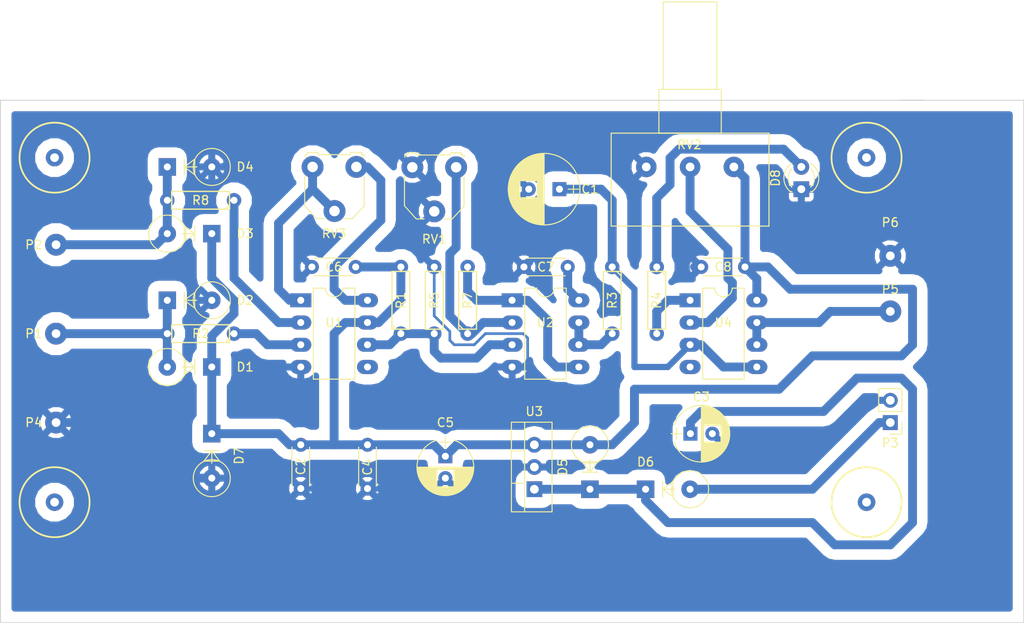
<source format=kicad_pcb>
(kicad_pcb (version 4) (host pcbnew 4.0.7-e2-6376~61~ubuntu18.04.1)

  (general
    (links 69)
    (no_connects 8)
    (area 116.789999 73.380999 238.860001 137.210001)
    (thickness 1.6)
    (drawings 17)
    (tracks 179)
    (zones 0)
    (modules 36)
    (nets 20)
  )

  (page A4)
  (layers
    (0 F.Cu signal)
    (31 B.Cu signal)
    (32 B.Adhes user)
    (33 F.Adhes user)
    (34 B.Paste user)
    (35 F.Paste user)
    (36 B.SilkS user)
    (37 F.SilkS user)
    (38 B.Mask user hide)
    (39 F.Mask user)
    (40 Dwgs.User user hide)
    (41 Cmts.User user hide)
    (42 Eco1.User user hide)
    (43 Eco2.User user hide)
    (44 Edge.Cuts user)
    (45 Margin user)
    (46 B.CrtYd user)
    (47 F.CrtYd user hide)
    (48 B.Fab user)
    (49 F.Fab user hide)
  )

  (setup
    (last_trace_width 0.7112)
    (user_trace_width 0.7112)
    (user_trace_width 1.016)
    (trace_clearance 0.254)
    (zone_clearance 1.208)
    (zone_45_only yes)
    (trace_min 0.2)
    (segment_width 0.2)
    (edge_width 0.1)
    (via_size 2)
    (via_drill 1)
    (via_min_size 0.4)
    (via_min_drill 0.3)
    (uvia_size 0.3)
    (uvia_drill 0.1)
    (uvias_allowed no)
    (uvia_min_size 0.2)
    (uvia_min_drill 0.1)
    (pcb_text_width 0.3)
    (pcb_text_size 1.5 1.5)
    (mod_edge_width 0.15)
    (mod_text_size 1 1)
    (mod_text_width 0.15)
    (pad_size 1.8 1.8)
    (pad_drill 1)
    (pad_to_mask_clearance 0)
    (aux_axis_origin 116.84 137.16)
    (visible_elements 7FFFEFFF)
    (pcbplotparams
      (layerselection 0x01000_80000000)
      (usegerberextensions false)
      (excludeedgelayer true)
      (linewidth 0.100000)
      (plotframeref false)
      (viasonmask false)
      (mode 1)
      (useauxorigin true)
      (hpglpennumber 1)
      (hpglpenspeed 20)
      (hpglpendiameter 15)
      (hpglpenoverlay 2)
      (psnegative false)
      (psa4output false)
      (plotreference true)
      (plotvalue true)
      (plotinvisibletext false)
      (padsonsilk false)
      (subtractmaskfromsilk false)
      (outputformat 1)
      (mirror false)
      (drillshape 0)
      (scaleselection 1)
      (outputdirectory "N:/All About Circuits/DIY Hacking/Heart Rate Monitor/KiCad/Gerber/"))
  )

  (net 0 "")
  (net 1 "Net-(C1-Pad1)")
  (net 2 GND)
  (net 3 +5V)
  (net 4 "Net-(C3-Pad1)")
  (net 5 "Net-(D1-Pad2)")
  (net 6 "Net-(D3-Pad2)")
  (net 7 "Net-(D6-Pad2)")
  (net 8 "Net-(D8-Pad2)")
  (net 9 /ECG)
  (net 10 "Net-(R1-Pad1)")
  (net 11 "Net-(R2-Pad1)")
  (net 12 "Net-(R3-Pad2)")
  (net 13 "Net-(R4-Pad2)")
  (net 14 "Net-(R7-Pad1)")
  (net 15 "Net-(R7-Pad2)")
  (net 16 "Net-(R8-Pad1)")
  (net 17 "Net-(RV2-Pad2)")
  (net 18 "Net-(RV3-Pad2)")
  (net 19 "Net-(RV3-Pad1)")

  (net_class Default "This is the default net class."
    (clearance 0.254)
    (trace_width 0.3048)
    (via_dia 2)
    (via_drill 1)
    (uvia_dia 0.3)
    (uvia_drill 0.1)
    (add_net +5V)
    (add_net /ECG)
    (add_net GND)
    (add_net "Net-(C1-Pad1)")
    (add_net "Net-(C3-Pad1)")
    (add_net "Net-(D1-Pad2)")
    (add_net "Net-(D3-Pad2)")
    (add_net "Net-(D6-Pad2)")
    (add_net "Net-(D8-Pad2)")
    (add_net "Net-(R1-Pad1)")
    (add_net "Net-(R2-Pad1)")
    (add_net "Net-(R3-Pad2)")
    (add_net "Net-(R4-Pad2)")
    (add_net "Net-(R7-Pad1)")
    (add_net "Net-(R7-Pad2)")
    (add_net "Net-(R8-Pad1)")
    (add_net "Net-(RV2-Pad2)")
    (add_net "Net-(RV3-Pad1)")
    (add_net "Net-(RV3-Pad2)")
  )

  (module Housings_DIP:DIP-8_W7.62mm_LongPads (layer F.Cu) (tedit 58CC8E33) (tstamp 591C7310)
    (at 151.13 107.95)
    (descr "8-lead dip package, row spacing 7.62 mm (300 mils), LongPads")
    (tags "DIL DIP PDIP 2.54mm 7.62mm 300mil LongPads")
    (path /591C6498)
    (fp_text reference U1 (at 3.81 2.54) (layer F.SilkS)
      (effects (font (size 1 1) (thickness 0.15)))
    )
    (fp_text value AD620 (at 3.81 10.01) (layer F.Fab)
      (effects (font (size 1 1) (thickness 0.15)))
    )
    (fp_text user %R (at 3.81 3.81) (layer F.Fab)
      (effects (font (size 1 1) (thickness 0.15)))
    )
    (fp_line (start 1.635 -1.27) (end 6.985 -1.27) (layer F.Fab) (width 0.1))
    (fp_line (start 6.985 -1.27) (end 6.985 8.89) (layer F.Fab) (width 0.1))
    (fp_line (start 6.985 8.89) (end 0.635 8.89) (layer F.Fab) (width 0.1))
    (fp_line (start 0.635 8.89) (end 0.635 -0.27) (layer F.Fab) (width 0.1))
    (fp_line (start 0.635 -0.27) (end 1.635 -1.27) (layer F.Fab) (width 0.1))
    (fp_line (start 2.81 -1.39) (end 1.44 -1.39) (layer F.SilkS) (width 0.12))
    (fp_line (start 1.44 -1.39) (end 1.44 9.01) (layer F.SilkS) (width 0.12))
    (fp_line (start 1.44 9.01) (end 6.18 9.01) (layer F.SilkS) (width 0.12))
    (fp_line (start 6.18 9.01) (end 6.18 -1.39) (layer F.SilkS) (width 0.12))
    (fp_line (start 6.18 -1.39) (end 4.81 -1.39) (layer F.SilkS) (width 0.12))
    (fp_line (start -1.5 -1.6) (end -1.5 9.2) (layer F.CrtYd) (width 0.05))
    (fp_line (start -1.5 9.2) (end 9.1 9.2) (layer F.CrtYd) (width 0.05))
    (fp_line (start 9.1 9.2) (end 9.1 -1.6) (layer F.CrtYd) (width 0.05))
    (fp_line (start 9.1 -1.6) (end -1.5 -1.6) (layer F.CrtYd) (width 0.05))
    (fp_arc (start 3.81 -1.39) (end 2.81 -1.39) (angle -180) (layer F.SilkS) (width 0.12))
    (pad 1 thru_hole rect (at 0 0) (size 2.4 1.6) (drill 0.8) (layers *.Cu *.Mask)
      (net 18 "Net-(RV3-Pad2)"))
    (pad 5 thru_hole oval (at 7.62 7.62) (size 2.4 1.6) (drill 0.8) (layers *.Cu *.Mask))
    (pad 2 thru_hole oval (at 0 2.54) (size 2.4 1.6) (drill 0.8) (layers *.Cu *.Mask)
      (net 16 "Net-(R8-Pad1)"))
    (pad 6 thru_hole oval (at 7.62 5.08) (size 2.4 1.6) (drill 0.8) (layers *.Cu *.Mask)
      (net 10 "Net-(R1-Pad1)"))
    (pad 3 thru_hole oval (at 0 5.08) (size 2.4 1.6) (drill 0.8) (layers *.Cu *.Mask)
      (net 11 "Net-(R2-Pad1)"))
    (pad 7 thru_hole oval (at 7.62 2.54) (size 2.4 1.6) (drill 0.8) (layers *.Cu *.Mask)
      (net 3 +5V))
    (pad 4 thru_hole oval (at 0 7.62) (size 2.4 1.6) (drill 0.8) (layers *.Cu *.Mask)
      (net 2 GND))
    (pad 8 thru_hole oval (at 7.62 0) (size 2.4 1.6) (drill 0.8) (layers *.Cu *.Mask)
      (net 19 "Net-(RV3-Pad1)"))
    (model Housings_DIP.3dshapes/DIP-8_W7.62mm_LongPads.wrl
      (at (xyz 0 0 0))
      (scale (xyz 1 1 1))
      (rotate (xyz 0 0 0))
    )
  )

  (module Potentiometers:Potentiometer_Alps_RK163_Single_Vertical (layer F.Cu) (tedit 591C71E3) (tstamp 591C72FD)
    (at 200.58 92.71 90)
    (descr "Potentiometer, vertically mounted, Omeg PC16PU, Omeg PC16PU, Omeg PC16PU, Vishay/Spectrol 248GJ/249GJ Single, Vishay/Spectrol 248GJ/249GJ Single, Vishay/Spectrol 248GJ/249GJ Single, Vishay/Spectrol 248GH/249GH Single, Vishay/Spectrol 148/149 Single, Vishay/Spectrol 148/149 Single, Vishay/Spectrol 148/149 Single, Vishay/Spectrol 148A/149A Single with mounting plates, Vishay/Spectrol 148/149 Double, Vishay/Spectrol 148A/149A Double with mounting plates, Piher PC-16 Single, Piher PC-16 Single, Piher PC-16 Single, Piher PC-16SV Single, Piher PC-16 Double, Piher PC-16 Triple, Piher T16H Single, Piher T16L Single, Piher T16H Double, Alps RK163 Single, http://www.alps.com/prod/info/E/PDF/Potentiometer/MetalShaft/RK163/RK163.PDF")
    (tags "Potentiometer vertical  Omeg PC16PU  Omeg PC16PU  Omeg PC16PU  Vishay/Spectrol 248GJ/249GJ Single  Vishay/Spectrol 248GJ/249GJ Single  Vishay/Spectrol 248GJ/249GJ Single  Vishay/Spectrol 248GH/249GH Single  Vishay/Spectrol 148/149 Single  Vishay/Spectrol 148/149 Single  Vishay/Spectrol 148/149 Single  Vishay/Spectrol 148A/149A Single with mounting plates  Vishay/Spectrol 148/149 Double  Vishay/Spectrol 148A/149A Double with mounting plates  Piher PC-16 Single  Piher PC-16 Single  Piher PC-16 Single  Piher PC-16SV Single  Piher PC-16 Double  Piher PC-16 Triple  Piher T16H Single  Piher T16L Single  Piher T16H Double  Alps RK163 Single")
    (path /591E0D27)
    (fp_text reference RV2 (at 2.54 -5.08 180) (layer F.SilkS)
      (effects (font (size 1 1) (thickness 0.15)))
    )
    (fp_text value 100K (at 0 5.2 90) (layer F.Fab)
      (effects (font (size 1 1) (thickness 0.15)))
    )
    (fp_line (start -6.7 -13.95) (end -6.7 3.95) (layer F.Fab) (width 0.1))
    (fp_line (start -6.7 3.95) (end 3.8 3.95) (layer F.Fab) (width 0.1))
    (fp_line (start 3.8 3.95) (end 3.8 -13.95) (layer F.Fab) (width 0.1))
    (fp_line (start 3.8 -13.95) (end -6.7 -13.95) (layer F.Fab) (width 0.1))
    (fp_line (start 3.8 -8.5) (end 3.8 -1.5) (layer F.Fab) (width 0.1))
    (fp_line (start 3.8 -1.5) (end 8.8 -1.5) (layer F.Fab) (width 0.1))
    (fp_line (start 8.8 -1.5) (end 8.8 -8.5) (layer F.Fab) (width 0.1))
    (fp_line (start 8.8 -8.5) (end 3.8 -8.5) (layer F.Fab) (width 0.1))
    (fp_line (start 8.8 -8) (end 8.8 -2) (layer F.Fab) (width 0.1))
    (fp_line (start 8.8 -2) (end 18.8 -2) (layer F.Fab) (width 0.1))
    (fp_line (start 18.8 -2) (end 18.8 -8) (layer F.Fab) (width 0.1))
    (fp_line (start 18.8 -8) (end 8.8 -8) (layer F.Fab) (width 0.1))
    (fp_line (start -6.76 -14.01) (end 3.86 -14.01) (layer F.SilkS) (width 0.12))
    (fp_line (start -6.76 4.011) (end 3.86 4.011) (layer F.SilkS) (width 0.12))
    (fp_line (start -6.76 -14.01) (end -6.76 4.011) (layer F.SilkS) (width 0.12))
    (fp_line (start 3.86 -14.01) (end 3.86 4.011) (layer F.SilkS) (width 0.12))
    (fp_line (start 3.86 -8.56) (end 8.86 -8.56) (layer F.SilkS) (width 0.12))
    (fp_line (start 3.86 -1.44) (end 8.86 -1.44) (layer F.SilkS) (width 0.12))
    (fp_line (start 3.86 -8.56) (end 3.86 -1.44) (layer F.SilkS) (width 0.12))
    (fp_line (start 8.86 -8.56) (end 8.86 -1.44) (layer F.SilkS) (width 0.12))
    (fp_line (start 8.86 -8.06) (end 18.86 -8.06) (layer F.SilkS) (width 0.12))
    (fp_line (start 8.86 -1.94) (end 18.86 -1.94) (layer F.SilkS) (width 0.12))
    (fp_line (start 8.86 -8.06) (end 8.86 -1.94) (layer F.SilkS) (width 0.12))
    (fp_line (start 18.86 -8.06) (end 18.86 -1.94) (layer F.SilkS) (width 0.12))
    (fp_line (start -6.95 -14.2) (end -6.95 4.2) (layer F.CrtYd) (width 0.05))
    (fp_line (start -6.95 4.2) (end 19.05 4.2) (layer F.CrtYd) (width 0.05))
    (fp_line (start 19.05 4.2) (end 19.05 -14.2) (layer F.CrtYd) (width 0.05))
    (fp_line (start 19.05 -14.2) (end -6.95 -14.2) (layer F.CrtYd) (width 0.05))
    (pad 3 thru_hole circle (at 0 -10 90) (size 2.34 2.34) (drill 1) (layers *.Cu *.Mask)
      (net 2 GND))
    (pad 2 thru_hole circle (at 0 -5 90) (size 2.34 2.34) (drill 1) (layers *.Cu *.Mask)
      (net 17 "Net-(RV2-Pad2)"))
    (pad 1 thru_hole circle (at 0 0 90) (size 2.34 2.34) (drill 1) (layers *.Cu *.Mask)
      (net 3 +5V))
    (model Potentiometers.3dshapes/Potentiometer_Alps_RK163_Single_Vertical.wrl
      (at (xyz 0 0 0))
      (scale (xyz 1 1 1))
      (rotate (xyz 0 0 0))
    )
  )

  (module Capacitors_THT:CP_Radial_D8.0mm_P3.50mm (layer F.Cu) (tedit 58765D06) (tstamp 591C724C)
    (at 180.665 95.25 180)
    (descr "CP, Radial series, Radial, pin pitch=3.50mm, , diameter=8mm, Electrolytic Capacitor")
    (tags "CP Radial series Radial pin pitch 3.50mm  diameter 8mm Electrolytic Capacitor")
    (path /591DADA1)
    (fp_text reference C1 (at -3.485 0 180) (layer F.SilkS)
      (effects (font (size 1 1) (thickness 0.15)))
    )
    (fp_text value 100uF (at 1.75 5.06 180) (layer F.Fab)
      (effects (font (size 1 1) (thickness 0.15)))
    )
    (fp_circle (center 1.75 0) (end 5.75 0) (layer F.Fab) (width 0.1))
    (fp_circle (center 1.75 0) (end 5.84 0) (layer F.SilkS) (width 0.12))
    (fp_line (start -2.2 0) (end -1 0) (layer F.Fab) (width 0.1))
    (fp_line (start -1.6 -0.65) (end -1.6 0.65) (layer F.Fab) (width 0.1))
    (fp_line (start 1.75 -4.05) (end 1.75 4.05) (layer F.SilkS) (width 0.12))
    (fp_line (start 1.79 -4.05) (end 1.79 4.05) (layer F.SilkS) (width 0.12))
    (fp_line (start 1.83 -4.05) (end 1.83 4.05) (layer F.SilkS) (width 0.12))
    (fp_line (start 1.87 -4.049) (end 1.87 4.049) (layer F.SilkS) (width 0.12))
    (fp_line (start 1.91 -4.047) (end 1.91 4.047) (layer F.SilkS) (width 0.12))
    (fp_line (start 1.95 -4.046) (end 1.95 4.046) (layer F.SilkS) (width 0.12))
    (fp_line (start 1.99 -4.043) (end 1.99 4.043) (layer F.SilkS) (width 0.12))
    (fp_line (start 2.03 -4.041) (end 2.03 4.041) (layer F.SilkS) (width 0.12))
    (fp_line (start 2.07 -4.038) (end 2.07 4.038) (layer F.SilkS) (width 0.12))
    (fp_line (start 2.11 -4.035) (end 2.11 4.035) (layer F.SilkS) (width 0.12))
    (fp_line (start 2.15 -4.031) (end 2.15 4.031) (layer F.SilkS) (width 0.12))
    (fp_line (start 2.19 -4.027) (end 2.19 4.027) (layer F.SilkS) (width 0.12))
    (fp_line (start 2.23 -4.022) (end 2.23 4.022) (layer F.SilkS) (width 0.12))
    (fp_line (start 2.27 -4.017) (end 2.27 4.017) (layer F.SilkS) (width 0.12))
    (fp_line (start 2.31 -4.012) (end 2.31 4.012) (layer F.SilkS) (width 0.12))
    (fp_line (start 2.35 -4.006) (end 2.35 4.006) (layer F.SilkS) (width 0.12))
    (fp_line (start 2.39 -4) (end 2.39 4) (layer F.SilkS) (width 0.12))
    (fp_line (start 2.43 -3.994) (end 2.43 3.994) (layer F.SilkS) (width 0.12))
    (fp_line (start 2.471 -3.987) (end 2.471 3.987) (layer F.SilkS) (width 0.12))
    (fp_line (start 2.511 -3.979) (end 2.511 3.979) (layer F.SilkS) (width 0.12))
    (fp_line (start 2.551 -3.971) (end 2.551 -0.98) (layer F.SilkS) (width 0.12))
    (fp_line (start 2.551 0.98) (end 2.551 3.971) (layer F.SilkS) (width 0.12))
    (fp_line (start 2.591 -3.963) (end 2.591 -0.98) (layer F.SilkS) (width 0.12))
    (fp_line (start 2.591 0.98) (end 2.591 3.963) (layer F.SilkS) (width 0.12))
    (fp_line (start 2.631 -3.955) (end 2.631 -0.98) (layer F.SilkS) (width 0.12))
    (fp_line (start 2.631 0.98) (end 2.631 3.955) (layer F.SilkS) (width 0.12))
    (fp_line (start 2.671 -3.946) (end 2.671 -0.98) (layer F.SilkS) (width 0.12))
    (fp_line (start 2.671 0.98) (end 2.671 3.946) (layer F.SilkS) (width 0.12))
    (fp_line (start 2.711 -3.936) (end 2.711 -0.98) (layer F.SilkS) (width 0.12))
    (fp_line (start 2.711 0.98) (end 2.711 3.936) (layer F.SilkS) (width 0.12))
    (fp_line (start 2.751 -3.926) (end 2.751 -0.98) (layer F.SilkS) (width 0.12))
    (fp_line (start 2.751 0.98) (end 2.751 3.926) (layer F.SilkS) (width 0.12))
    (fp_line (start 2.791 -3.916) (end 2.791 -0.98) (layer F.SilkS) (width 0.12))
    (fp_line (start 2.791 0.98) (end 2.791 3.916) (layer F.SilkS) (width 0.12))
    (fp_line (start 2.831 -3.905) (end 2.831 -0.98) (layer F.SilkS) (width 0.12))
    (fp_line (start 2.831 0.98) (end 2.831 3.905) (layer F.SilkS) (width 0.12))
    (fp_line (start 2.871 -3.894) (end 2.871 -0.98) (layer F.SilkS) (width 0.12))
    (fp_line (start 2.871 0.98) (end 2.871 3.894) (layer F.SilkS) (width 0.12))
    (fp_line (start 2.911 -3.883) (end 2.911 -0.98) (layer F.SilkS) (width 0.12))
    (fp_line (start 2.911 0.98) (end 2.911 3.883) (layer F.SilkS) (width 0.12))
    (fp_line (start 2.951 -3.87) (end 2.951 -0.98) (layer F.SilkS) (width 0.12))
    (fp_line (start 2.951 0.98) (end 2.951 3.87) (layer F.SilkS) (width 0.12))
    (fp_line (start 2.991 -3.858) (end 2.991 -0.98) (layer F.SilkS) (width 0.12))
    (fp_line (start 2.991 0.98) (end 2.991 3.858) (layer F.SilkS) (width 0.12))
    (fp_line (start 3.031 -3.845) (end 3.031 -0.98) (layer F.SilkS) (width 0.12))
    (fp_line (start 3.031 0.98) (end 3.031 3.845) (layer F.SilkS) (width 0.12))
    (fp_line (start 3.071 -3.832) (end 3.071 -0.98) (layer F.SilkS) (width 0.12))
    (fp_line (start 3.071 0.98) (end 3.071 3.832) (layer F.SilkS) (width 0.12))
    (fp_line (start 3.111 -3.818) (end 3.111 -0.98) (layer F.SilkS) (width 0.12))
    (fp_line (start 3.111 0.98) (end 3.111 3.818) (layer F.SilkS) (width 0.12))
    (fp_line (start 3.151 -3.803) (end 3.151 -0.98) (layer F.SilkS) (width 0.12))
    (fp_line (start 3.151 0.98) (end 3.151 3.803) (layer F.SilkS) (width 0.12))
    (fp_line (start 3.191 -3.789) (end 3.191 -0.98) (layer F.SilkS) (width 0.12))
    (fp_line (start 3.191 0.98) (end 3.191 3.789) (layer F.SilkS) (width 0.12))
    (fp_line (start 3.231 -3.773) (end 3.231 -0.98) (layer F.SilkS) (width 0.12))
    (fp_line (start 3.231 0.98) (end 3.231 3.773) (layer F.SilkS) (width 0.12))
    (fp_line (start 3.271 -3.758) (end 3.271 -0.98) (layer F.SilkS) (width 0.12))
    (fp_line (start 3.271 0.98) (end 3.271 3.758) (layer F.SilkS) (width 0.12))
    (fp_line (start 3.311 -3.741) (end 3.311 -0.98) (layer F.SilkS) (width 0.12))
    (fp_line (start 3.311 0.98) (end 3.311 3.741) (layer F.SilkS) (width 0.12))
    (fp_line (start 3.351 -3.725) (end 3.351 -0.98) (layer F.SilkS) (width 0.12))
    (fp_line (start 3.351 0.98) (end 3.351 3.725) (layer F.SilkS) (width 0.12))
    (fp_line (start 3.391 -3.707) (end 3.391 -0.98) (layer F.SilkS) (width 0.12))
    (fp_line (start 3.391 0.98) (end 3.391 3.707) (layer F.SilkS) (width 0.12))
    (fp_line (start 3.431 -3.69) (end 3.431 -0.98) (layer F.SilkS) (width 0.12))
    (fp_line (start 3.431 0.98) (end 3.431 3.69) (layer F.SilkS) (width 0.12))
    (fp_line (start 3.471 -3.671) (end 3.471 -0.98) (layer F.SilkS) (width 0.12))
    (fp_line (start 3.471 0.98) (end 3.471 3.671) (layer F.SilkS) (width 0.12))
    (fp_line (start 3.511 -3.652) (end 3.511 -0.98) (layer F.SilkS) (width 0.12))
    (fp_line (start 3.511 0.98) (end 3.511 3.652) (layer F.SilkS) (width 0.12))
    (fp_line (start 3.551 -3.633) (end 3.551 -0.98) (layer F.SilkS) (width 0.12))
    (fp_line (start 3.551 0.98) (end 3.551 3.633) (layer F.SilkS) (width 0.12))
    (fp_line (start 3.591 -3.613) (end 3.591 -0.98) (layer F.SilkS) (width 0.12))
    (fp_line (start 3.591 0.98) (end 3.591 3.613) (layer F.SilkS) (width 0.12))
    (fp_line (start 3.631 -3.593) (end 3.631 -0.98) (layer F.SilkS) (width 0.12))
    (fp_line (start 3.631 0.98) (end 3.631 3.593) (layer F.SilkS) (width 0.12))
    (fp_line (start 3.671 -3.572) (end 3.671 -0.98) (layer F.SilkS) (width 0.12))
    (fp_line (start 3.671 0.98) (end 3.671 3.572) (layer F.SilkS) (width 0.12))
    (fp_line (start 3.711 -3.55) (end 3.711 -0.98) (layer F.SilkS) (width 0.12))
    (fp_line (start 3.711 0.98) (end 3.711 3.55) (layer F.SilkS) (width 0.12))
    (fp_line (start 3.751 -3.528) (end 3.751 -0.98) (layer F.SilkS) (width 0.12))
    (fp_line (start 3.751 0.98) (end 3.751 3.528) (layer F.SilkS) (width 0.12))
    (fp_line (start 3.791 -3.505) (end 3.791 -0.98) (layer F.SilkS) (width 0.12))
    (fp_line (start 3.791 0.98) (end 3.791 3.505) (layer F.SilkS) (width 0.12))
    (fp_line (start 3.831 -3.482) (end 3.831 -0.98) (layer F.SilkS) (width 0.12))
    (fp_line (start 3.831 0.98) (end 3.831 3.482) (layer F.SilkS) (width 0.12))
    (fp_line (start 3.871 -3.458) (end 3.871 -0.98) (layer F.SilkS) (width 0.12))
    (fp_line (start 3.871 0.98) (end 3.871 3.458) (layer F.SilkS) (width 0.12))
    (fp_line (start 3.911 -3.434) (end 3.911 -0.98) (layer F.SilkS) (width 0.12))
    (fp_line (start 3.911 0.98) (end 3.911 3.434) (layer F.SilkS) (width 0.12))
    (fp_line (start 3.951 -3.408) (end 3.951 -0.98) (layer F.SilkS) (width 0.12))
    (fp_line (start 3.951 0.98) (end 3.951 3.408) (layer F.SilkS) (width 0.12))
    (fp_line (start 3.991 -3.383) (end 3.991 -0.98) (layer F.SilkS) (width 0.12))
    (fp_line (start 3.991 0.98) (end 3.991 3.383) (layer F.SilkS) (width 0.12))
    (fp_line (start 4.031 -3.356) (end 4.031 -0.98) (layer F.SilkS) (width 0.12))
    (fp_line (start 4.031 0.98) (end 4.031 3.356) (layer F.SilkS) (width 0.12))
    (fp_line (start 4.071 -3.329) (end 4.071 -0.98) (layer F.SilkS) (width 0.12))
    (fp_line (start 4.071 0.98) (end 4.071 3.329) (layer F.SilkS) (width 0.12))
    (fp_line (start 4.111 -3.301) (end 4.111 -0.98) (layer F.SilkS) (width 0.12))
    (fp_line (start 4.111 0.98) (end 4.111 3.301) (layer F.SilkS) (width 0.12))
    (fp_line (start 4.151 -3.272) (end 4.151 -0.98) (layer F.SilkS) (width 0.12))
    (fp_line (start 4.151 0.98) (end 4.151 3.272) (layer F.SilkS) (width 0.12))
    (fp_line (start 4.191 -3.243) (end 4.191 -0.98) (layer F.SilkS) (width 0.12))
    (fp_line (start 4.191 0.98) (end 4.191 3.243) (layer F.SilkS) (width 0.12))
    (fp_line (start 4.231 -3.213) (end 4.231 -0.98) (layer F.SilkS) (width 0.12))
    (fp_line (start 4.231 0.98) (end 4.231 3.213) (layer F.SilkS) (width 0.12))
    (fp_line (start 4.271 -3.182) (end 4.271 -0.98) (layer F.SilkS) (width 0.12))
    (fp_line (start 4.271 0.98) (end 4.271 3.182) (layer F.SilkS) (width 0.12))
    (fp_line (start 4.311 -3.15) (end 4.311 -0.98) (layer F.SilkS) (width 0.12))
    (fp_line (start 4.311 0.98) (end 4.311 3.15) (layer F.SilkS) (width 0.12))
    (fp_line (start 4.351 -3.118) (end 4.351 -0.98) (layer F.SilkS) (width 0.12))
    (fp_line (start 4.351 0.98) (end 4.351 3.118) (layer F.SilkS) (width 0.12))
    (fp_line (start 4.391 -3.084) (end 4.391 -0.98) (layer F.SilkS) (width 0.12))
    (fp_line (start 4.391 0.98) (end 4.391 3.084) (layer F.SilkS) (width 0.12))
    (fp_line (start 4.431 -3.05) (end 4.431 -0.98) (layer F.SilkS) (width 0.12))
    (fp_line (start 4.431 0.98) (end 4.431 3.05) (layer F.SilkS) (width 0.12))
    (fp_line (start 4.471 -3.015) (end 4.471 -0.98) (layer F.SilkS) (width 0.12))
    (fp_line (start 4.471 0.98) (end 4.471 3.015) (layer F.SilkS) (width 0.12))
    (fp_line (start 4.511 -2.979) (end 4.511 2.979) (layer F.SilkS) (width 0.12))
    (fp_line (start 4.551 -2.942) (end 4.551 2.942) (layer F.SilkS) (width 0.12))
    (fp_line (start 4.591 -2.904) (end 4.591 2.904) (layer F.SilkS) (width 0.12))
    (fp_line (start 4.631 -2.865) (end 4.631 2.865) (layer F.SilkS) (width 0.12))
    (fp_line (start 4.671 -2.824) (end 4.671 2.824) (layer F.SilkS) (width 0.12))
    (fp_line (start 4.711 -2.783) (end 4.711 2.783) (layer F.SilkS) (width 0.12))
    (fp_line (start 4.751 -2.74) (end 4.751 2.74) (layer F.SilkS) (width 0.12))
    (fp_line (start 4.791 -2.697) (end 4.791 2.697) (layer F.SilkS) (width 0.12))
    (fp_line (start 4.831 -2.652) (end 4.831 2.652) (layer F.SilkS) (width 0.12))
    (fp_line (start 4.871 -2.605) (end 4.871 2.605) (layer F.SilkS) (width 0.12))
    (fp_line (start 4.911 -2.557) (end 4.911 2.557) (layer F.SilkS) (width 0.12))
    (fp_line (start 4.951 -2.508) (end 4.951 2.508) (layer F.SilkS) (width 0.12))
    (fp_line (start 4.991 -2.457) (end 4.991 2.457) (layer F.SilkS) (width 0.12))
    (fp_line (start 5.031 -2.404) (end 5.031 2.404) (layer F.SilkS) (width 0.12))
    (fp_line (start 5.071 -2.349) (end 5.071 2.349) (layer F.SilkS) (width 0.12))
    (fp_line (start 5.111 -2.293) (end 5.111 2.293) (layer F.SilkS) (width 0.12))
    (fp_line (start 5.151 -2.234) (end 5.151 2.234) (layer F.SilkS) (width 0.12))
    (fp_line (start 5.191 -2.173) (end 5.191 2.173) (layer F.SilkS) (width 0.12))
    (fp_line (start 5.231 -2.109) (end 5.231 2.109) (layer F.SilkS) (width 0.12))
    (fp_line (start 5.271 -2.043) (end 5.271 2.043) (layer F.SilkS) (width 0.12))
    (fp_line (start 5.311 -1.974) (end 5.311 1.974) (layer F.SilkS) (width 0.12))
    (fp_line (start 5.351 -1.902) (end 5.351 1.902) (layer F.SilkS) (width 0.12))
    (fp_line (start 5.391 -1.826) (end 5.391 1.826) (layer F.SilkS) (width 0.12))
    (fp_line (start 5.431 -1.745) (end 5.431 1.745) (layer F.SilkS) (width 0.12))
    (fp_line (start 5.471 -1.66) (end 5.471 1.66) (layer F.SilkS) (width 0.12))
    (fp_line (start 5.511 -1.57) (end 5.511 1.57) (layer F.SilkS) (width 0.12))
    (fp_line (start 5.551 -1.473) (end 5.551 1.473) (layer F.SilkS) (width 0.12))
    (fp_line (start 5.591 -1.369) (end 5.591 1.369) (layer F.SilkS) (width 0.12))
    (fp_line (start 5.631 -1.254) (end 5.631 1.254) (layer F.SilkS) (width 0.12))
    (fp_line (start 5.671 -1.127) (end 5.671 1.127) (layer F.SilkS) (width 0.12))
    (fp_line (start 5.711 -0.983) (end 5.711 0.983) (layer F.SilkS) (width 0.12))
    (fp_line (start 5.751 -0.814) (end 5.751 0.814) (layer F.SilkS) (width 0.12))
    (fp_line (start 5.791 -0.598) (end 5.791 0.598) (layer F.SilkS) (width 0.12))
    (fp_line (start 5.831 -0.246) (end 5.831 0.246) (layer F.SilkS) (width 0.12))
    (fp_line (start -2.2 0) (end -1 0) (layer F.SilkS) (width 0.12))
    (fp_line (start -1.6 -0.65) (end -1.6 0.65) (layer F.SilkS) (width 0.12))
    (fp_line (start -2.6 -4.35) (end -2.6 4.35) (layer F.CrtYd) (width 0.05))
    (fp_line (start -2.6 4.35) (end 6.1 4.35) (layer F.CrtYd) (width 0.05))
    (fp_line (start 6.1 4.35) (end 6.1 -4.35) (layer F.CrtYd) (width 0.05))
    (fp_line (start 6.1 -4.35) (end -2.6 -4.35) (layer F.CrtYd) (width 0.05))
    (pad 1 thru_hole rect (at 0 0 180) (size 1.6 1.6) (drill 0.8) (layers *.Cu *.Mask)
      (net 1 "Net-(C1-Pad1)"))
    (pad 2 thru_hole circle (at 3.5 0 180) (size 1.6 1.6) (drill 0.8) (layers *.Cu *.Mask)
      (net 2 GND))
    (model Capacitors_THT.3dshapes/CP_Radial_D8.0mm_P3.50mm.wrl
      (at (xyz 0 0 0))
      (scale (xyz 0.393701 0.393701 0.393701))
      (rotate (xyz 0 0 0))
    )
  )

  (module Capacitors_THT:C_Disc_D4.3mm_W1.9mm_P5.00mm (layer F.Cu) (tedit 58765D06) (tstamp 591C7252)
    (at 151.13 124.46 270)
    (descr "C, Disc series, Radial, pin pitch=5.00mm, , diameter*width=4.3*1.9mm^2, Capacitor, http://www.vishay.com/docs/45233/krseries.pdf")
    (tags "C Disc series Radial pin pitch 5.00mm  diameter 4.3mm width 1.9mm Capacitor")
    (path /591E692D)
    (fp_text reference C2 (at 2.5 0 270) (layer F.SilkS)
      (effects (font (size 1 1) (thickness 0.15)))
    )
    (fp_text value 100nF (at 2.5 2.01 270) (layer F.Fab)
      (effects (font (size 1 1) (thickness 0.15)))
    )
    (fp_line (start 0.35 -0.95) (end 0.35 0.95) (layer F.Fab) (width 0.1))
    (fp_line (start 0.35 0.95) (end 4.65 0.95) (layer F.Fab) (width 0.1))
    (fp_line (start 4.65 0.95) (end 4.65 -0.95) (layer F.Fab) (width 0.1))
    (fp_line (start 4.65 -0.95) (end 0.35 -0.95) (layer F.Fab) (width 0.1))
    (fp_line (start 0.29 -1.01) (end 4.71 -1.01) (layer F.SilkS) (width 0.12))
    (fp_line (start 0.29 1.01) (end 4.71 1.01) (layer F.SilkS) (width 0.12))
    (fp_line (start 0.29 -1.01) (end 0.29 -0.996) (layer F.SilkS) (width 0.12))
    (fp_line (start 0.29 0.996) (end 0.29 1.01) (layer F.SilkS) (width 0.12))
    (fp_line (start 4.71 -1.01) (end 4.71 -0.996) (layer F.SilkS) (width 0.12))
    (fp_line (start 4.71 0.996) (end 4.71 1.01) (layer F.SilkS) (width 0.12))
    (fp_line (start -1.05 -1.3) (end -1.05 1.3) (layer F.CrtYd) (width 0.05))
    (fp_line (start -1.05 1.3) (end 6.05 1.3) (layer F.CrtYd) (width 0.05))
    (fp_line (start 6.05 1.3) (end 6.05 -1.3) (layer F.CrtYd) (width 0.05))
    (fp_line (start 6.05 -1.3) (end -1.05 -1.3) (layer F.CrtYd) (width 0.05))
    (pad 1 thru_hole circle (at 0 0 270) (size 1.6 1.6) (drill 0.8) (layers *.Cu *.Mask)
      (net 3 +5V))
    (pad 2 thru_hole circle (at 5 0 270) (size 1.6 1.6) (drill 0.8) (layers *.Cu *.Mask)
      (net 2 GND))
    (model Capacitors_THT.3dshapes/C_Disc_D4.3mm_W1.9mm_P5.00mm.wrl
      (at (xyz 0 0 0))
      (scale (xyz 0.393701 0.393701 0.393701))
      (rotate (xyz 0 0 0))
    )
  )

  (module Capacitors_THT:CP_Radial_D6.3mm_P2.50mm (layer F.Cu) (tedit 591C722A) (tstamp 591C7258)
    (at 195.62 123.19)
    (descr "CP, Radial series, Radial, pin pitch=2.50mm, , diameter=6.3mm, Electrolytic Capacitor")
    (tags "CP Radial series Radial pin pitch 2.50mm  diameter 6.3mm Electrolytic Capacitor")
    (path /5910F21F)
    (fp_text reference C3 (at 1.25 -4.21) (layer F.SilkS)
      (effects (font (size 1 1) (thickness 0.15)))
    )
    (fp_text value 100uF (at 1.25 4.21) (layer F.Fab)
      (effects (font (size 1 1) (thickness 0.15)))
    )
    (fp_arc (start 1.25 0) (end -1.838236 -0.98) (angle 144.8) (layer F.SilkS) (width 0.12))
    (fp_arc (start 1.25 0) (end -1.838236 0.98) (angle -144.8) (layer F.SilkS) (width 0.12))
    (fp_arc (start 1.25 0) (end 4.338236 -0.98) (angle 35.2) (layer F.SilkS) (width 0.12))
    (fp_circle (center 1.25 0) (end 4.4 0) (layer F.Fab) (width 0.1))
    (fp_line (start -2.2 0) (end -1 0) (layer F.Fab) (width 0.1))
    (fp_line (start -1.6 -0.65) (end -1.6 0.65) (layer F.Fab) (width 0.1))
    (fp_line (start 1.25 -3.2) (end 1.25 3.2) (layer F.SilkS) (width 0.12))
    (fp_line (start 1.29 -3.2) (end 1.29 3.2) (layer F.SilkS) (width 0.12))
    (fp_line (start 1.33 -3.2) (end 1.33 3.2) (layer F.SilkS) (width 0.12))
    (fp_line (start 1.37 -3.198) (end 1.37 3.198) (layer F.SilkS) (width 0.12))
    (fp_line (start 1.41 -3.197) (end 1.41 3.197) (layer F.SilkS) (width 0.12))
    (fp_line (start 1.45 -3.194) (end 1.45 3.194) (layer F.SilkS) (width 0.12))
    (fp_line (start 1.49 -3.192) (end 1.49 3.192) (layer F.SilkS) (width 0.12))
    (fp_line (start 1.53 -3.188) (end 1.53 -0.98) (layer F.SilkS) (width 0.12))
    (fp_line (start 1.53 0.98) (end 1.53 3.188) (layer F.SilkS) (width 0.12))
    (fp_line (start 1.57 -3.185) (end 1.57 -0.98) (layer F.SilkS) (width 0.12))
    (fp_line (start 1.57 0.98) (end 1.57 3.185) (layer F.SilkS) (width 0.12))
    (fp_line (start 1.61 -3.18) (end 1.61 -0.98) (layer F.SilkS) (width 0.12))
    (fp_line (start 1.61 0.98) (end 1.61 3.18) (layer F.SilkS) (width 0.12))
    (fp_line (start 1.65 -3.176) (end 1.65 -0.98) (layer F.SilkS) (width 0.12))
    (fp_line (start 1.65 0.98) (end 1.65 3.176) (layer F.SilkS) (width 0.12))
    (fp_line (start 1.69 -3.17) (end 1.69 -0.98) (layer F.SilkS) (width 0.12))
    (fp_line (start 1.69 0.98) (end 1.69 3.17) (layer F.SilkS) (width 0.12))
    (fp_line (start 1.73 -3.165) (end 1.73 -0.98) (layer F.SilkS) (width 0.12))
    (fp_line (start 1.73 0.98) (end 1.73 3.165) (layer F.SilkS) (width 0.12))
    (fp_line (start 1.77 -3.158) (end 1.77 -0.98) (layer F.SilkS) (width 0.12))
    (fp_line (start 1.77 0.98) (end 1.77 3.158) (layer F.SilkS) (width 0.12))
    (fp_line (start 1.81 -3.152) (end 1.81 -0.98) (layer F.SilkS) (width 0.12))
    (fp_line (start 1.81 0.98) (end 1.81 3.152) (layer F.SilkS) (width 0.12))
    (fp_line (start 1.85 -3.144) (end 1.85 -0.98) (layer F.SilkS) (width 0.12))
    (fp_line (start 1.85 0.98) (end 1.85 3.144) (layer F.SilkS) (width 0.12))
    (fp_line (start 1.89 -3.137) (end 1.89 -0.98) (layer F.SilkS) (width 0.12))
    (fp_line (start 1.89 0.98) (end 1.89 3.137) (layer F.SilkS) (width 0.12))
    (fp_line (start 1.93 -3.128) (end 1.93 -0.98) (layer F.SilkS) (width 0.12))
    (fp_line (start 1.93 0.98) (end 1.93 3.128) (layer F.SilkS) (width 0.12))
    (fp_line (start 1.971 -3.119) (end 1.971 -0.98) (layer F.SilkS) (width 0.12))
    (fp_line (start 1.971 0.98) (end 1.971 3.119) (layer F.SilkS) (width 0.12))
    (fp_line (start 2.011 -3.11) (end 2.011 -0.98) (layer F.SilkS) (width 0.12))
    (fp_line (start 2.011 0.98) (end 2.011 3.11) (layer F.SilkS) (width 0.12))
    (fp_line (start 2.051 -3.1) (end 2.051 -0.98) (layer F.SilkS) (width 0.12))
    (fp_line (start 2.051 0.98) (end 2.051 3.1) (layer F.SilkS) (width 0.12))
    (fp_line (start 2.091 -3.09) (end 2.091 -0.98) (layer F.SilkS) (width 0.12))
    (fp_line (start 2.091 0.98) (end 2.091 3.09) (layer F.SilkS) (width 0.12))
    (fp_line (start 2.131 -3.079) (end 2.131 -0.98) (layer F.SilkS) (width 0.12))
    (fp_line (start 2.131 0.98) (end 2.131 3.079) (layer F.SilkS) (width 0.12))
    (fp_line (start 2.171 -3.067) (end 2.171 -0.98) (layer F.SilkS) (width 0.12))
    (fp_line (start 2.171 0.98) (end 2.171 3.067) (layer F.SilkS) (width 0.12))
    (fp_line (start 2.211 -3.055) (end 2.211 -0.98) (layer F.SilkS) (width 0.12))
    (fp_line (start 2.211 0.98) (end 2.211 3.055) (layer F.SilkS) (width 0.12))
    (fp_line (start 2.251 -3.042) (end 2.251 -0.98) (layer F.SilkS) (width 0.12))
    (fp_line (start 2.251 0.98) (end 2.251 3.042) (layer F.SilkS) (width 0.12))
    (fp_line (start 2.291 -3.029) (end 2.291 -0.98) (layer F.SilkS) (width 0.12))
    (fp_line (start 2.291 0.98) (end 2.291 3.029) (layer F.SilkS) (width 0.12))
    (fp_line (start 2.331 -3.015) (end 2.331 -0.98) (layer F.SilkS) (width 0.12))
    (fp_line (start 2.331 0.98) (end 2.331 3.015) (layer F.SilkS) (width 0.12))
    (fp_line (start 2.371 -3.001) (end 2.371 -0.98) (layer F.SilkS) (width 0.12))
    (fp_line (start 2.371 0.98) (end 2.371 3.001) (layer F.SilkS) (width 0.12))
    (fp_line (start 2.411 -2.986) (end 2.411 -0.98) (layer F.SilkS) (width 0.12))
    (fp_line (start 2.411 0.98) (end 2.411 2.986) (layer F.SilkS) (width 0.12))
    (fp_line (start 2.451 -2.97) (end 2.451 -0.98) (layer F.SilkS) (width 0.12))
    (fp_line (start 2.451 0.98) (end 2.451 2.97) (layer F.SilkS) (width 0.12))
    (fp_line (start 2.491 -2.954) (end 2.491 -0.98) (layer F.SilkS) (width 0.12))
    (fp_line (start 2.491 0.98) (end 2.491 2.954) (layer F.SilkS) (width 0.12))
    (fp_line (start 2.531 -2.937) (end 2.531 -0.98) (layer F.SilkS) (width 0.12))
    (fp_line (start 2.531 0.98) (end 2.531 2.937) (layer F.SilkS) (width 0.12))
    (fp_line (start 2.571 -2.919) (end 2.571 -0.98) (layer F.SilkS) (width 0.12))
    (fp_line (start 2.571 0.98) (end 2.571 2.919) (layer F.SilkS) (width 0.12))
    (fp_line (start 2.611 -2.901) (end 2.611 -0.98) (layer F.SilkS) (width 0.12))
    (fp_line (start 2.611 0.98) (end 2.611 2.901) (layer F.SilkS) (width 0.12))
    (fp_line (start 2.651 -2.882) (end 2.651 -0.98) (layer F.SilkS) (width 0.12))
    (fp_line (start 2.651 0.98) (end 2.651 2.882) (layer F.SilkS) (width 0.12))
    (fp_line (start 2.691 -2.863) (end 2.691 -0.98) (layer F.SilkS) (width 0.12))
    (fp_line (start 2.691 0.98) (end 2.691 2.863) (layer F.SilkS) (width 0.12))
    (fp_line (start 2.731 -2.843) (end 2.731 -0.98) (layer F.SilkS) (width 0.12))
    (fp_line (start 2.731 0.98) (end 2.731 2.843) (layer F.SilkS) (width 0.12))
    (fp_line (start 2.771 -2.822) (end 2.771 -0.98) (layer F.SilkS) (width 0.12))
    (fp_line (start 2.771 0.98) (end 2.771 2.822) (layer F.SilkS) (width 0.12))
    (fp_line (start 2.811 -2.8) (end 2.811 -0.98) (layer F.SilkS) (width 0.12))
    (fp_line (start 2.811 0.98) (end 2.811 2.8) (layer F.SilkS) (width 0.12))
    (fp_line (start 2.851 -2.778) (end 2.851 -0.98) (layer F.SilkS) (width 0.12))
    (fp_line (start 2.851 0.98) (end 2.851 2.778) (layer F.SilkS) (width 0.12))
    (fp_line (start 2.891 -2.755) (end 2.891 -0.98) (layer F.SilkS) (width 0.12))
    (fp_line (start 2.891 0.98) (end 2.891 2.755) (layer F.SilkS) (width 0.12))
    (fp_line (start 2.931 -2.731) (end 2.931 -0.98) (layer F.SilkS) (width 0.12))
    (fp_line (start 2.931 0.98) (end 2.931 2.731) (layer F.SilkS) (width 0.12))
    (fp_line (start 2.971 -2.706) (end 2.971 -0.98) (layer F.SilkS) (width 0.12))
    (fp_line (start 2.971 0.98) (end 2.971 2.706) (layer F.SilkS) (width 0.12))
    (fp_line (start 3.011 -2.681) (end 3.011 -0.98) (layer F.SilkS) (width 0.12))
    (fp_line (start 3.011 0.98) (end 3.011 2.681) (layer F.SilkS) (width 0.12))
    (fp_line (start 3.051 -2.654) (end 3.051 -0.98) (layer F.SilkS) (width 0.12))
    (fp_line (start 3.051 0.98) (end 3.051 2.654) (layer F.SilkS) (width 0.12))
    (fp_line (start 3.091 -2.627) (end 3.091 -0.98) (layer F.SilkS) (width 0.12))
    (fp_line (start 3.091 0.98) (end 3.091 2.627) (layer F.SilkS) (width 0.12))
    (fp_line (start 3.131 -2.599) (end 3.131 -0.98) (layer F.SilkS) (width 0.12))
    (fp_line (start 3.131 0.98) (end 3.131 2.599) (layer F.SilkS) (width 0.12))
    (fp_line (start 3.171 -2.57) (end 3.171 -0.98) (layer F.SilkS) (width 0.12))
    (fp_line (start 3.171 0.98) (end 3.171 2.57) (layer F.SilkS) (width 0.12))
    (fp_line (start 3.211 -2.54) (end 3.211 -0.98) (layer F.SilkS) (width 0.12))
    (fp_line (start 3.211 0.98) (end 3.211 2.54) (layer F.SilkS) (width 0.12))
    (fp_line (start 3.251 -2.51) (end 3.251 -0.98) (layer F.SilkS) (width 0.12))
    (fp_line (start 3.251 0.98) (end 3.251 2.51) (layer F.SilkS) (width 0.12))
    (fp_line (start 3.291 -2.478) (end 3.291 -0.98) (layer F.SilkS) (width 0.12))
    (fp_line (start 3.291 0.98) (end 3.291 2.478) (layer F.SilkS) (width 0.12))
    (fp_line (start 3.331 -2.445) (end 3.331 -0.98) (layer F.SilkS) (width 0.12))
    (fp_line (start 3.331 0.98) (end 3.331 2.445) (layer F.SilkS) (width 0.12))
    (fp_line (start 3.371 -2.411) (end 3.371 -0.98) (layer F.SilkS) (width 0.12))
    (fp_line (start 3.371 0.98) (end 3.371 2.411) (layer F.SilkS) (width 0.12))
    (fp_line (start 3.411 -2.375) (end 3.411 -0.98) (layer F.SilkS) (width 0.12))
    (fp_line (start 3.411 0.98) (end 3.411 2.375) (layer F.SilkS) (width 0.12))
    (fp_line (start 3.451 -2.339) (end 3.451 -0.98) (layer F.SilkS) (width 0.12))
    (fp_line (start 3.451 0.98) (end 3.451 2.339) (layer F.SilkS) (width 0.12))
    (fp_line (start 3.491 -2.301) (end 3.491 2.301) (layer F.SilkS) (width 0.12))
    (fp_line (start 3.531 -2.262) (end 3.531 2.262) (layer F.SilkS) (width 0.12))
    (fp_line (start 3.571 -2.222) (end 3.571 2.222) (layer F.SilkS) (width 0.12))
    (fp_line (start 3.611 -2.18) (end 3.611 2.18) (layer F.SilkS) (width 0.12))
    (fp_line (start 3.651 -2.137) (end 3.651 2.137) (layer F.SilkS) (width 0.12))
    (fp_line (start 3.691 -2.092) (end 3.691 2.092) (layer F.SilkS) (width 0.12))
    (fp_line (start 3.731 -2.045) (end 3.731 2.045) (layer F.SilkS) (width 0.12))
    (fp_line (start 3.771 -1.997) (end 3.771 1.997) (layer F.SilkS) (width 0.12))
    (fp_line (start 3.811 -1.946) (end 3.811 1.946) (layer F.SilkS) (width 0.12))
    (fp_line (start 3.851 -1.894) (end 3.851 1.894) (layer F.SilkS) (width 0.12))
    (fp_line (start 3.891 -1.839) (end 3.891 1.839) (layer F.SilkS) (width 0.12))
    (fp_line (start 3.931 -1.781) (end 3.931 1.781) (layer F.SilkS) (width 0.12))
    (fp_line (start 3.971 -1.721) (end 3.971 1.721) (layer F.SilkS) (width 0.12))
    (fp_line (start 4.011 -1.658) (end 4.011 1.658) (layer F.SilkS) (width 0.12))
    (fp_line (start 4.051 -1.591) (end 4.051 1.591) (layer F.SilkS) (width 0.12))
    (fp_line (start 4.091 -1.52) (end 4.091 1.52) (layer F.SilkS) (width 0.12))
    (fp_line (start 4.131 -1.445) (end 4.131 1.445) (layer F.SilkS) (width 0.12))
    (fp_line (start 4.171 -1.364) (end 4.171 1.364) (layer F.SilkS) (width 0.12))
    (fp_line (start 4.211 -1.278) (end 4.211 1.278) (layer F.SilkS) (width 0.12))
    (fp_line (start 4.251 -1.184) (end 4.251 1.184) (layer F.SilkS) (width 0.12))
    (fp_line (start 4.291 -1.081) (end 4.291 1.081) (layer F.SilkS) (width 0.12))
    (fp_line (start 4.331 -0.966) (end 4.331 0.966) (layer F.SilkS) (width 0.12))
    (fp_line (start 4.371 -0.834) (end 4.371 0.834) (layer F.SilkS) (width 0.12))
    (fp_line (start 4.411 -0.676) (end 4.411 0.676) (layer F.SilkS) (width 0.12))
    (fp_line (start 4.451 -0.468) (end 4.451 0.468) (layer F.SilkS) (width 0.12))
    (fp_line (start -2.2 0) (end -1 0) (layer F.SilkS) (width 0.12))
    (fp_line (start -1.6 -0.65) (end -1.6 0.65) (layer F.SilkS) (width 0.12))
    (fp_line (start -2.25 -3.5) (end -2.25 3.5) (layer F.CrtYd) (width 0.05))
    (fp_line (start -2.25 3.5) (end 4.75 3.5) (layer F.CrtYd) (width 0.05))
    (fp_line (start 4.75 3.5) (end 4.75 -3.5) (layer F.CrtYd) (width 0.05))
    (fp_line (start 4.75 -3.5) (end -2.25 -3.5) (layer F.CrtYd) (width 0.05))
    (pad 1 thru_hole rect (at 0 0) (size 1.6 1.6) (drill 0.8) (layers *.Cu *.Mask)
      (net 4 "Net-(C3-Pad1)"))
    (pad 2 thru_hole circle (at 2.5 0) (size 1.6 1.6) (drill 0.8) (layers *.Cu *.Mask)
      (net 2 GND))
    (model Capacitors_THT.3dshapes/CP_Radial_D6.3mm_P2.50mm.wrl
      (at (xyz 0 0 0))
      (scale (xyz 0.393701 0.393701 0.393701))
      (rotate (xyz 0 0 0))
    )
  )

  (module Capacitors_THT:C_Disc_D4.3mm_W1.9mm_P5.00mm (layer F.Cu) (tedit 58765D06) (tstamp 591C725E)
    (at 158.75 124.46 270)
    (descr "C, Disc series, Radial, pin pitch=5.00mm, , diameter*width=4.3*1.9mm^2, Capacitor, http://www.vishay.com/docs/45233/krseries.pdf")
    (tags "C Disc series Radial pin pitch 5.00mm  diameter 4.3mm width 1.9mm Capacitor")
    (path /5910F21E)
    (fp_text reference C4 (at 2.54 0 270) (layer F.SilkS)
      (effects (font (size 1 1) (thickness 0.15)))
    )
    (fp_text value 100nF (at 2.5 2.01 270) (layer F.Fab)
      (effects (font (size 1 1) (thickness 0.15)))
    )
    (fp_line (start 0.35 -0.95) (end 0.35 0.95) (layer F.Fab) (width 0.1))
    (fp_line (start 0.35 0.95) (end 4.65 0.95) (layer F.Fab) (width 0.1))
    (fp_line (start 4.65 0.95) (end 4.65 -0.95) (layer F.Fab) (width 0.1))
    (fp_line (start 4.65 -0.95) (end 0.35 -0.95) (layer F.Fab) (width 0.1))
    (fp_line (start 0.29 -1.01) (end 4.71 -1.01) (layer F.SilkS) (width 0.12))
    (fp_line (start 0.29 1.01) (end 4.71 1.01) (layer F.SilkS) (width 0.12))
    (fp_line (start 0.29 -1.01) (end 0.29 -0.996) (layer F.SilkS) (width 0.12))
    (fp_line (start 0.29 0.996) (end 0.29 1.01) (layer F.SilkS) (width 0.12))
    (fp_line (start 4.71 -1.01) (end 4.71 -0.996) (layer F.SilkS) (width 0.12))
    (fp_line (start 4.71 0.996) (end 4.71 1.01) (layer F.SilkS) (width 0.12))
    (fp_line (start -1.05 -1.3) (end -1.05 1.3) (layer F.CrtYd) (width 0.05))
    (fp_line (start -1.05 1.3) (end 6.05 1.3) (layer F.CrtYd) (width 0.05))
    (fp_line (start 6.05 1.3) (end 6.05 -1.3) (layer F.CrtYd) (width 0.05))
    (fp_line (start 6.05 -1.3) (end -1.05 -1.3) (layer F.CrtYd) (width 0.05))
    (pad 1 thru_hole circle (at 0 0 270) (size 1.6 1.6) (drill 0.8) (layers *.Cu *.Mask)
      (net 3 +5V))
    (pad 2 thru_hole circle (at 5 0 270) (size 1.6 1.6) (drill 0.8) (layers *.Cu *.Mask)
      (net 2 GND))
    (model Capacitors_THT.3dshapes/C_Disc_D4.3mm_W1.9mm_P5.00mm.wrl
      (at (xyz 0 0 0))
      (scale (xyz 0.393701 0.393701 0.393701))
      (rotate (xyz 0 0 0))
    )
  )

  (module Capacitors_THT:CP_Radial_D6.3mm_P2.50mm (layer F.Cu) (tedit 58765D06) (tstamp 591C7264)
    (at 167.64 125.77 270)
    (descr "CP, Radial series, Radial, pin pitch=2.50mm, , diameter=6.3mm, Electrolytic Capacitor")
    (tags "CP Radial series Radial pin pitch 2.50mm  diameter 6.3mm Electrolytic Capacitor")
    (path /5910F220)
    (fp_text reference C5 (at -3.85 0 360) (layer F.SilkS)
      (effects (font (size 1 1) (thickness 0.15)))
    )
    (fp_text value 100uF (at 1.25 4.21 270) (layer F.Fab)
      (effects (font (size 1 1) (thickness 0.15)))
    )
    (fp_arc (start 1.25 0) (end -1.838236 -0.98) (angle 144.8) (layer F.SilkS) (width 0.12))
    (fp_arc (start 1.25 0) (end -1.838236 0.98) (angle -144.8) (layer F.SilkS) (width 0.12))
    (fp_arc (start 1.25 0) (end 4.338236 -0.98) (angle 35.2) (layer F.SilkS) (width 0.12))
    (fp_circle (center 1.25 0) (end 4.4 0) (layer F.Fab) (width 0.1))
    (fp_line (start -2.2 0) (end -1 0) (layer F.Fab) (width 0.1))
    (fp_line (start -1.6 -0.65) (end -1.6 0.65) (layer F.Fab) (width 0.1))
    (fp_line (start 1.25 -3.2) (end 1.25 3.2) (layer F.SilkS) (width 0.12))
    (fp_line (start 1.29 -3.2) (end 1.29 3.2) (layer F.SilkS) (width 0.12))
    (fp_line (start 1.33 -3.2) (end 1.33 3.2) (layer F.SilkS) (width 0.12))
    (fp_line (start 1.37 -3.198) (end 1.37 3.198) (layer F.SilkS) (width 0.12))
    (fp_line (start 1.41 -3.197) (end 1.41 3.197) (layer F.SilkS) (width 0.12))
    (fp_line (start 1.45 -3.194) (end 1.45 3.194) (layer F.SilkS) (width 0.12))
    (fp_line (start 1.49 -3.192) (end 1.49 3.192) (layer F.SilkS) (width 0.12))
    (fp_line (start 1.53 -3.188) (end 1.53 -0.98) (layer F.SilkS) (width 0.12))
    (fp_line (start 1.53 0.98) (end 1.53 3.188) (layer F.SilkS) (width 0.12))
    (fp_line (start 1.57 -3.185) (end 1.57 -0.98) (layer F.SilkS) (width 0.12))
    (fp_line (start 1.57 0.98) (end 1.57 3.185) (layer F.SilkS) (width 0.12))
    (fp_line (start 1.61 -3.18) (end 1.61 -0.98) (layer F.SilkS) (width 0.12))
    (fp_line (start 1.61 0.98) (end 1.61 3.18) (layer F.SilkS) (width 0.12))
    (fp_line (start 1.65 -3.176) (end 1.65 -0.98) (layer F.SilkS) (width 0.12))
    (fp_line (start 1.65 0.98) (end 1.65 3.176) (layer F.SilkS) (width 0.12))
    (fp_line (start 1.69 -3.17) (end 1.69 -0.98) (layer F.SilkS) (width 0.12))
    (fp_line (start 1.69 0.98) (end 1.69 3.17) (layer F.SilkS) (width 0.12))
    (fp_line (start 1.73 -3.165) (end 1.73 -0.98) (layer F.SilkS) (width 0.12))
    (fp_line (start 1.73 0.98) (end 1.73 3.165) (layer F.SilkS) (width 0.12))
    (fp_line (start 1.77 -3.158) (end 1.77 -0.98) (layer F.SilkS) (width 0.12))
    (fp_line (start 1.77 0.98) (end 1.77 3.158) (layer F.SilkS) (width 0.12))
    (fp_line (start 1.81 -3.152) (end 1.81 -0.98) (layer F.SilkS) (width 0.12))
    (fp_line (start 1.81 0.98) (end 1.81 3.152) (layer F.SilkS) (width 0.12))
    (fp_line (start 1.85 -3.144) (end 1.85 -0.98) (layer F.SilkS) (width 0.12))
    (fp_line (start 1.85 0.98) (end 1.85 3.144) (layer F.SilkS) (width 0.12))
    (fp_line (start 1.89 -3.137) (end 1.89 -0.98) (layer F.SilkS) (width 0.12))
    (fp_line (start 1.89 0.98) (end 1.89 3.137) (layer F.SilkS) (width 0.12))
    (fp_line (start 1.93 -3.128) (end 1.93 -0.98) (layer F.SilkS) (width 0.12))
    (fp_line (start 1.93 0.98) (end 1.93 3.128) (layer F.SilkS) (width 0.12))
    (fp_line (start 1.971 -3.119) (end 1.971 -0.98) (layer F.SilkS) (width 0.12))
    (fp_line (start 1.971 0.98) (end 1.971 3.119) (layer F.SilkS) (width 0.12))
    (fp_line (start 2.011 -3.11) (end 2.011 -0.98) (layer F.SilkS) (width 0.12))
    (fp_line (start 2.011 0.98) (end 2.011 3.11) (layer F.SilkS) (width 0.12))
    (fp_line (start 2.051 -3.1) (end 2.051 -0.98) (layer F.SilkS) (width 0.12))
    (fp_line (start 2.051 0.98) (end 2.051 3.1) (layer F.SilkS) (width 0.12))
    (fp_line (start 2.091 -3.09) (end 2.091 -0.98) (layer F.SilkS) (width 0.12))
    (fp_line (start 2.091 0.98) (end 2.091 3.09) (layer F.SilkS) (width 0.12))
    (fp_line (start 2.131 -3.079) (end 2.131 -0.98) (layer F.SilkS) (width 0.12))
    (fp_line (start 2.131 0.98) (end 2.131 3.079) (layer F.SilkS) (width 0.12))
    (fp_line (start 2.171 -3.067) (end 2.171 -0.98) (layer F.SilkS) (width 0.12))
    (fp_line (start 2.171 0.98) (end 2.171 3.067) (layer F.SilkS) (width 0.12))
    (fp_line (start 2.211 -3.055) (end 2.211 -0.98) (layer F.SilkS) (width 0.12))
    (fp_line (start 2.211 0.98) (end 2.211 3.055) (layer F.SilkS) (width 0.12))
    (fp_line (start 2.251 -3.042) (end 2.251 -0.98) (layer F.SilkS) (width 0.12))
    (fp_line (start 2.251 0.98) (end 2.251 3.042) (layer F.SilkS) (width 0.12))
    (fp_line (start 2.291 -3.029) (end 2.291 -0.98) (layer F.SilkS) (width 0.12))
    (fp_line (start 2.291 0.98) (end 2.291 3.029) (layer F.SilkS) (width 0.12))
    (fp_line (start 2.331 -3.015) (end 2.331 -0.98) (layer F.SilkS) (width 0.12))
    (fp_line (start 2.331 0.98) (end 2.331 3.015) (layer F.SilkS) (width 0.12))
    (fp_line (start 2.371 -3.001) (end 2.371 -0.98) (layer F.SilkS) (width 0.12))
    (fp_line (start 2.371 0.98) (end 2.371 3.001) (layer F.SilkS) (width 0.12))
    (fp_line (start 2.411 -2.986) (end 2.411 -0.98) (layer F.SilkS) (width 0.12))
    (fp_line (start 2.411 0.98) (end 2.411 2.986) (layer F.SilkS) (width 0.12))
    (fp_line (start 2.451 -2.97) (end 2.451 -0.98) (layer F.SilkS) (width 0.12))
    (fp_line (start 2.451 0.98) (end 2.451 2.97) (layer F.SilkS) (width 0.12))
    (fp_line (start 2.491 -2.954) (end 2.491 -0.98) (layer F.SilkS) (width 0.12))
    (fp_line (start 2.491 0.98) (end 2.491 2.954) (layer F.SilkS) (width 0.12))
    (fp_line (start 2.531 -2.937) (end 2.531 -0.98) (layer F.SilkS) (width 0.12))
    (fp_line (start 2.531 0.98) (end 2.531 2.937) (layer F.SilkS) (width 0.12))
    (fp_line (start 2.571 -2.919) (end 2.571 -0.98) (layer F.SilkS) (width 0.12))
    (fp_line (start 2.571 0.98) (end 2.571 2.919) (layer F.SilkS) (width 0.12))
    (fp_line (start 2.611 -2.901) (end 2.611 -0.98) (layer F.SilkS) (width 0.12))
    (fp_line (start 2.611 0.98) (end 2.611 2.901) (layer F.SilkS) (width 0.12))
    (fp_line (start 2.651 -2.882) (end 2.651 -0.98) (layer F.SilkS) (width 0.12))
    (fp_line (start 2.651 0.98) (end 2.651 2.882) (layer F.SilkS) (width 0.12))
    (fp_line (start 2.691 -2.863) (end 2.691 -0.98) (layer F.SilkS) (width 0.12))
    (fp_line (start 2.691 0.98) (end 2.691 2.863) (layer F.SilkS) (width 0.12))
    (fp_line (start 2.731 -2.843) (end 2.731 -0.98) (layer F.SilkS) (width 0.12))
    (fp_line (start 2.731 0.98) (end 2.731 2.843) (layer F.SilkS) (width 0.12))
    (fp_line (start 2.771 -2.822) (end 2.771 -0.98) (layer F.SilkS) (width 0.12))
    (fp_line (start 2.771 0.98) (end 2.771 2.822) (layer F.SilkS) (width 0.12))
    (fp_line (start 2.811 -2.8) (end 2.811 -0.98) (layer F.SilkS) (width 0.12))
    (fp_line (start 2.811 0.98) (end 2.811 2.8) (layer F.SilkS) (width 0.12))
    (fp_line (start 2.851 -2.778) (end 2.851 -0.98) (layer F.SilkS) (width 0.12))
    (fp_line (start 2.851 0.98) (end 2.851 2.778) (layer F.SilkS) (width 0.12))
    (fp_line (start 2.891 -2.755) (end 2.891 -0.98) (layer F.SilkS) (width 0.12))
    (fp_line (start 2.891 0.98) (end 2.891 2.755) (layer F.SilkS) (width 0.12))
    (fp_line (start 2.931 -2.731) (end 2.931 -0.98) (layer F.SilkS) (width 0.12))
    (fp_line (start 2.931 0.98) (end 2.931 2.731) (layer F.SilkS) (width 0.12))
    (fp_line (start 2.971 -2.706) (end 2.971 -0.98) (layer F.SilkS) (width 0.12))
    (fp_line (start 2.971 0.98) (end 2.971 2.706) (layer F.SilkS) (width 0.12))
    (fp_line (start 3.011 -2.681) (end 3.011 -0.98) (layer F.SilkS) (width 0.12))
    (fp_line (start 3.011 0.98) (end 3.011 2.681) (layer F.SilkS) (width 0.12))
    (fp_line (start 3.051 -2.654) (end 3.051 -0.98) (layer F.SilkS) (width 0.12))
    (fp_line (start 3.051 0.98) (end 3.051 2.654) (layer F.SilkS) (width 0.12))
    (fp_line (start 3.091 -2.627) (end 3.091 -0.98) (layer F.SilkS) (width 0.12))
    (fp_line (start 3.091 0.98) (end 3.091 2.627) (layer F.SilkS) (width 0.12))
    (fp_line (start 3.131 -2.599) (end 3.131 -0.98) (layer F.SilkS) (width 0.12))
    (fp_line (start 3.131 0.98) (end 3.131 2.599) (layer F.SilkS) (width 0.12))
    (fp_line (start 3.171 -2.57) (end 3.171 -0.98) (layer F.SilkS) (width 0.12))
    (fp_line (start 3.171 0.98) (end 3.171 2.57) (layer F.SilkS) (width 0.12))
    (fp_line (start 3.211 -2.54) (end 3.211 -0.98) (layer F.SilkS) (width 0.12))
    (fp_line (start 3.211 0.98) (end 3.211 2.54) (layer F.SilkS) (width 0.12))
    (fp_line (start 3.251 -2.51) (end 3.251 -0.98) (layer F.SilkS) (width 0.12))
    (fp_line (start 3.251 0.98) (end 3.251 2.51) (layer F.SilkS) (width 0.12))
    (fp_line (start 3.291 -2.478) (end 3.291 -0.98) (layer F.SilkS) (width 0.12))
    (fp_line (start 3.291 0.98) (end 3.291 2.478) (layer F.SilkS) (width 0.12))
    (fp_line (start 3.331 -2.445) (end 3.331 -0.98) (layer F.SilkS) (width 0.12))
    (fp_line (start 3.331 0.98) (end 3.331 2.445) (layer F.SilkS) (width 0.12))
    (fp_line (start 3.371 -2.411) (end 3.371 -0.98) (layer F.SilkS) (width 0.12))
    (fp_line (start 3.371 0.98) (end 3.371 2.411) (layer F.SilkS) (width 0.12))
    (fp_line (start 3.411 -2.375) (end 3.411 -0.98) (layer F.SilkS) (width 0.12))
    (fp_line (start 3.411 0.98) (end 3.411 2.375) (layer F.SilkS) (width 0.12))
    (fp_line (start 3.451 -2.339) (end 3.451 -0.98) (layer F.SilkS) (width 0.12))
    (fp_line (start 3.451 0.98) (end 3.451 2.339) (layer F.SilkS) (width 0.12))
    (fp_line (start 3.491 -2.301) (end 3.491 2.301) (layer F.SilkS) (width 0.12))
    (fp_line (start 3.531 -2.262) (end 3.531 2.262) (layer F.SilkS) (width 0.12))
    (fp_line (start 3.571 -2.222) (end 3.571 2.222) (layer F.SilkS) (width 0.12))
    (fp_line (start 3.611 -2.18) (end 3.611 2.18) (layer F.SilkS) (width 0.12))
    (fp_line (start 3.651 -2.137) (end 3.651 2.137) (layer F.SilkS) (width 0.12))
    (fp_line (start 3.691 -2.092) (end 3.691 2.092) (layer F.SilkS) (width 0.12))
    (fp_line (start 3.731 -2.045) (end 3.731 2.045) (layer F.SilkS) (width 0.12))
    (fp_line (start 3.771 -1.997) (end 3.771 1.997) (layer F.SilkS) (width 0.12))
    (fp_line (start 3.811 -1.946) (end 3.811 1.946) (layer F.SilkS) (width 0.12))
    (fp_line (start 3.851 -1.894) (end 3.851 1.894) (layer F.SilkS) (width 0.12))
    (fp_line (start 3.891 -1.839) (end 3.891 1.839) (layer F.SilkS) (width 0.12))
    (fp_line (start 3.931 -1.781) (end 3.931 1.781) (layer F.SilkS) (width 0.12))
    (fp_line (start 3.971 -1.721) (end 3.971 1.721) (layer F.SilkS) (width 0.12))
    (fp_line (start 4.011 -1.658) (end 4.011 1.658) (layer F.SilkS) (width 0.12))
    (fp_line (start 4.051 -1.591) (end 4.051 1.591) (layer F.SilkS) (width 0.12))
    (fp_line (start 4.091 -1.52) (end 4.091 1.52) (layer F.SilkS) (width 0.12))
    (fp_line (start 4.131 -1.445) (end 4.131 1.445) (layer F.SilkS) (width 0.12))
    (fp_line (start 4.171 -1.364) (end 4.171 1.364) (layer F.SilkS) (width 0.12))
    (fp_line (start 4.211 -1.278) (end 4.211 1.278) (layer F.SilkS) (width 0.12))
    (fp_line (start 4.251 -1.184) (end 4.251 1.184) (layer F.SilkS) (width 0.12))
    (fp_line (start 4.291 -1.081) (end 4.291 1.081) (layer F.SilkS) (width 0.12))
    (fp_line (start 4.331 -0.966) (end 4.331 0.966) (layer F.SilkS) (width 0.12))
    (fp_line (start 4.371 -0.834) (end 4.371 0.834) (layer F.SilkS) (width 0.12))
    (fp_line (start 4.411 -0.676) (end 4.411 0.676) (layer F.SilkS) (width 0.12))
    (fp_line (start 4.451 -0.468) (end 4.451 0.468) (layer F.SilkS) (width 0.12))
    (fp_line (start -2.2 0) (end -1 0) (layer F.SilkS) (width 0.12))
    (fp_line (start -1.6 -0.65) (end -1.6 0.65) (layer F.SilkS) (width 0.12))
    (fp_line (start -2.25 -3.5) (end -2.25 3.5) (layer F.CrtYd) (width 0.05))
    (fp_line (start -2.25 3.5) (end 4.75 3.5) (layer F.CrtYd) (width 0.05))
    (fp_line (start 4.75 3.5) (end 4.75 -3.5) (layer F.CrtYd) (width 0.05))
    (fp_line (start 4.75 -3.5) (end -2.25 -3.5) (layer F.CrtYd) (width 0.05))
    (pad 1 thru_hole rect (at 0 0 270) (size 1.6 1.6) (drill 0.8) (layers *.Cu *.Mask)
      (net 3 +5V))
    (pad 2 thru_hole circle (at 2.5 0 270) (size 1.6 1.6) (drill 0.8) (layers *.Cu *.Mask)
      (net 2 GND))
    (model Capacitors_THT.3dshapes/CP_Radial_D6.3mm_P2.50mm.wrl
      (at (xyz 0 0 0))
      (scale (xyz 0.393701 0.393701 0.393701))
      (rotate (xyz 0 0 0))
    )
  )

  (module Capacitors_THT:C_Disc_D4.3mm_W1.9mm_P5.00mm (layer F.Cu) (tedit 58765D06) (tstamp 591C726A)
    (at 157.4 104.14 180)
    (descr "C, Disc series, Radial, pin pitch=5.00mm, , diameter*width=4.3*1.9mm^2, Capacitor, http://www.vishay.com/docs/45233/krseries.pdf")
    (tags "C Disc series Radial pin pitch 5.00mm  diameter 4.3mm width 1.9mm Capacitor")
    (path /5911EB94)
    (fp_text reference C6 (at 2.5 0 180) (layer F.SilkS)
      (effects (font (size 1 1) (thickness 0.15)))
    )
    (fp_text value 100nF (at 2.5 2.01 180) (layer F.Fab)
      (effects (font (size 1 1) (thickness 0.15)))
    )
    (fp_line (start 0.35 -0.95) (end 0.35 0.95) (layer F.Fab) (width 0.1))
    (fp_line (start 0.35 0.95) (end 4.65 0.95) (layer F.Fab) (width 0.1))
    (fp_line (start 4.65 0.95) (end 4.65 -0.95) (layer F.Fab) (width 0.1))
    (fp_line (start 4.65 -0.95) (end 0.35 -0.95) (layer F.Fab) (width 0.1))
    (fp_line (start 0.29 -1.01) (end 4.71 -1.01) (layer F.SilkS) (width 0.12))
    (fp_line (start 0.29 1.01) (end 4.71 1.01) (layer F.SilkS) (width 0.12))
    (fp_line (start 0.29 -1.01) (end 0.29 -0.996) (layer F.SilkS) (width 0.12))
    (fp_line (start 0.29 0.996) (end 0.29 1.01) (layer F.SilkS) (width 0.12))
    (fp_line (start 4.71 -1.01) (end 4.71 -0.996) (layer F.SilkS) (width 0.12))
    (fp_line (start 4.71 0.996) (end 4.71 1.01) (layer F.SilkS) (width 0.12))
    (fp_line (start -1.05 -1.3) (end -1.05 1.3) (layer F.CrtYd) (width 0.05))
    (fp_line (start -1.05 1.3) (end 6.05 1.3) (layer F.CrtYd) (width 0.05))
    (fp_line (start 6.05 1.3) (end 6.05 -1.3) (layer F.CrtYd) (width 0.05))
    (fp_line (start 6.05 -1.3) (end -1.05 -1.3) (layer F.CrtYd) (width 0.05))
    (pad 1 thru_hole circle (at 0 0 180) (size 1.6 1.6) (drill 0.8) (layers *.Cu *.Mask)
      (net 3 +5V))
    (pad 2 thru_hole circle (at 5 0 180) (size 1.6 1.6) (drill 0.8) (layers *.Cu *.Mask)
      (net 2 GND))
    (model Capacitors_THT.3dshapes/C_Disc_D4.3mm_W1.9mm_P5.00mm.wrl
      (at (xyz 0 0 0))
      (scale (xyz 0.393701 0.393701 0.393701))
      (rotate (xyz 0 0 0))
    )
  )

  (module Capacitors_THT:C_Disc_D4.3mm_W1.9mm_P5.00mm (layer F.Cu) (tedit 58765D06) (tstamp 591C7270)
    (at 181.61 104.14 180)
    (descr "C, Disc series, Radial, pin pitch=5.00mm, , diameter*width=4.3*1.9mm^2, Capacitor, http://www.vishay.com/docs/45233/krseries.pdf")
    (tags "C Disc series Radial pin pitch 5.00mm  diameter 4.3mm width 1.9mm Capacitor")
    (path /5911ED6E)
    (fp_text reference C7 (at 2.5 0 180) (layer F.SilkS)
      (effects (font (size 1 1) (thickness 0.15)))
    )
    (fp_text value 100nF (at 2.5 2.01 180) (layer F.Fab)
      (effects (font (size 1 1) (thickness 0.15)))
    )
    (fp_line (start 0.35 -0.95) (end 0.35 0.95) (layer F.Fab) (width 0.1))
    (fp_line (start 0.35 0.95) (end 4.65 0.95) (layer F.Fab) (width 0.1))
    (fp_line (start 4.65 0.95) (end 4.65 -0.95) (layer F.Fab) (width 0.1))
    (fp_line (start 4.65 -0.95) (end 0.35 -0.95) (layer F.Fab) (width 0.1))
    (fp_line (start 0.29 -1.01) (end 4.71 -1.01) (layer F.SilkS) (width 0.12))
    (fp_line (start 0.29 1.01) (end 4.71 1.01) (layer F.SilkS) (width 0.12))
    (fp_line (start 0.29 -1.01) (end 0.29 -0.996) (layer F.SilkS) (width 0.12))
    (fp_line (start 0.29 0.996) (end 0.29 1.01) (layer F.SilkS) (width 0.12))
    (fp_line (start 4.71 -1.01) (end 4.71 -0.996) (layer F.SilkS) (width 0.12))
    (fp_line (start 4.71 0.996) (end 4.71 1.01) (layer F.SilkS) (width 0.12))
    (fp_line (start -1.05 -1.3) (end -1.05 1.3) (layer F.CrtYd) (width 0.05))
    (fp_line (start -1.05 1.3) (end 6.05 1.3) (layer F.CrtYd) (width 0.05))
    (fp_line (start 6.05 1.3) (end 6.05 -1.3) (layer F.CrtYd) (width 0.05))
    (fp_line (start 6.05 -1.3) (end -1.05 -1.3) (layer F.CrtYd) (width 0.05))
    (pad 1 thru_hole circle (at 0 0 180) (size 1.6 1.6) (drill 0.8) (layers *.Cu *.Mask)
      (net 3 +5V))
    (pad 2 thru_hole circle (at 5 0 180) (size 1.6 1.6) (drill 0.8) (layers *.Cu *.Mask)
      (net 2 GND))
    (model Capacitors_THT.3dshapes/C_Disc_D4.3mm_W1.9mm_P5.00mm.wrl
      (at (xyz 0 0 0))
      (scale (xyz 0.393701 0.393701 0.393701))
      (rotate (xyz 0 0 0))
    )
  )

  (module Capacitors_THT:C_Disc_D4.3mm_W1.9mm_P5.00mm (layer F.Cu) (tedit 58765D06) (tstamp 591C7276)
    (at 201.85 104.14 180)
    (descr "C, Disc series, Radial, pin pitch=5.00mm, , diameter*width=4.3*1.9mm^2, Capacitor, http://www.vishay.com/docs/45233/krseries.pdf")
    (tags "C Disc series Radial pin pitch 5.00mm  diameter 4.3mm width 1.9mm Capacitor")
    (path /591D958F)
    (fp_text reference C8 (at 2.5 0 180) (layer F.SilkS)
      (effects (font (size 1 1) (thickness 0.15)))
    )
    (fp_text value 100nF (at 2.5 2.01 180) (layer F.Fab)
      (effects (font (size 1 1) (thickness 0.15)))
    )
    (fp_line (start 0.35 -0.95) (end 0.35 0.95) (layer F.Fab) (width 0.1))
    (fp_line (start 0.35 0.95) (end 4.65 0.95) (layer F.Fab) (width 0.1))
    (fp_line (start 4.65 0.95) (end 4.65 -0.95) (layer F.Fab) (width 0.1))
    (fp_line (start 4.65 -0.95) (end 0.35 -0.95) (layer F.Fab) (width 0.1))
    (fp_line (start 0.29 -1.01) (end 4.71 -1.01) (layer F.SilkS) (width 0.12))
    (fp_line (start 0.29 1.01) (end 4.71 1.01) (layer F.SilkS) (width 0.12))
    (fp_line (start 0.29 -1.01) (end 0.29 -0.996) (layer F.SilkS) (width 0.12))
    (fp_line (start 0.29 0.996) (end 0.29 1.01) (layer F.SilkS) (width 0.12))
    (fp_line (start 4.71 -1.01) (end 4.71 -0.996) (layer F.SilkS) (width 0.12))
    (fp_line (start 4.71 0.996) (end 4.71 1.01) (layer F.SilkS) (width 0.12))
    (fp_line (start -1.05 -1.3) (end -1.05 1.3) (layer F.CrtYd) (width 0.05))
    (fp_line (start -1.05 1.3) (end 6.05 1.3) (layer F.CrtYd) (width 0.05))
    (fp_line (start 6.05 1.3) (end 6.05 -1.3) (layer F.CrtYd) (width 0.05))
    (fp_line (start 6.05 -1.3) (end -1.05 -1.3) (layer F.CrtYd) (width 0.05))
    (pad 1 thru_hole circle (at 0 0 180) (size 1.6 1.6) (drill 0.8) (layers *.Cu *.Mask)
      (net 3 +5V))
    (pad 2 thru_hole circle (at 5 0 180) (size 1.6 1.6) (drill 0.8) (layers *.Cu *.Mask)
      (net 2 GND))
    (model Capacitors_THT.3dshapes/C_Disc_D4.3mm_W1.9mm_P5.00mm.wrl
      (at (xyz 0 0 0))
      (scale (xyz 0.393701 0.393701 0.393701))
      (rotate (xyz 0 0 0))
    )
  )

  (module Diodes_THT:D_5W_P5.08mm_Vertical_KathodeUp (layer F.Cu) (tedit 591C7208) (tstamp 591C727C)
    (at 140.97 115.57 180)
    (descr "D, 5W series, Axial, Vertical, pin pitch=5.08mm, , length*diameter=8.9*3.7mm^2, , http://www.diodes.com/_files/packages/8686949.gif")
    (tags "D 5W series Axial Vertical pin pitch 5.08mm  length 8.9mm diameter 3.7mm")
    (path /591C6ED1)
    (fp_text reference D1 (at -3.81 0 180) (layer F.SilkS)
      (effects (font (size 1 1) (thickness 0.15)))
    )
    (fp_text value 2V (at 2.54 3.114899 180) (layer F.Fab)
      (effects (font (size 1 1) (thickness 0.15)))
    )
    (fp_circle (center 5.08 0) (end 6.93 0) (layer F.Fab) (width 0.1))
    (fp_circle (center 5.08 0) (end 7.194899 0) (layer F.SilkS) (width 0.12))
    (fp_line (start 0 0) (end 5.08 0) (layer F.Fab) (width 0.1))
    (fp_line (start 2.114899 0) (end 3.38 0) (layer F.SilkS) (width 0.12))
    (fp_line (start 1.947333 -0.889) (end 1.947333 0.889) (layer F.SilkS) (width 0.12))
    (fp_line (start 1.947333 0) (end 3.132667 -0.889) (layer F.SilkS) (width 0.12))
    (fp_line (start 3.132667 -0.889) (end 3.132667 0.889) (layer F.SilkS) (width 0.12))
    (fp_line (start 3.132667 0.889) (end 1.947333 0) (layer F.SilkS) (width 0.12))
    (fp_line (start -1.75 -2.4) (end -1.75 2.4) (layer F.CrtYd) (width 0.05))
    (fp_line (start -1.75 2.4) (end 7.25 2.4) (layer F.CrtYd) (width 0.05))
    (fp_line (start 7.25 2.4) (end 7.25 -2.4) (layer F.CrtYd) (width 0.05))
    (fp_line (start 7.25 -2.4) (end -1.75 -2.4) (layer F.CrtYd) (width 0.05))
    (fp_text user K (at -2.1 0 180) (layer F.Fab)
      (effects (font (size 1 1) (thickness 0.15)))
    )
    (pad 1 thru_hole rect (at 0 0 180) (size 2 2) (drill 0.8) (layers *.Cu *.Mask)
      (net 3 +5V))
    (pad 2 thru_hole oval (at 5.08 0 180) (size 2 2) (drill 0.8) (layers *.Cu *.Mask)
      (net 5 "Net-(D1-Pad2)"))
    (model Diodes_THT.3dshapes/D_5W_P5.08mm_Vertical_KathodeUp.wrl
      (at (xyz 0 0 0))
      (scale (xyz 0.393701 0.393701 0.393701))
      (rotate (xyz 0 0 0))
    )
  )

  (module Diodes_THT:D_5W_P5.08mm_Vertical_KathodeUp (layer F.Cu) (tedit 591C7217) (tstamp 591C7282)
    (at 135.89 107.95)
    (descr "D, 5W series, Axial, Vertical, pin pitch=5.08mm, , length*diameter=8.9*3.7mm^2, , http://www.diodes.com/_files/packages/8686949.gif")
    (tags "D 5W series Axial Vertical pin pitch 5.08mm  length 8.9mm diameter 3.7mm")
    (path /591C6B85)
    (fp_text reference D2 (at 8.89 0) (layer F.SilkS)
      (effects (font (size 1 1) (thickness 0.15)))
    )
    (fp_text value 2V (at 2.54 3.114899) (layer F.Fab)
      (effects (font (size 1 1) (thickness 0.15)))
    )
    (fp_circle (center 5.08 0) (end 6.93 0) (layer F.Fab) (width 0.1))
    (fp_circle (center 5.08 0) (end 7.194899 0) (layer F.SilkS) (width 0.12))
    (fp_line (start 0 0) (end 5.08 0) (layer F.Fab) (width 0.1))
    (fp_line (start 2.114899 0) (end 3.38 0) (layer F.SilkS) (width 0.12))
    (fp_line (start 1.947333 -0.889) (end 1.947333 0.889) (layer F.SilkS) (width 0.12))
    (fp_line (start 1.947333 0) (end 3.132667 -0.889) (layer F.SilkS) (width 0.12))
    (fp_line (start 3.132667 -0.889) (end 3.132667 0.889) (layer F.SilkS) (width 0.12))
    (fp_line (start 3.132667 0.889) (end 1.947333 0) (layer F.SilkS) (width 0.12))
    (fp_line (start -1.75 -2.4) (end -1.75 2.4) (layer F.CrtYd) (width 0.05))
    (fp_line (start -1.75 2.4) (end 7.25 2.4) (layer F.CrtYd) (width 0.05))
    (fp_line (start 7.25 2.4) (end 7.25 -2.4) (layer F.CrtYd) (width 0.05))
    (fp_line (start 7.25 -2.4) (end -1.75 -2.4) (layer F.CrtYd) (width 0.05))
    (fp_text user K (at -1.197001 -2.063899) (layer F.Fab)
      (effects (font (size 1 1) (thickness 0.15)))
    )
    (pad 1 thru_hole rect (at 0 0) (size 2 2) (drill 0.8) (layers *.Cu *.Mask)
      (net 5 "Net-(D1-Pad2)"))
    (pad 2 thru_hole oval (at 5.08 0) (size 2 2) (drill 0.8) (layers *.Cu *.Mask)
      (net 2 GND))
    (model Diodes_THT.3dshapes/D_5W_P5.08mm_Vertical_KathodeUp.wrl
      (at (xyz 0 0 0))
      (scale (xyz 0.393701 0.393701 0.393701))
      (rotate (xyz 0 0 0))
    )
  )

  (module Diodes_THT:D_5W_P5.08mm_Vertical_KathodeUp (layer F.Cu) (tedit 5877C982) (tstamp 591C7288)
    (at 140.97 100.33 180)
    (descr "D, 5W series, Axial, Vertical, pin pitch=5.08mm, , length*diameter=8.9*3.7mm^2, , http://www.diodes.com/_files/packages/8686949.gif")
    (tags "D 5W series Axial Vertical pin pitch 5.08mm  length 8.9mm diameter 3.7mm")
    (path /591C9147)
    (fp_text reference D3 (at -3.81 0 180) (layer F.SilkS)
      (effects (font (size 1 1) (thickness 0.15)))
    )
    (fp_text value 2V (at 2.54 3.114899 180) (layer F.Fab)
      (effects (font (size 1 1) (thickness 0.15)))
    )
    (fp_circle (center 5.08 0) (end 6.93 0) (layer F.Fab) (width 0.1))
    (fp_circle (center 5.08 0) (end 7.194899 0) (layer F.SilkS) (width 0.12))
    (fp_line (start 0 0) (end 5.08 0) (layer F.Fab) (width 0.1))
    (fp_line (start 2.114899 0) (end 3.38 0) (layer F.SilkS) (width 0.12))
    (fp_line (start 1.947333 -0.889) (end 1.947333 0.889) (layer F.SilkS) (width 0.12))
    (fp_line (start 1.947333 0) (end 3.132667 -0.889) (layer F.SilkS) (width 0.12))
    (fp_line (start 3.132667 -0.889) (end 3.132667 0.889) (layer F.SilkS) (width 0.12))
    (fp_line (start 3.132667 0.889) (end 1.947333 0) (layer F.SilkS) (width 0.12))
    (fp_line (start -1.75 -2.4) (end -1.75 2.4) (layer F.CrtYd) (width 0.05))
    (fp_line (start -1.75 2.4) (end 7.25 2.4) (layer F.CrtYd) (width 0.05))
    (fp_line (start 7.25 2.4) (end 7.25 -2.4) (layer F.CrtYd) (width 0.05))
    (fp_line (start 7.25 -2.4) (end -1.75 -2.4) (layer F.CrtYd) (width 0.05))
    (fp_text user K (at -2.1 0 180) (layer F.Fab)
      (effects (font (size 1 1) (thickness 0.15)))
    )
    (pad 1 thru_hole rect (at 0 0 180) (size 2 2) (drill 0.8) (layers *.Cu *.Mask)
      (net 3 +5V))
    (pad 2 thru_hole oval (at 5.08 0 180) (size 2 2) (drill 0.8) (layers *.Cu *.Mask)
      (net 6 "Net-(D3-Pad2)"))
    (model Diodes_THT.3dshapes/D_5W_P5.08mm_Vertical_KathodeUp.wrl
      (at (xyz 0 0 0))
      (scale (xyz 0.393701 0.393701 0.393701))
      (rotate (xyz 0 0 0))
    )
  )

  (module Diodes_THT:D_5W_P5.08mm_Vertical_KathodeUp (layer F.Cu) (tedit 5877C982) (tstamp 591C728E)
    (at 135.89 92.71)
    (descr "D, 5W series, Axial, Vertical, pin pitch=5.08mm, , length*diameter=8.9*3.7mm^2, , http://www.diodes.com/_files/packages/8686949.gif")
    (tags "D 5W series Axial Vertical pin pitch 5.08mm  length 8.9mm diameter 3.7mm")
    (path /591C9141)
    (fp_text reference D4 (at 8.89 0) (layer F.SilkS)
      (effects (font (size 1 1) (thickness 0.15)))
    )
    (fp_text value 2V (at 2.54 3.114899) (layer F.Fab)
      (effects (font (size 1 1) (thickness 0.15)))
    )
    (fp_circle (center 5.08 0) (end 6.93 0) (layer F.Fab) (width 0.1))
    (fp_circle (center 5.08 0) (end 7.194899 0) (layer F.SilkS) (width 0.12))
    (fp_line (start 0 0) (end 5.08 0) (layer F.Fab) (width 0.1))
    (fp_line (start 2.114899 0) (end 3.38 0) (layer F.SilkS) (width 0.12))
    (fp_line (start 1.947333 -0.889) (end 1.947333 0.889) (layer F.SilkS) (width 0.12))
    (fp_line (start 1.947333 0) (end 3.132667 -0.889) (layer F.SilkS) (width 0.12))
    (fp_line (start 3.132667 -0.889) (end 3.132667 0.889) (layer F.SilkS) (width 0.12))
    (fp_line (start 3.132667 0.889) (end 1.947333 0) (layer F.SilkS) (width 0.12))
    (fp_line (start -1.75 -2.4) (end -1.75 2.4) (layer F.CrtYd) (width 0.05))
    (fp_line (start -1.75 2.4) (end 7.25 2.4) (layer F.CrtYd) (width 0.05))
    (fp_line (start 7.25 2.4) (end 7.25 -2.4) (layer F.CrtYd) (width 0.05))
    (fp_line (start 7.25 -2.4) (end -1.75 -2.4) (layer F.CrtYd) (width 0.05))
    (fp_text user K (at -2.1 0) (layer F.Fab)
      (effects (font (size 1 1) (thickness 0.15)))
    )
    (pad 1 thru_hole rect (at 0 0) (size 2 2) (drill 0.8) (layers *.Cu *.Mask)
      (net 6 "Net-(D3-Pad2)"))
    (pad 2 thru_hole oval (at 5.08 0) (size 2 2) (drill 0.8) (layers *.Cu *.Mask)
      (net 2 GND))
    (model Diodes_THT.3dshapes/D_5W_P5.08mm_Vertical_KathodeUp.wrl
      (at (xyz 0 0 0))
      (scale (xyz 0.393701 0.393701 0.393701))
      (rotate (xyz 0 0 0))
    )
  )

  (module Diodes_THT:D_5W_P5.08mm_Vertical_KathodeUp (layer F.Cu) (tedit 5877C982) (tstamp 591C7294)
    (at 184.15 129.54 90)
    (descr "D, 5W series, Axial, Vertical, pin pitch=5.08mm, , length*diameter=8.9*3.7mm^2, , http://www.diodes.com/_files/packages/8686949.gif")
    (tags "D 5W series Axial Vertical pin pitch 5.08mm  length 8.9mm diameter 3.7mm")
    (path /5910F221)
    (fp_text reference D5 (at 2.54 -3.114899 90) (layer F.SilkS)
      (effects (font (size 1 1) (thickness 0.15)))
    )
    (fp_text value 1N4148 (at 2.54 3.114899 90) (layer F.Fab)
      (effects (font (size 1 1) (thickness 0.15)))
    )
    (fp_circle (center 5.08 0) (end 6.93 0) (layer F.Fab) (width 0.1))
    (fp_circle (center 5.08 0) (end 7.194899 0) (layer F.SilkS) (width 0.12))
    (fp_line (start 0 0) (end 5.08 0) (layer F.Fab) (width 0.1))
    (fp_line (start 2.114899 0) (end 3.38 0) (layer F.SilkS) (width 0.12))
    (fp_line (start 1.947333 -0.889) (end 1.947333 0.889) (layer F.SilkS) (width 0.12))
    (fp_line (start 1.947333 0) (end 3.132667 -0.889) (layer F.SilkS) (width 0.12))
    (fp_line (start 3.132667 -0.889) (end 3.132667 0.889) (layer F.SilkS) (width 0.12))
    (fp_line (start 3.132667 0.889) (end 1.947333 0) (layer F.SilkS) (width 0.12))
    (fp_line (start -1.75 -2.4) (end -1.75 2.4) (layer F.CrtYd) (width 0.05))
    (fp_line (start -1.75 2.4) (end 7.25 2.4) (layer F.CrtYd) (width 0.05))
    (fp_line (start 7.25 2.4) (end 7.25 -2.4) (layer F.CrtYd) (width 0.05))
    (fp_line (start 7.25 -2.4) (end -1.75 -2.4) (layer F.CrtYd) (width 0.05))
    (fp_text user K (at -2.1 0 90) (layer F.Fab)
      (effects (font (size 1 1) (thickness 0.15)))
    )
    (pad 1 thru_hole rect (at 0 0 90) (size 2 2) (drill 0.8) (layers *.Cu *.Mask)
      (net 4 "Net-(C3-Pad1)"))
    (pad 2 thru_hole oval (at 5.08 0 90) (size 2 2) (drill 0.8) (layers *.Cu *.Mask)
      (net 3 +5V))
    (model Diodes_THT.3dshapes/D_5W_P5.08mm_Vertical_KathodeUp.wrl
      (at (xyz 0 0 0))
      (scale (xyz 0.393701 0.393701 0.393701))
      (rotate (xyz 0 0 0))
    )
  )

  (module Diodes_THT:D_5W_P5.08mm_Vertical_KathodeUp (layer F.Cu) (tedit 5877C982) (tstamp 591C729A)
    (at 190.5 129.54)
    (descr "D, 5W series, Axial, Vertical, pin pitch=5.08mm, , length*diameter=8.9*3.7mm^2, , http://www.diodes.com/_files/packages/8686949.gif")
    (tags "D 5W series Axial Vertical pin pitch 5.08mm  length 8.9mm diameter 3.7mm")
    (path /5910F222)
    (fp_text reference D6 (at 0 -3.113899) (layer F.SilkS)
      (effects (font (size 1 1) (thickness 0.15)))
    )
    (fp_text value D_Schottky (at 2.54 3.114899) (layer F.Fab)
      (effects (font (size 1 1) (thickness 0.15)))
    )
    (fp_circle (center 5.08 0) (end 6.93 0) (layer F.Fab) (width 0.1))
    (fp_circle (center 5.08 0) (end 7.194899 0) (layer F.SilkS) (width 0.12))
    (fp_line (start 0 0) (end 5.08 0) (layer F.Fab) (width 0.1))
    (fp_line (start 2.114899 0) (end 3.38 0) (layer F.SilkS) (width 0.12))
    (fp_line (start 1.947333 -0.889) (end 1.947333 0.889) (layer F.SilkS) (width 0.12))
    (fp_line (start 1.947333 0) (end 3.132667 -0.889) (layer F.SilkS) (width 0.12))
    (fp_line (start 3.132667 -0.889) (end 3.132667 0.889) (layer F.SilkS) (width 0.12))
    (fp_line (start 3.132667 0.889) (end 1.947333 0) (layer F.SilkS) (width 0.12))
    (fp_line (start -1.75 -2.4) (end -1.75 2.4) (layer F.CrtYd) (width 0.05))
    (fp_line (start -1.75 2.4) (end 7.25 2.4) (layer F.CrtYd) (width 0.05))
    (fp_line (start 7.25 2.4) (end 7.25 -2.4) (layer F.CrtYd) (width 0.05))
    (fp_line (start 7.25 -2.4) (end -1.75 -2.4) (layer F.CrtYd) (width 0.05))
    (fp_text user K (at -2.1 0) (layer F.Fab)
      (effects (font (size 1 1) (thickness 0.15)))
    )
    (pad 1 thru_hole rect (at 0 0) (size 2 2) (drill 0.8) (layers *.Cu *.Mask)
      (net 4 "Net-(C3-Pad1)"))
    (pad 2 thru_hole oval (at 5.08 0) (size 2 2) (drill 0.8) (layers *.Cu *.Mask)
      (net 7 "Net-(D6-Pad2)"))
    (model Diodes_THT.3dshapes/D_5W_P5.08mm_Vertical_KathodeUp.wrl
      (at (xyz 0 0 0))
      (scale (xyz 0.393701 0.393701 0.393701))
      (rotate (xyz 0 0 0))
    )
  )

  (module Diodes_THT:D_5W_P5.08mm_Vertical_KathodeUp (layer F.Cu) (tedit 5877C982) (tstamp 591C72A0)
    (at 140.97 123.19 270)
    (descr "D, 5W series, Axial, Vertical, pin pitch=5.08mm, , length*diameter=8.9*3.7mm^2, , http://www.diodes.com/_files/packages/8686949.gif")
    (tags "D 5W series Axial Vertical pin pitch 5.08mm  length 8.9mm diameter 3.7mm")
    (path /591CF99C)
    (fp_text reference D7 (at 2.54 -3.114899 270) (layer F.SilkS)
      (effects (font (size 1 1) (thickness 0.15)))
    )
    (fp_text value 2V (at 2.54 3.114899 270) (layer F.Fab)
      (effects (font (size 1 1) (thickness 0.15)))
    )
    (fp_circle (center 5.08 0) (end 6.93 0) (layer F.Fab) (width 0.1))
    (fp_circle (center 5.08 0) (end 7.194899 0) (layer F.SilkS) (width 0.12))
    (fp_line (start 0 0) (end 5.08 0) (layer F.Fab) (width 0.1))
    (fp_line (start 2.114899 0) (end 3.38 0) (layer F.SilkS) (width 0.12))
    (fp_line (start 1.947333 -0.889) (end 1.947333 0.889) (layer F.SilkS) (width 0.12))
    (fp_line (start 1.947333 0) (end 3.132667 -0.889) (layer F.SilkS) (width 0.12))
    (fp_line (start 3.132667 -0.889) (end 3.132667 0.889) (layer F.SilkS) (width 0.12))
    (fp_line (start 3.132667 0.889) (end 1.947333 0) (layer F.SilkS) (width 0.12))
    (fp_line (start -1.75 -2.4) (end -1.75 2.4) (layer F.CrtYd) (width 0.05))
    (fp_line (start -1.75 2.4) (end 7.25 2.4) (layer F.CrtYd) (width 0.05))
    (fp_line (start 7.25 2.4) (end 7.25 -2.4) (layer F.CrtYd) (width 0.05))
    (fp_line (start 7.25 -2.4) (end -1.75 -2.4) (layer F.CrtYd) (width 0.05))
    (fp_text user K (at -2.1 0 270) (layer F.Fab)
      (effects (font (size 1 1) (thickness 0.15)))
    )
    (pad 1 thru_hole rect (at 0 0 270) (size 2 2) (drill 0.8) (layers *.Cu *.Mask)
      (net 3 +5V))
    (pad 2 thru_hole oval (at 5.08 0 270) (size 2 2) (drill 0.8) (layers *.Cu *.Mask)
      (net 2 GND))
    (model Diodes_THT.3dshapes/D_5W_P5.08mm_Vertical_KathodeUp.wrl
      (at (xyz 0 0 0))
      (scale (xyz 0.393701 0.393701 0.393701))
      (rotate (xyz 0 0 0))
    )
  )

  (module LEDs:LED_D3.0mm (layer F.Cu) (tedit 587A3A7B) (tstamp 591C72A6)
    (at 208.28 95.25 90)
    (descr "LED, diameter 3.0mm, 2 pins")
    (tags "LED diameter 3.0mm 2 pins")
    (path /591E16FF)
    (fp_text reference D8 (at 1.27 -2.96 90) (layer F.SilkS)
      (effects (font (size 1 1) (thickness 0.15)))
    )
    (fp_text value LED (at 1.27 2.96 90) (layer F.Fab)
      (effects (font (size 1 1) (thickness 0.15)))
    )
    (fp_arc (start 1.27 0) (end -0.23 -1.16619) (angle 284.3) (layer F.Fab) (width 0.1))
    (fp_arc (start 1.27 0) (end -0.29 -1.235516) (angle 108.8) (layer F.SilkS) (width 0.12))
    (fp_arc (start 1.27 0) (end -0.29 1.235516) (angle -108.8) (layer F.SilkS) (width 0.12))
    (fp_arc (start 1.27 0) (end 0.229039 -1.08) (angle 87.9) (layer F.SilkS) (width 0.12))
    (fp_arc (start 1.27 0) (end 0.229039 1.08) (angle -87.9) (layer F.SilkS) (width 0.12))
    (fp_circle (center 1.27 0) (end 2.77 0) (layer F.Fab) (width 0.1))
    (fp_line (start -0.23 -1.16619) (end -0.23 1.16619) (layer F.Fab) (width 0.1))
    (fp_line (start -0.29 -1.236) (end -0.29 -1.08) (layer F.SilkS) (width 0.12))
    (fp_line (start -0.29 1.08) (end -0.29 1.236) (layer F.SilkS) (width 0.12))
    (fp_line (start -1.15 -2.25) (end -1.15 2.25) (layer F.CrtYd) (width 0.05))
    (fp_line (start -1.15 2.25) (end 3.7 2.25) (layer F.CrtYd) (width 0.05))
    (fp_line (start 3.7 2.25) (end 3.7 -2.25) (layer F.CrtYd) (width 0.05))
    (fp_line (start 3.7 -2.25) (end -1.15 -2.25) (layer F.CrtYd) (width 0.05))
    (pad 1 thru_hole rect (at 0 0 90) (size 1.8 1.8) (drill 0.9) (layers *.Cu *.Mask)
      (net 2 GND))
    (pad 2 thru_hole circle (at 2.54 0 90) (size 1.8 1.8) (drill 0.9) (layers *.Cu *.Mask)
      (net 8 "Net-(D8-Pad2)"))
    (model LEDs.3dshapes/LED_D3.0mm.wrl
      (at (xyz 0 0 0))
      (scale (xyz 0.393701 0.393701 0.393701))
      (rotate (xyz 0 0 0))
    )
  )

  (module Wire_Pads:SolderWirePad_single_1mmDrill (layer F.Cu) (tedit 0) (tstamp 591C72AB)
    (at 123.19 111.76)
    (path /591C6A84)
    (fp_text reference P1 (at -2.54 0) (layer F.SilkS)
      (effects (font (size 1 1) (thickness 0.15)))
    )
    (fp_text value CHEST1 (at -1.905 3.175) (layer F.Fab)
      (effects (font (size 1 1) (thickness 0.15)))
    )
    (pad 1 thru_hole circle (at 0 0) (size 2.49936 2.49936) (drill 1) (layers *.Cu *.Mask)
      (net 5 "Net-(D1-Pad2)"))
  )

  (module Wire_Pads:SolderWirePad_single_1mmDrill (layer F.Cu) (tedit 591C7225) (tstamp 591C72B0)
    (at 123.19 101.6)
    (path /591C913B)
    (fp_text reference P2 (at -2.54 0) (layer F.SilkS)
      (effects (font (size 1 1) (thickness 0.15)))
    )
    (fp_text value CHEST2 (at -1.905 3.175) (layer F.Fab)
      (effects (font (size 1 1) (thickness 0.15)))
    )
    (pad 1 thru_hole circle (at 0 0) (size 2.49936 2.49936) (drill 1) (layers *.Cu *.Mask)
      (net 6 "Net-(D3-Pad2)"))
  )

  (module Socket_Strips:Socket_Strip_Straight_1x02_Pitch2.54mm (layer F.Cu) (tedit 58CD5446) (tstamp 591C72B6)
    (at 218.44 121.92 180)
    (descr "Through hole straight socket strip, 1x02, 2.54mm pitch, single row")
    (tags "Through hole socket strip THT 1x02 2.54mm single row")
    (path /5910F223)
    (fp_text reference P3 (at 0 -2.33 180) (layer F.SilkS)
      (effects (font (size 1 1) (thickness 0.15)))
    )
    (fp_text value POWER (at 0 4.87 180) (layer F.Fab)
      (effects (font (size 1 1) (thickness 0.15)))
    )
    (fp_line (start -1.27 -1.27) (end -1.27 3.81) (layer F.Fab) (width 0.1))
    (fp_line (start -1.27 3.81) (end 1.27 3.81) (layer F.Fab) (width 0.1))
    (fp_line (start 1.27 3.81) (end 1.27 -1.27) (layer F.Fab) (width 0.1))
    (fp_line (start 1.27 -1.27) (end -1.27 -1.27) (layer F.Fab) (width 0.1))
    (fp_line (start -1.33 1.27) (end -1.33 3.87) (layer F.SilkS) (width 0.12))
    (fp_line (start -1.33 3.87) (end 1.33 3.87) (layer F.SilkS) (width 0.12))
    (fp_line (start 1.33 3.87) (end 1.33 1.27) (layer F.SilkS) (width 0.12))
    (fp_line (start 1.33 1.27) (end -1.33 1.27) (layer F.SilkS) (width 0.12))
    (fp_line (start -1.33 0) (end -1.33 -1.33) (layer F.SilkS) (width 0.12))
    (fp_line (start -1.33 -1.33) (end 0 -1.33) (layer F.SilkS) (width 0.12))
    (fp_line (start -1.8 -1.8) (end -1.8 4.35) (layer F.CrtYd) (width 0.05))
    (fp_line (start -1.8 4.35) (end 1.8 4.35) (layer F.CrtYd) (width 0.05))
    (fp_line (start 1.8 4.35) (end 1.8 -1.8) (layer F.CrtYd) (width 0.05))
    (fp_line (start 1.8 -1.8) (end -1.8 -1.8) (layer F.CrtYd) (width 0.05))
    (fp_text user %R (at 0 -2.33 180) (layer F.Fab)
      (effects (font (size 1 1) (thickness 0.15)))
    )
    (pad 1 thru_hole rect (at 0 0 180) (size 1.7 1.7) (drill 1) (layers *.Cu *.Mask)
      (net 7 "Net-(D6-Pad2)"))
    (pad 2 thru_hole oval (at 0 2.54 180) (size 1.7 1.7) (drill 1) (layers *.Cu *.Mask)
      (net 2 GND))
    (model ${KISYS3DMOD}/Socket_Strips.3dshapes/Socket_Strip_Straight_1x02_Pitch2.54mm.wrl
      (at (xyz 0 -0.05 0))
      (scale (xyz 1 1 1))
      (rotate (xyz 0 0 270))
    )
  )

  (module Wire_Pads:SolderWirePad_single_1mmDrill (layer F.Cu) (tedit 0) (tstamp 591C72BB)
    (at 123.19 121.92)
    (path /591CF990)
    (fp_text reference P4 (at -2.54 0) (layer F.SilkS)
      (effects (font (size 1 1) (thickness 0.15)))
    )
    (fp_text value LEG (at -1.905 3.175) (layer F.Fab)
      (effects (font (size 1 1) (thickness 0.15)))
    )
    (pad 1 thru_hole circle (at 0 0) (size 2.49936 2.49936) (drill 1) (layers *.Cu *.Mask)
      (net 2 GND))
  )

  (module Wire_Pads:SolderWirePad_single_1mmDrill (layer F.Cu) (tedit 0) (tstamp 591C72C0)
    (at 218.44 109.22)
    (path /591E98BD)
    (fp_text reference P5 (at 0 -2.54) (layer F.SilkS)
      (effects (font (size 1 1) (thickness 0.15)))
    )
    (fp_text value ECGOUT (at -1.905 3.175) (layer F.Fab)
      (effects (font (size 1 1) (thickness 0.15)))
    )
    (pad 1 thru_hole circle (at 0 0) (size 2.49936 2.49936) (drill 1) (layers *.Cu *.Mask)
      (net 9 /ECG))
  )

  (module Wire_Pads:SolderWirePad_single_1mmDrill (layer F.Cu) (tedit 0) (tstamp 591C72C5)
    (at 218.44 102.87)
    (path /591E9DE5)
    (fp_text reference P6 (at 0 -3.81) (layer F.SilkS)
      (effects (font (size 1 1) (thickness 0.15)))
    )
    (fp_text value GND (at -1.905 3.175) (layer F.Fab)
      (effects (font (size 1 1) (thickness 0.15)))
    )
    (pad 1 thru_hole circle (at 0 0) (size 2.49936 2.49936) (drill 1) (layers *.Cu *.Mask)
      (net 2 GND))
  )

  (module Discret:R3-LARGE_PADS (layer F.Cu) (tedit 0) (tstamp 591C72CB)
    (at 162.56 107.95 90)
    (descr "Resitance 3 pas")
    (tags R)
    (path /591CB2F8)
    (fp_text reference R1 (at 0 0 90) (layer F.SilkS)
      (effects (font (size 1 1) (thickness 0.15)))
    )
    (fp_text value 100K (at 0 0 90) (layer F.Fab)
      (effects (font (size 1 1) (thickness 0.15)))
    )
    (fp_line (start -3.81 0) (end -3.302 0) (layer F.SilkS) (width 0.15))
    (fp_line (start 3.81 0) (end 3.302 0) (layer F.SilkS) (width 0.15))
    (fp_line (start 3.302 0) (end 3.302 -1.016) (layer F.SilkS) (width 0.15))
    (fp_line (start 3.302 -1.016) (end -3.302 -1.016) (layer F.SilkS) (width 0.15))
    (fp_line (start -3.302 -1.016) (end -3.302 1.016) (layer F.SilkS) (width 0.15))
    (fp_line (start -3.302 1.016) (end 3.302 1.016) (layer F.SilkS) (width 0.15))
    (fp_line (start 3.302 1.016) (end 3.302 0) (layer F.SilkS) (width 0.15))
    (fp_line (start -3.302 -0.508) (end -2.794 -1.016) (layer F.SilkS) (width 0.15))
    (pad 1 thru_hole circle (at -3.81 0 90) (size 1.651 1.651) (drill 0.8) (layers *.Cu *.Mask)
      (net 10 "Net-(R1-Pad1)"))
    (pad 2 thru_hole circle (at 3.81 0 90) (size 1.651 1.651) (drill 0.8) (layers *.Cu *.Mask)
      (net 3 +5V))
    (model Discret.3dshapes/R3-LARGE_PADS.wrl
      (at (xyz 0 0 0))
      (scale (xyz 0.3 0.3 0.3))
      (rotate (xyz 0 0 0))
    )
  )

  (module Discret:R3-LARGE_PADS (layer F.Cu) (tedit 0) (tstamp 591C72D1)
    (at 139.7 111.76 180)
    (descr "Resitance 3 pas")
    (tags R)
    (path /591C7923)
    (fp_text reference R2 (at 0 0 180) (layer F.SilkS)
      (effects (font (size 1 1) (thickness 0.15)))
    )
    (fp_text value 100R (at 0 0 180) (layer F.Fab)
      (effects (font (size 1 1) (thickness 0.15)))
    )
    (fp_line (start -3.81 0) (end -3.302 0) (layer F.SilkS) (width 0.15))
    (fp_line (start 3.81 0) (end 3.302 0) (layer F.SilkS) (width 0.15))
    (fp_line (start 3.302 0) (end 3.302 -1.016) (layer F.SilkS) (width 0.15))
    (fp_line (start 3.302 -1.016) (end -3.302 -1.016) (layer F.SilkS) (width 0.15))
    (fp_line (start -3.302 -1.016) (end -3.302 1.016) (layer F.SilkS) (width 0.15))
    (fp_line (start -3.302 1.016) (end 3.302 1.016) (layer F.SilkS) (width 0.15))
    (fp_line (start 3.302 1.016) (end 3.302 0) (layer F.SilkS) (width 0.15))
    (fp_line (start -3.302 -0.508) (end -2.794 -1.016) (layer F.SilkS) (width 0.15))
    (pad 1 thru_hole circle (at -3.81 0 180) (size 1.651 1.651) (drill 0.8) (layers *.Cu *.Mask)
      (net 11 "Net-(R2-Pad1)"))
    (pad 2 thru_hole circle (at 3.81 0 180) (size 1.651 1.651) (drill 0.8) (layers *.Cu *.Mask)
      (net 5 "Net-(D1-Pad2)"))
    (model Discret.3dshapes/R3-LARGE_PADS.wrl
      (at (xyz 0 0 0))
      (scale (xyz 0.3 0.3 0.3))
      (rotate (xyz 0 0 0))
    )
  )

  (module Discret:R3-LARGE_PADS (layer F.Cu) (tedit 0) (tstamp 591C72D7)
    (at 186.69 107.95 270)
    (descr "Resitance 3 pas")
    (tags R)
    (path /591DABBF)
    (fp_text reference R3 (at 0 0 270) (layer F.SilkS)
      (effects (font (size 1 1) (thickness 0.15)))
    )
    (fp_text value 100 (at 0 0 270) (layer F.Fab)
      (effects (font (size 1 1) (thickness 0.15)))
    )
    (fp_line (start -3.81 0) (end -3.302 0) (layer F.SilkS) (width 0.15))
    (fp_line (start 3.81 0) (end 3.302 0) (layer F.SilkS) (width 0.15))
    (fp_line (start 3.302 0) (end 3.302 -1.016) (layer F.SilkS) (width 0.15))
    (fp_line (start 3.302 -1.016) (end -3.302 -1.016) (layer F.SilkS) (width 0.15))
    (fp_line (start -3.302 -1.016) (end -3.302 1.016) (layer F.SilkS) (width 0.15))
    (fp_line (start -3.302 1.016) (end 3.302 1.016) (layer F.SilkS) (width 0.15))
    (fp_line (start 3.302 1.016) (end 3.302 0) (layer F.SilkS) (width 0.15))
    (fp_line (start -3.302 -0.508) (end -2.794 -1.016) (layer F.SilkS) (width 0.15))
    (pad 1 thru_hole circle (at -3.81 0 270) (size 1.651 1.651) (drill 0.8) (layers *.Cu *.Mask)
      (net 1 "Net-(C1-Pad1)"))
    (pad 2 thru_hole circle (at 3.81 0 270) (size 1.651 1.651) (drill 0.8) (layers *.Cu *.Mask)
      (net 12 "Net-(R3-Pad2)"))
    (model Discret.3dshapes/R3-LARGE_PADS.wrl
      (at (xyz 0 0 0))
      (scale (xyz 0.3 0.3 0.3))
      (rotate (xyz 0 0 0))
    )
  )

  (module Discret:R3-LARGE_PADS (layer F.Cu) (tedit 0) (tstamp 591C72DD)
    (at 191.77 107.95 270)
    (descr "Resitance 3 pas")
    (tags R)
    (path /591E1303)
    (fp_text reference R4 (at 0 0 270) (layer F.SilkS)
      (effects (font (size 1 1) (thickness 0.15)))
    )
    (fp_text value 100 (at 0 0 270) (layer F.Fab)
      (effects (font (size 1 1) (thickness 0.15)))
    )
    (fp_line (start -3.81 0) (end -3.302 0) (layer F.SilkS) (width 0.15))
    (fp_line (start 3.81 0) (end 3.302 0) (layer F.SilkS) (width 0.15))
    (fp_line (start 3.302 0) (end 3.302 -1.016) (layer F.SilkS) (width 0.15))
    (fp_line (start 3.302 -1.016) (end -3.302 -1.016) (layer F.SilkS) (width 0.15))
    (fp_line (start -3.302 -1.016) (end -3.302 1.016) (layer F.SilkS) (width 0.15))
    (fp_line (start -3.302 1.016) (end 3.302 1.016) (layer F.SilkS) (width 0.15))
    (fp_line (start 3.302 1.016) (end 3.302 0) (layer F.SilkS) (width 0.15))
    (fp_line (start -3.302 -0.508) (end -2.794 -1.016) (layer F.SilkS) (width 0.15))
    (pad 1 thru_hole circle (at -3.81 0 270) (size 1.651 1.651) (drill 0.8) (layers *.Cu *.Mask)
      (net 8 "Net-(D8-Pad2)"))
    (pad 2 thru_hole circle (at 3.81 0 270) (size 1.651 1.651) (drill 0.8) (layers *.Cu *.Mask)
      (net 13 "Net-(R4-Pad2)"))
    (model Discret.3dshapes/R3-LARGE_PADS.wrl
      (at (xyz 0 0 0))
      (scale (xyz 0.3 0.3 0.3))
      (rotate (xyz 0 0 0))
    )
  )

  (module Discret:R3-LARGE_PADS (layer F.Cu) (tedit 0) (tstamp 591C72E3)
    (at 166.37 107.95 270)
    (descr "Resitance 3 pas")
    (tags R)
    (path /591CB4A4)
    (fp_text reference R5 (at 0 0 270) (layer F.SilkS)
      (effects (font (size 1 1) (thickness 0.15)))
    )
    (fp_text value 2.2K (at 0 0 270) (layer F.Fab)
      (effects (font (size 1 1) (thickness 0.15)))
    )
    (fp_line (start -3.81 0) (end -3.302 0) (layer F.SilkS) (width 0.15))
    (fp_line (start 3.81 0) (end 3.302 0) (layer F.SilkS) (width 0.15))
    (fp_line (start 3.302 0) (end 3.302 -1.016) (layer F.SilkS) (width 0.15))
    (fp_line (start 3.302 -1.016) (end -3.302 -1.016) (layer F.SilkS) (width 0.15))
    (fp_line (start -3.302 -1.016) (end -3.302 1.016) (layer F.SilkS) (width 0.15))
    (fp_line (start -3.302 1.016) (end 3.302 1.016) (layer F.SilkS) (width 0.15))
    (fp_line (start 3.302 1.016) (end 3.302 0) (layer F.SilkS) (width 0.15))
    (fp_line (start -3.302 -0.508) (end -2.794 -1.016) (layer F.SilkS) (width 0.15))
    (pad 1 thru_hole circle (at -3.81 0 270) (size 1.651 1.651) (drill 0.8) (layers *.Cu *.Mask)
      (net 2 GND))
    (pad 2 thru_hole circle (at 3.81 0 270) (size 1.651 1.651) (drill 0.8) (layers *.Cu *.Mask)
      (net 10 "Net-(R1-Pad1)"))
    (model Discret.3dshapes/R3-LARGE_PADS.wrl
      (at (xyz 0 0 0))
      (scale (xyz 0.3 0.3 0.3))
      (rotate (xyz 0 0 0))
    )
  )

  (module Discret:R3-LARGE_PADS (layer F.Cu) (tedit 591C71F0) (tstamp 591C72E9)
    (at 170.18 107.95 90)
    (descr "Resitance 3 pas")
    (tags R)
    (path /591CC761)
    (fp_text reference R7 (at 0 0 90) (layer F.SilkS)
      (effects (font (size 1 1) (thickness 0.15)))
    )
    (fp_text value 10K (at 0 0 90) (layer F.Fab)
      (effects (font (size 1 1) (thickness 0.15)))
    )
    (fp_line (start -3.81 0) (end -3.302 0) (layer F.SilkS) (width 0.15))
    (fp_line (start 3.81 0) (end 3.302 0) (layer F.SilkS) (width 0.15))
    (fp_line (start 3.302 0) (end 3.302 -1.016) (layer F.SilkS) (width 0.15))
    (fp_line (start 3.302 -1.016) (end -3.302 -1.016) (layer F.SilkS) (width 0.15))
    (fp_line (start -3.302 -1.016) (end -3.302 1.016) (layer F.SilkS) (width 0.15))
    (fp_line (start -3.302 1.016) (end 3.302 1.016) (layer F.SilkS) (width 0.15))
    (fp_line (start 3.302 1.016) (end 3.302 0) (layer F.SilkS) (width 0.15))
    (fp_line (start -3.302 -0.508) (end -2.794 -1.016) (layer F.SilkS) (width 0.15))
    (pad 1 thru_hole circle (at -3.81 0 90) (size 1.651 1.651) (drill 0.8) (layers *.Cu *.Mask)
      (net 14 "Net-(R7-Pad1)"))
    (pad 2 thru_hole circle (at 3.81 0 90) (size 1.651 1.651) (drill 0.8) (layers *.Cu *.Mask)
      (net 15 "Net-(R7-Pad2)"))
    (model Discret.3dshapes/R3-LARGE_PADS.wrl
      (at (xyz 0 0 0))
      (scale (xyz 0.3 0.3 0.3))
      (rotate (xyz 0 0 0))
    )
  )

  (module Discret:R3-LARGE_PADS (layer F.Cu) (tedit 0) (tstamp 591C72EF)
    (at 139.7 96.52 180)
    (descr "Resitance 3 pas")
    (tags R)
    (path /591C915E)
    (fp_text reference R8 (at 0 0 180) (layer F.SilkS)
      (effects (font (size 1 1) (thickness 0.15)))
    )
    (fp_text value 100R (at 0 0 180) (layer F.Fab)
      (effects (font (size 1 1) (thickness 0.15)))
    )
    (fp_line (start -3.81 0) (end -3.302 0) (layer F.SilkS) (width 0.15))
    (fp_line (start 3.81 0) (end 3.302 0) (layer F.SilkS) (width 0.15))
    (fp_line (start 3.302 0) (end 3.302 -1.016) (layer F.SilkS) (width 0.15))
    (fp_line (start 3.302 -1.016) (end -3.302 -1.016) (layer F.SilkS) (width 0.15))
    (fp_line (start -3.302 -1.016) (end -3.302 1.016) (layer F.SilkS) (width 0.15))
    (fp_line (start -3.302 1.016) (end 3.302 1.016) (layer F.SilkS) (width 0.15))
    (fp_line (start 3.302 1.016) (end 3.302 0) (layer F.SilkS) (width 0.15))
    (fp_line (start -3.302 -0.508) (end -2.794 -1.016) (layer F.SilkS) (width 0.15))
    (pad 1 thru_hole circle (at -3.81 0 180) (size 1.651 1.651) (drill 0.8) (layers *.Cu *.Mask)
      (net 16 "Net-(R8-Pad1)"))
    (pad 2 thru_hole circle (at 3.81 0 180) (size 1.651 1.651) (drill 0.8) (layers *.Cu *.Mask)
      (net 6 "Net-(D3-Pad2)"))
    (model Discret.3dshapes/R3-LARGE_PADS.wrl
      (at (xyz 0 0 0))
      (scale (xyz 0.3 0.3 0.3))
      (rotate (xyz 0 0 0))
    )
  )

  (module Potentiometers:Potentiometer_Triwood_RM-065 (layer F.Cu) (tedit 5882291E) (tstamp 591C72F6)
    (at 168.87 92.75 180)
    (descr "Potentiometer, Trimmer, RM-065")
    (tags "Potentiometer Trimmer RM-065")
    (path /591CCB38)
    (fp_text reference RV1 (at 2.5 -8.215 360) (layer F.SilkS)
      (effects (font (size 1 1) (thickness 0.15)))
    )
    (fp_text value 10K (at 7.5 -2.5 270) (layer F.Fab)
      (effects (font (size 1 1) (thickness 0.15)))
    )
    (fp_line (start 5.85 1.15) (end 5.85 1.4) (layer F.SilkS) (width 0.12))
    (fp_line (start 5.85 1.4) (end 5.6 1.4) (layer F.SilkS) (width 0.12))
    (fp_line (start 5.6 1.4) (end 5.6 1.65) (layer F.SilkS) (width 0.12))
    (fp_line (start 5.6 1.65) (end 4.35 1.65) (layer F.SilkS) (width 0.12))
    (fp_line (start 4.35 1.65) (end 4.35 1.4) (layer F.SilkS) (width 0.12))
    (fp_line (start 4.35 1.4) (end 0.7 1.4) (layer F.SilkS) (width 0.12))
    (fp_line (start 0.7 1.4) (end 0.7 1.65) (layer F.SilkS) (width 0.12))
    (fp_line (start 0.7 1.65) (end -0.6 1.65) (layer F.SilkS) (width 0.12))
    (fp_line (start -0.6 1.65) (end -0.6 1.4) (layer F.SilkS) (width 0.12))
    (fp_line (start -0.6 1.4) (end -0.9 1.4) (layer F.SilkS) (width 0.12))
    (fp_line (start -0.9 1.4) (end -0.9 1.15) (layer F.SilkS) (width 0.12))
    (fp_line (start 3.65 -5.9) (end 4.55 -5.9) (layer F.SilkS) (width 0.12))
    (fp_line (start 4.55 -5.9) (end 5.9 -4.4) (layer F.SilkS) (width 0.12))
    (fp_line (start 5.9 -4.4) (end 5.9 -1.1) (layer F.SilkS) (width 0.12))
    (fp_line (start -0.9 -1.1) (end -0.9 -4.45) (layer F.SilkS) (width 0.12))
    (fp_line (start -0.9 -4.45) (end 0.45 -5.9) (layer F.SilkS) (width 0.12))
    (fp_line (start 0.45 -5.9) (end 1.35 -5.9) (layer F.SilkS) (width 0.12))
    (fp_line (start 5.8 1.2) (end 5.8 -1.15) (layer F.Fab) (width 0.1))
    (fp_line (start -0.8 -1.1) (end -0.8 1.2) (layer F.Fab) (width 0.1))
    (fp_line (start 2.25 -2.88) (end 2.25 -3.64) (layer F.Fab) (width 0.1))
    (fp_line (start 2.75 -2.88) (end 2.75 -3.64) (layer F.Fab) (width 0.1))
    (fp_line (start -0.8 1.31) (end -0.8 1.18) (layer F.Fab) (width 0.1))
    (fp_line (start -0.8 -2.5) (end -0.8 -1.1) (layer F.Fab) (width 0.1))
    (fp_line (start 5.8 1.31) (end 5.8 1.18) (layer F.Fab) (width 0.1))
    (fp_line (start 5.8 -2.5) (end 5.8 -1.1) (layer F.Fab) (width 0.1))
    (fp_line (start 1.23 -0.47) (end 3.77 -0.47) (layer F.Fab) (width 0.1))
    (fp_line (start 4.53 -5.8) (end 3.64 -5.8) (layer F.Fab) (width 0.1))
    (fp_line (start 1.36 -5.8) (end 0.47 -5.8) (layer F.Fab) (width 0.1))
    (fp_line (start 4.15 -2.88) (end 4.66 -2.88) (layer F.Fab) (width 0.1))
    (fp_line (start 4.66 -2.88) (end 4.66 -2.12) (layer F.Fab) (width 0.1))
    (fp_line (start 4.66 -2.12) (end 4.15 -2.12) (layer F.Fab) (width 0.1))
    (fp_line (start 0.85 -2.88) (end 0.34 -2.88) (layer F.Fab) (width 0.1))
    (fp_line (start 0.34 -2.88) (end 0.34 -2.12) (layer F.Fab) (width 0.1))
    (fp_line (start 0.34 -2.12) (end 0.85 -2.12) (layer F.Fab) (width 0.1))
    (fp_line (start 3.01 -2.25) (end 4.15 -2.25) (layer F.Fab) (width 0.1))
    (fp_line (start 3.01 -2.75) (end 4.15 -2.75) (layer F.Fab) (width 0.1))
    (fp_line (start 1.99 -2.25) (end 0.85 -2.25) (layer F.Fab) (width 0.1))
    (fp_line (start 1.99 -2.75) (end 0.85 -2.75) (layer F.Fab) (width 0.1))
    (fp_line (start 2.75 -2.12) (end 2.75 -0.85) (layer F.Fab) (width 0.1))
    (fp_line (start 2.25 -2.12) (end 2.25 -0.85) (layer F.Fab) (width 0.1))
    (fp_line (start 1.99 -2.88) (end 1.99 -2.12) (layer F.Fab) (width 0.1))
    (fp_line (start 1.99 -2.12) (end 3.01 -2.12) (layer F.Fab) (width 0.1))
    (fp_line (start 3.01 -2.12) (end 3.01 -2.88) (layer F.Fab) (width 0.1))
    (fp_line (start 3.01 -2.88) (end 1.99 -2.88) (layer F.Fab) (width 0.1))
    (fp_line (start 0.47 -5.8) (end -0.8 -4.4) (layer F.Fab) (width 0.1))
    (fp_line (start -0.8 -4.4) (end -0.8 -2.5) (layer F.Fab) (width 0.1))
    (fp_line (start 4.53 -5.8) (end 5.8 -4.4) (layer F.Fab) (width 0.1))
    (fp_line (start 5.8 -4.4) (end 5.8 -2.5) (layer F.Fab) (width 0.1))
    (fp_line (start 5.55 1.31) (end 5.55 1.56) (layer F.Fab) (width 0.1))
    (fp_line (start 5.55 1.56) (end 4.4 1.56) (layer F.Fab) (width 0.1))
    (fp_line (start 4.4 1.56) (end 4.4 1.31) (layer F.Fab) (width 0.1))
    (fp_line (start -0.55 1.31) (end -0.55 1.56) (layer F.Fab) (width 0.1))
    (fp_line (start -0.55 1.56) (end 0.59 1.56) (layer F.Fab) (width 0.1))
    (fp_line (start 0.59 1.56) (end 0.59 1.31) (layer F.Fab) (width 0.1))
    (fp_line (start -0.8 1.31) (end 5.8 1.31) (layer F.Fab) (width 0.1))
    (fp_line (start -1.5 -6.54) (end 6.5 -6.54) (layer F.CrtYd) (width 0.05))
    (fp_line (start -1.5 -6.54) (end -1.5 1.81) (layer F.CrtYd) (width 0.05))
    (fp_line (start 6.5 1.81) (end 6.5 -6.54) (layer F.CrtYd) (width 0.05))
    (fp_line (start 6.5 1.81) (end -1.5 1.81) (layer F.CrtYd) (width 0.05))
    (fp_circle (center 2.5 -2.5) (end 4.7 -0.2) (layer F.Fab) (width 0.1))
    (fp_arc (start 2.5 -2.5) (end 4.15 -2.25) (angle 90) (layer F.Fab) (width 0.1))
    (fp_arc (start 2.5 -2.5) (end 2.63 -0.85) (angle 90) (layer F.Fab) (width 0.1))
    (fp_arc (start 2.5 -2.5) (end 3.39 -3.9) (angle 90) (layer F.Fab) (width 0.1))
    (fp_arc (start 2.5 -2.5) (end 1.1 -1.61) (angle 90) (layer F.Fab) (width 0.1))
    (pad 2 thru_hole circle (at 2.5 -5.04 180) (size 2.5 2.5) (drill 1.2) (layers *.Cu *.Mask)
      (net 2 GND))
    (pad 3 thru_hole circle (at 5 0 180) (size 2.5 2.5) (drill 1.2) (layers *.Cu *.Mask)
      (net 2 GND))
    (pad 1 thru_hole circle (at 0 0 180) (size 2.5 2.5) (drill 1.2) (layers *.Cu *.Mask)
      (net 14 "Net-(R7-Pad1)"))
    (model Potentiometers.3dshapes/Potentiometer_Triwood_RM-065.wrl
      (at (xyz 0 0 0))
      (scale (xyz 4 4 4))
      (rotate (xyz 0 0 0))
    )
  )

  (module Potentiometers:Potentiometer_Triwood_RM-065 (layer F.Cu) (tedit 5882291E) (tstamp 591C7304)
    (at 157.48 92.71 180)
    (descr "Potentiometer, Trimmer, RM-065")
    (tags "Potentiometer Trimmer RM-065")
    (path /591EB20F)
    (fp_text reference RV3 (at 2.54 -7.62 360) (layer F.SilkS)
      (effects (font (size 1 1) (thickness 0.15)))
    )
    (fp_text value 10K (at 7.5 -2.5 270) (layer F.Fab)
      (effects (font (size 1 1) (thickness 0.15)))
    )
    (fp_line (start 5.85 1.15) (end 5.85 1.4) (layer F.SilkS) (width 0.12))
    (fp_line (start 5.85 1.4) (end 5.6 1.4) (layer F.SilkS) (width 0.12))
    (fp_line (start 5.6 1.4) (end 5.6 1.65) (layer F.SilkS) (width 0.12))
    (fp_line (start 5.6 1.65) (end 4.35 1.65) (layer F.SilkS) (width 0.12))
    (fp_line (start 4.35 1.65) (end 4.35 1.4) (layer F.SilkS) (width 0.12))
    (fp_line (start 4.35 1.4) (end 0.7 1.4) (layer F.SilkS) (width 0.12))
    (fp_line (start 0.7 1.4) (end 0.7 1.65) (layer F.SilkS) (width 0.12))
    (fp_line (start 0.7 1.65) (end -0.6 1.65) (layer F.SilkS) (width 0.12))
    (fp_line (start -0.6 1.65) (end -0.6 1.4) (layer F.SilkS) (width 0.12))
    (fp_line (start -0.6 1.4) (end -0.9 1.4) (layer F.SilkS) (width 0.12))
    (fp_line (start -0.9 1.4) (end -0.9 1.15) (layer F.SilkS) (width 0.12))
    (fp_line (start 3.65 -5.9) (end 4.55 -5.9) (layer F.SilkS) (width 0.12))
    (fp_line (start 4.55 -5.9) (end 5.9 -4.4) (layer F.SilkS) (width 0.12))
    (fp_line (start 5.9 -4.4) (end 5.9 -1.1) (layer F.SilkS) (width 0.12))
    (fp_line (start -0.9 -1.1) (end -0.9 -4.45) (layer F.SilkS) (width 0.12))
    (fp_line (start -0.9 -4.45) (end 0.45 -5.9) (layer F.SilkS) (width 0.12))
    (fp_line (start 0.45 -5.9) (end 1.35 -5.9) (layer F.SilkS) (width 0.12))
    (fp_line (start 5.8 1.2) (end 5.8 -1.15) (layer F.Fab) (width 0.1))
    (fp_line (start -0.8 -1.1) (end -0.8 1.2) (layer F.Fab) (width 0.1))
    (fp_line (start 2.25 -2.88) (end 2.25 -3.64) (layer F.Fab) (width 0.1))
    (fp_line (start 2.75 -2.88) (end 2.75 -3.64) (layer F.Fab) (width 0.1))
    (fp_line (start -0.8 1.31) (end -0.8 1.18) (layer F.Fab) (width 0.1))
    (fp_line (start -0.8 -2.5) (end -0.8 -1.1) (layer F.Fab) (width 0.1))
    (fp_line (start 5.8 1.31) (end 5.8 1.18) (layer F.Fab) (width 0.1))
    (fp_line (start 5.8 -2.5) (end 5.8 -1.1) (layer F.Fab) (width 0.1))
    (fp_line (start 1.23 -0.47) (end 3.77 -0.47) (layer F.Fab) (width 0.1))
    (fp_line (start 4.53 -5.8) (end 3.64 -5.8) (layer F.Fab) (width 0.1))
    (fp_line (start 1.36 -5.8) (end 0.47 -5.8) (layer F.Fab) (width 0.1))
    (fp_line (start 4.15 -2.88) (end 4.66 -2.88) (layer F.Fab) (width 0.1))
    (fp_line (start 4.66 -2.88) (end 4.66 -2.12) (layer F.Fab) (width 0.1))
    (fp_line (start 4.66 -2.12) (end 4.15 -2.12) (layer F.Fab) (width 0.1))
    (fp_line (start 0.85 -2.88) (end 0.34 -2.88) (layer F.Fab) (width 0.1))
    (fp_line (start 0.34 -2.88) (end 0.34 -2.12) (layer F.Fab) (width 0.1))
    (fp_line (start 0.34 -2.12) (end 0.85 -2.12) (layer F.Fab) (width 0.1))
    (fp_line (start 3.01 -2.25) (end 4.15 -2.25) (layer F.Fab) (width 0.1))
    (fp_line (start 3.01 -2.75) (end 4.15 -2.75) (layer F.Fab) (width 0.1))
    (fp_line (start 1.99 -2.25) (end 0.85 -2.25) (layer F.Fab) (width 0.1))
    (fp_line (start 1.99 -2.75) (end 0.85 -2.75) (layer F.Fab) (width 0.1))
    (fp_line (start 2.75 -2.12) (end 2.75 -0.85) (layer F.Fab) (width 0.1))
    (fp_line (start 2.25 -2.12) (end 2.25 -0.85) (layer F.Fab) (width 0.1))
    (fp_line (start 1.99 -2.88) (end 1.99 -2.12) (layer F.Fab) (width 0.1))
    (fp_line (start 1.99 -2.12) (end 3.01 -2.12) (layer F.Fab) (width 0.1))
    (fp_line (start 3.01 -2.12) (end 3.01 -2.88) (layer F.Fab) (width 0.1))
    (fp_line (start 3.01 -2.88) (end 1.99 -2.88) (layer F.Fab) (width 0.1))
    (fp_line (start 0.47 -5.8) (end -0.8 -4.4) (layer F.Fab) (width 0.1))
    (fp_line (start -0.8 -4.4) (end -0.8 -2.5) (layer F.Fab) (width 0.1))
    (fp_line (start 4.53 -5.8) (end 5.8 -4.4) (layer F.Fab) (width 0.1))
    (fp_line (start 5.8 -4.4) (end 5.8 -2.5) (layer F.Fab) (width 0.1))
    (fp_line (start 5.55 1.31) (end 5.55 1.56) (layer F.Fab) (width 0.1))
    (fp_line (start 5.55 1.56) (end 4.4 1.56) (layer F.Fab) (width 0.1))
    (fp_line (start 4.4 1.56) (end 4.4 1.31) (layer F.Fab) (width 0.1))
    (fp_line (start -0.55 1.31) (end -0.55 1.56) (layer F.Fab) (width 0.1))
    (fp_line (start -0.55 1.56) (end 0.59 1.56) (layer F.Fab) (width 0.1))
    (fp_line (start 0.59 1.56) (end 0.59 1.31) (layer F.Fab) (width 0.1))
    (fp_line (start -0.8 1.31) (end 5.8 1.31) (layer F.Fab) (width 0.1))
    (fp_line (start -1.5 -6.54) (end 6.5 -6.54) (layer F.CrtYd) (width 0.05))
    (fp_line (start -1.5 -6.54) (end -1.5 1.81) (layer F.CrtYd) (width 0.05))
    (fp_line (start 6.5 1.81) (end 6.5 -6.54) (layer F.CrtYd) (width 0.05))
    (fp_line (start 6.5 1.81) (end -1.5 1.81) (layer F.CrtYd) (width 0.05))
    (fp_circle (center 2.5 -2.5) (end 4.7 -0.2) (layer F.Fab) (width 0.1))
    (fp_arc (start 2.5 -2.5) (end 4.15 -2.25) (angle 90) (layer F.Fab) (width 0.1))
    (fp_arc (start 2.5 -2.5) (end 2.63 -0.85) (angle 90) (layer F.Fab) (width 0.1))
    (fp_arc (start 2.5 -2.5) (end 3.39 -3.9) (angle 90) (layer F.Fab) (width 0.1))
    (fp_arc (start 2.5 -2.5) (end 1.1 -1.61) (angle 90) (layer F.Fab) (width 0.1))
    (pad 2 thru_hole circle (at 2.5 -5.04 180) (size 2.5 2.5) (drill 1.2) (layers *.Cu *.Mask)
      (net 18 "Net-(RV3-Pad2)"))
    (pad 3 thru_hole circle (at 5 0 180) (size 2.5 2.5) (drill 1.2) (layers *.Cu *.Mask)
      (net 18 "Net-(RV3-Pad2)"))
    (pad 1 thru_hole circle (at 0 0 180) (size 2.5 2.5) (drill 1.2) (layers *.Cu *.Mask)
      (net 19 "Net-(RV3-Pad1)"))
    (model Potentiometers.3dshapes/Potentiometer_Triwood_RM-065.wrl
      (at (xyz 0 0 0))
      (scale (xyz 4 4 4))
      (rotate (xyz 0 0 0))
    )
  )

  (module Housings_DIP:DIP-8_W7.62mm_LongPads (layer F.Cu) (tedit 58CC8E33) (tstamp 591C731C)
    (at 175.26 107.95)
    (descr "8-lead dip package, row spacing 7.62 mm (300 mils), LongPads")
    (tags "DIL DIP PDIP 2.54mm 7.62mm 300mil LongPads")
    (path /591CA4CF)
    (fp_text reference U2 (at 3.81 2.54) (layer F.SilkS)
      (effects (font (size 1 1) (thickness 0.15)))
    )
    (fp_text value LM358 (at 3.81 10.01) (layer F.Fab)
      (effects (font (size 1 1) (thickness 0.15)))
    )
    (fp_text user %R (at 3.81 3.81) (layer F.Fab)
      (effects (font (size 1 1) (thickness 0.15)))
    )
    (fp_line (start 1.635 -1.27) (end 6.985 -1.27) (layer F.Fab) (width 0.1))
    (fp_line (start 6.985 -1.27) (end 6.985 8.89) (layer F.Fab) (width 0.1))
    (fp_line (start 6.985 8.89) (end 0.635 8.89) (layer F.Fab) (width 0.1))
    (fp_line (start 0.635 8.89) (end 0.635 -0.27) (layer F.Fab) (width 0.1))
    (fp_line (start 0.635 -0.27) (end 1.635 -1.27) (layer F.Fab) (width 0.1))
    (fp_line (start 2.81 -1.39) (end 1.44 -1.39) (layer F.SilkS) (width 0.12))
    (fp_line (start 1.44 -1.39) (end 1.44 9.01) (layer F.SilkS) (width 0.12))
    (fp_line (start 1.44 9.01) (end 6.18 9.01) (layer F.SilkS) (width 0.12))
    (fp_line (start 6.18 9.01) (end 6.18 -1.39) (layer F.SilkS) (width 0.12))
    (fp_line (start 6.18 -1.39) (end 4.81 -1.39) (layer F.SilkS) (width 0.12))
    (fp_line (start -1.5 -1.6) (end -1.5 9.2) (layer F.CrtYd) (width 0.05))
    (fp_line (start -1.5 9.2) (end 9.1 9.2) (layer F.CrtYd) (width 0.05))
    (fp_line (start 9.1 9.2) (end 9.1 -1.6) (layer F.CrtYd) (width 0.05))
    (fp_line (start 9.1 -1.6) (end -1.5 -1.6) (layer F.CrtYd) (width 0.05))
    (fp_arc (start 3.81 -1.39) (end 2.81 -1.39) (angle -180) (layer F.SilkS) (width 0.12))
    (pad 1 thru_hole rect (at 0 0) (size 2.4 1.6) (drill 0.8) (layers *.Cu *.Mask)
      (net 15 "Net-(R7-Pad2)"))
    (pad 5 thru_hole oval (at 7.62 7.62) (size 2.4 1.6) (drill 0.8) (layers *.Cu *.Mask)
      (net 15 "Net-(R7-Pad2)"))
    (pad 2 thru_hole oval (at 0 2.54) (size 2.4 1.6) (drill 0.8) (layers *.Cu *.Mask)
      (net 14 "Net-(R7-Pad1)"))
    (pad 6 thru_hole oval (at 7.62 5.08) (size 2.4 1.6) (drill 0.8) (layers *.Cu *.Mask)
      (net 12 "Net-(R3-Pad2)"))
    (pad 3 thru_hole oval (at 0 5.08) (size 2.4 1.6) (drill 0.8) (layers *.Cu *.Mask)
      (net 10 "Net-(R1-Pad1)"))
    (pad 7 thru_hole oval (at 7.62 2.54) (size 2.4 1.6) (drill 0.8) (layers *.Cu *.Mask)
      (net 12 "Net-(R3-Pad2)"))
    (pad 4 thru_hole oval (at 0 7.62) (size 2.4 1.6) (drill 0.8) (layers *.Cu *.Mask)
      (net 2 GND))
    (pad 8 thru_hole oval (at 7.62 0) (size 2.4 1.6) (drill 0.8) (layers *.Cu *.Mask)
      (net 3 +5V))
    (model Housings_DIP.3dshapes/DIP-8_W7.62mm_LongPads.wrl
      (at (xyz 0 0 0))
      (scale (xyz 1 1 1))
      (rotate (xyz 0 0 0))
    )
  )

  (module TO_SOT_Packages_THT:TO-220_Vertical (layer F.Cu) (tedit 591C722E) (tstamp 591C7323)
    (at 177.8 129.54 90)
    (descr "TO-220, Vertical, RM 2.54mm")
    (tags "TO-220 Vertical RM 2.54mm")
    (path /5910F21C)
    (fp_text reference U3 (at 8.89 0 180) (layer F.SilkS)
      (effects (font (size 1 1) (thickness 0.15)))
    )
    (fp_text value LM7805CT (at 2.54 3.92 90) (layer F.Fab)
      (effects (font (size 1 1) (thickness 0.15)))
    )
    (fp_text user %R (at 2.54 -3.62 90) (layer F.Fab)
      (effects (font (size 1 1) (thickness 0.15)))
    )
    (fp_line (start -2.46 -2.5) (end -2.46 1.9) (layer F.Fab) (width 0.1))
    (fp_line (start -2.46 1.9) (end 7.54 1.9) (layer F.Fab) (width 0.1))
    (fp_line (start 7.54 1.9) (end 7.54 -2.5) (layer F.Fab) (width 0.1))
    (fp_line (start 7.54 -2.5) (end -2.46 -2.5) (layer F.Fab) (width 0.1))
    (fp_line (start -2.46 -1.23) (end 7.54 -1.23) (layer F.Fab) (width 0.1))
    (fp_line (start 0.69 -2.5) (end 0.69 -1.23) (layer F.Fab) (width 0.1))
    (fp_line (start 4.39 -2.5) (end 4.39 -1.23) (layer F.Fab) (width 0.1))
    (fp_line (start -2.58 -2.62) (end 7.66 -2.62) (layer F.SilkS) (width 0.12))
    (fp_line (start -2.58 2.021) (end 7.66 2.021) (layer F.SilkS) (width 0.12))
    (fp_line (start -2.58 -2.62) (end -2.58 2.021) (layer F.SilkS) (width 0.12))
    (fp_line (start 7.66 -2.62) (end 7.66 2.021) (layer F.SilkS) (width 0.12))
    (fp_line (start -2.58 -1.11) (end 7.66 -1.11) (layer F.SilkS) (width 0.12))
    (fp_line (start 0.69 -2.62) (end 0.69 -1.11) (layer F.SilkS) (width 0.12))
    (fp_line (start 4.391 -2.62) (end 4.391 -1.11) (layer F.SilkS) (width 0.12))
    (fp_line (start -2.71 -2.75) (end -2.71 2.16) (layer F.CrtYd) (width 0.05))
    (fp_line (start -2.71 2.16) (end 7.79 2.16) (layer F.CrtYd) (width 0.05))
    (fp_line (start 7.79 2.16) (end 7.79 -2.75) (layer F.CrtYd) (width 0.05))
    (fp_line (start 7.79 -2.75) (end -2.71 -2.75) (layer F.CrtYd) (width 0.05))
    (pad 1 thru_hole rect (at 0 0 90) (size 1.8 1.8) (drill 1) (layers *.Cu *.Mask)
      (net 4 "Net-(C3-Pad1)"))
    (pad 2 thru_hole oval (at 2.54 0 90) (size 1.8 1.8) (drill 1) (layers *.Cu *.Mask)
      (net 2 GND))
    (pad 3 thru_hole oval (at 5.08 0 90) (size 1.8 1.8) (drill 1) (layers *.Cu *.Mask)
      (net 3 +5V))
    (model ${KISYS3DMOD}/TO_SOT_Packages_THT.3dshapes/TO-220_Vertical.wrl
      (at (xyz 0.1 0 0))
      (scale (xyz 0.393701 0.393701 0.393701))
      (rotate (xyz 0 0 0))
    )
  )

  (module Housings_DIP:DIP-8_W7.62mm_LongPads (layer F.Cu) (tedit 591C71EB) (tstamp 591C732F)
    (at 195.58 107.95)
    (descr "8-lead dip package, row spacing 7.62 mm (300 mils), LongPads")
    (tags "DIL DIP PDIP 2.54mm 7.62mm 300mil LongPads")
    (path /591DF60A)
    (fp_text reference U4 (at 3.81 2.54) (layer F.SilkS)
      (effects (font (size 1 1) (thickness 0.15)))
    )
    (fp_text value LM358 (at 3.81 10.01) (layer F.Fab)
      (effects (font (size 1 1) (thickness 0.15)))
    )
    (fp_text user %R (at 3.81 3.81) (layer F.Fab)
      (effects (font (size 1 1) (thickness 0.15)))
    )
    (fp_line (start 1.635 -1.27) (end 6.985 -1.27) (layer F.Fab) (width 0.1))
    (fp_line (start 6.985 -1.27) (end 6.985 8.89) (layer F.Fab) (width 0.1))
    (fp_line (start 6.985 8.89) (end 0.635 8.89) (layer F.Fab) (width 0.1))
    (fp_line (start 0.635 8.89) (end 0.635 -0.27) (layer F.Fab) (width 0.1))
    (fp_line (start 0.635 -0.27) (end 1.635 -1.27) (layer F.Fab) (width 0.1))
    (fp_line (start 2.81 -1.39) (end 1.44 -1.39) (layer F.SilkS) (width 0.12))
    (fp_line (start 1.44 -1.39) (end 1.44 9.01) (layer F.SilkS) (width 0.12))
    (fp_line (start 1.44 9.01) (end 6.18 9.01) (layer F.SilkS) (width 0.12))
    (fp_line (start 6.18 9.01) (end 6.18 -1.39) (layer F.SilkS) (width 0.12))
    (fp_line (start 6.18 -1.39) (end 4.81 -1.39) (layer F.SilkS) (width 0.12))
    (fp_line (start -1.5 -1.6) (end -1.5 9.2) (layer F.CrtYd) (width 0.05))
    (fp_line (start -1.5 9.2) (end 9.1 9.2) (layer F.CrtYd) (width 0.05))
    (fp_line (start 9.1 9.2) (end 9.1 -1.6) (layer F.CrtYd) (width 0.05))
    (fp_line (start 9.1 -1.6) (end -1.5 -1.6) (layer F.CrtYd) (width 0.05))
    (fp_arc (start 3.81 -1.39) (end 2.81 -1.39) (angle -180) (layer F.SilkS) (width 0.12))
    (pad 1 thru_hole rect (at 0 0) (size 2.4 1.6) (drill 0.8) (layers *.Cu *.Mask)
      (net 13 "Net-(R4-Pad2)"))
    (pad 5 thru_hole oval (at 7.62 7.62) (size 2.4 1.6) (drill 0.8) (layers *.Cu *.Mask)
      (net 1 "Net-(C1-Pad1)"))
    (pad 2 thru_hole oval (at 0 2.54) (size 2.4 1.6) (drill 0.8) (layers *.Cu *.Mask)
      (net 17 "Net-(RV2-Pad2)"))
    (pad 6 thru_hole oval (at 7.62 5.08) (size 2.4 1.6) (drill 0.8) (layers *.Cu *.Mask)
      (net 9 /ECG))
    (pad 3 thru_hole oval (at 0 5.08) (size 2.4 1.6) (drill 0.8) (layers *.Cu *.Mask)
      (net 1 "Net-(C1-Pad1)"))
    (pad 7 thru_hole oval (at 7.62 2.54) (size 2.4 1.6) (drill 0.8) (layers *.Cu *.Mask)
      (net 9 /ECG))
    (pad 4 thru_hole oval (at 0 7.62) (size 2.4 1.6) (drill 0.8) (layers *.Cu *.Mask)
      (net 2 GND))
    (pad 8 thru_hole oval (at 7.62 0) (size 2.4 1.6) (drill 0.8) (layers *.Cu *.Mask)
      (net 3 +5V))
    (model Housings_DIP.3dshapes/DIP-8_W7.62mm_LongPads.wrl
      (at (xyz 0 0 0))
      (scale (xyz 1 1 1))
      (rotate (xyz 0 0 0))
    )
  )

  (gr_line (start 233.68 144.78) (end 233.68 143.51) (angle 90) (layer Edge.Cuts) (width 0.1))
  (gr_line (start 222.25 144.78) (end 233.68 144.78) (angle 90) (layer Edge.Cuts) (width 0.1))
  (gr_line (start 233.68 85.09) (end 233.68 143.51) (angle 90) (layer Edge.Cuts) (width 0.1))
  (gr_line (start 219.71 85.09) (end 233.68 85.09) (angle 90) (layer Edge.Cuts) (width 0.1))
  (gr_line (start 222.25 85.09) (end 219.71 85.09) (angle 90) (layer Edge.Cuts) (width 0.1))
  (gr_line (start 116.84 144.78) (end 222.25 144.78) (angle 90) (layer Edge.Cuts) (width 0.1))
  (gr_line (start 116.84 137.16) (end 116.84 144.78) (angle 90) (layer Edge.Cuts) (width 0.1))
  (gr_line (start 227.33 85.09) (end 168.91 85.09) (angle 90) (layer Eco2.User) (width 0.2))
  (gr_line (start 238.76 85.09) (end 227.33 85.09) (angle 90) (layer Eco2.User) (width 0.2))
  (gr_line (start 223.52 85.09) (end 238.76 85.09) (angle 90) (layer Eco2.User) (width 0.2))
  (gr_line (start 116.84 86.36) (end 116.84 85.09) (layer Edge.Cuts) (width 0.1))
  (gr_line (start 116.84 137.16) (end 116.84 86.36) (layer Edge.Cuts) (width 0.1))
  (gr_line (start 116.84 85.09) (end 222.25 85.09) (layer Edge.Cuts) (width 0.1))
  (gr_circle (center 123.02 91.65) (end 127.02 91.65) (layer F.SilkS) (width 0.2) (tstamp 591C8A88))
  (gr_circle (center 123.02 131.02) (end 127.02 131.02) (layer F.SilkS) (width 0.2) (tstamp 591C8A82))
  (gr_circle (center 215.73 131.02) (end 219.73 131.02) (layer F.SilkS) (width 0.2) (tstamp 591C8A7F))
  (gr_circle (center 215.73 91.65) (end 219.73 91.65) (layer F.SilkS) (width 0.2) (tstamp 591C8A7D))

  (via (at 123.02 91.65) (size 2) (drill 1) (layers F.Cu B.Cu) (net 0) (tstamp 591C8A87))
  (via (at 123.02 131.02) (size 2) (drill 1) (layers F.Cu B.Cu) (net 0) (tstamp 591C8A81))
  (via (at 215.73 131.02) (size 2) (drill 1) (layers F.Cu B.Cu) (net 0) (tstamp 591C8A7E))
  (via (at 215.73 91.65) (size 2) (drill 1) (layers F.Cu B.Cu) (net 0) (tstamp 591C8A7C))
  (segment (start 195.58 113.03) (end 193.04 115.57) (width 0.7112) (layer B.Cu) (net 1))
  (segment (start 189.23 106.68) (end 186.69 104.14) (width 0.7112) (layer B.Cu) (net 1) (tstamp 5E2736BD))
  (segment (start 189.23 115.57) (end 189.23 106.68) (width 0.7112) (layer B.Cu) (net 1) (tstamp 5E2736BB))
  (segment (start 193.04 115.57) (end 189.23 115.57) (width 0.7112) (layer B.Cu) (net 1) (tstamp 5E2736B7))
  (segment (start 194.564 113.03) (end 195.58 113.03) (width 0.3048) (layer B.Cu) (net 1))
  (segment (start 196.85 113.03) (end 199.39 115.57) (width 1.016) (layer B.Cu) (net 1))
  (segment (start 199.39 115.57) (end 203.2 115.57) (width 1.016) (layer B.Cu) (net 1))
  (segment (start 195.58 113.03) (end 196.85 113.03) (width 1.016) (layer B.Cu) (net 1))
  (segment (start 185.42 95.25) (end 186.69 96.52) (width 1.016) (layer B.Cu) (net 1))
  (segment (start 180.665 95.25) (end 185.42 95.25) (width 1.016) (layer B.Cu) (net 1))
  (segment (start 186.69 96.52) (end 186.69 104.14) (width 1.016) (layer B.Cu) (net 1))
  (segment (start 140.97 92.71) (end 142.24 93.98) (width 0.7112) (layer B.Cu) (net 2))
  (segment (start 140.97 92.71) (end 139.7 93.98) (width 0.7112) (layer B.Cu) (net 2))
  (segment (start 140.97 92.71) (end 140.97 90.17) (width 0.7112) (layer B.Cu) (net 2))
  (segment (start 142.24 92.71) (end 143.51 91.44) (width 0.7112) (layer B.Cu) (net 2) (tstamp 5E2E5107))
  (segment (start 140.97 92.71) (end 142.24 92.71) (width 0.7112) (layer B.Cu) (net 2))
  (segment (start 140.97 107.95) (end 139.7 106.68) (width 0.7112) (layer B.Cu) (net 2))
  (segment (start 140.97 107.95) (end 139.7 109.22) (width 0.7112) (layer B.Cu) (net 2))
  (segment (start 151.13 129.46) (end 153.59 129.46) (width 0.7112) (layer B.Cu) (net 2))
  (segment (start 153.59 129.46) (end 153.67 129.54) (width 0.7112) (layer B.Cu) (net 2) (tstamp 5E2E50EC))
  (segment (start 158.75 129.46) (end 161.21 129.46) (width 0.7112) (layer B.Cu) (net 2))
  (segment (start 161.21 129.46) (end 161.29 129.54) (width 0.7112) (layer B.Cu) (net 2) (tstamp 5E2E50E9))
  (segment (start 218.44 119.38) (end 215.9 119.38) (width 0.7112) (layer B.Cu) (net 2))
  (segment (start 177.165 103.585) (end 176.61 104.14) (width 1.016) (layer B.Cu) (net 2))
  (segment (start 196.088 104.14) (end 196.85 104.14) (width 1.016) (layer B.Cu) (net 2))
  (segment (start 166.37 104.14) (end 166.37 109.728) (width 0.3048) (layer B.Cu) (net 2))
  (segment (start 168.656 113.03) (end 170.942 113.03) (width 0.3048) (layer B.Cu) (net 2))
  (segment (start 166.37 109.728) (end 168.148 111.506) (width 0.3048) (layer B.Cu) (net 2))
  (segment (start 168.148 111.506) (end 168.148 112.522) (width 0.3048) (layer B.Cu) (net 2))
  (segment (start 168.148 112.522) (end 168.656 113.03) (width 0.3048) (layer B.Cu) (net 2))
  (segment (start 170.942 113.03) (end 172.212 111.76) (width 0.3048) (layer B.Cu) (net 2))
  (segment (start 177.038 114.808) (end 176.276 115.57) (width 0.3048) (layer B.Cu) (net 2))
  (segment (start 172.212 111.76) (end 176.53 111.76) (width 0.3048) (layer B.Cu) (net 2))
  (segment (start 176.53 111.76) (end 177.038 112.268) (width 0.3048) (layer B.Cu) (net 2))
  (segment (start 177.038 112.268) (end 177.038 114.808) (width 0.3048) (layer B.Cu) (net 2))
  (segment (start 176.276 115.57) (end 175.26 115.57) (width 0.3048) (layer B.Cu) (net 2))
  (segment (start 175.26 115.57) (end 176.022 115.57) (width 0.7112) (layer B.Cu) (net 2))
  (segment (start 152.4 104.14) (end 152.4 103.886) (width 1.016) (layer B.Cu) (net 2))
  (segment (start 140.97 107.95) (end 140.97 108.204) (width 1.016) (layer B.Cu) (net 2))
  (segment (start 135.89 128.27) (end 132.08 124.46) (width 1.016) (layer B.Cu) (net 2))
  (segment (start 132.08 124.46) (end 129.54 121.92) (width 1.016) (layer B.Cu) (net 2))
  (segment (start 129.54 121.92) (end 123.19 121.92) (width 1.016) (layer B.Cu) (net 2))
  (segment (start 140.97 128.27) (end 135.89 128.27) (width 1.016) (layer B.Cu) (net 2))
  (segment (start 201.85 104.14) (end 204.47 104.14) (width 1.016) (layer B.Cu) (net 3))
  (segment (start 205.74 118.11) (end 189.23 118.11) (width 1.016) (layer B.Cu) (net 3) (tstamp 5E2733AD))
  (segment (start 209.55 114.3) (end 205.74 118.11) (width 1.016) (layer B.Cu) (net 3) (tstamp 5E2733AB))
  (segment (start 219.71 114.3) (end 209.55 114.3) (width 1.016) (layer B.Cu) (net 3) (tstamp 5E2733A8))
  (segment (start 220.98 113.03) (end 219.71 114.3) (width 1.016) (layer B.Cu) (net 3) (tstamp 5E2733A7))
  (segment (start 220.98 106.68) (end 220.98 113.03) (width 1.016) (layer B.Cu) (net 3) (tstamp 5E2733A5))
  (segment (start 207.01 106.68) (end 220.98 106.68) (width 1.016) (layer B.Cu) (net 3) (tstamp 5E2733A3))
  (segment (start 204.47 104.14) (end 207.01 106.68) (width 1.016) (layer B.Cu) (net 3) (tstamp 5E2733A1))
  (segment (start 186.69 124.46) (end 184.15 124.46) (width 1.016) (layer B.Cu) (net 3) (tstamp 5E2732F9))
  (segment (start 189.23 118.11) (end 189.23 121.92) (width 1.016) (layer B.Cu) (net 3) (tstamp 5E2733B1))
  (segment (start 189.23 121.92) (end 186.69 124.46) (width 1.016) (layer B.Cu) (net 3) (tstamp 5E2732F7))
  (segment (start 201.85 104.14) (end 201.85 101.346) (width 1.016) (layer B.Cu) (net 3))
  (segment (start 201.85 101.346) (end 201.85 93.98) (width 1.016) (layer B.Cu) (net 3))
  (segment (start 201.85 93.98) (end 200.58 92.71) (width 1.016) (layer B.Cu) (net 3))
  (segment (start 182.118 107.95) (end 182.88 107.95) (width 0.3048) (layer B.Cu) (net 3))
  (segment (start 203.2 107.95) (end 203.2 105.49) (width 1.016) (layer B.Cu) (net 3))
  (segment (start 203.2 105.49) (end 201.85 104.14) (width 1.016) (layer B.Cu) (net 3))
  (segment (start 181.61 104.14) (end 181.61 106.68) (width 1.016) (layer B.Cu) (net 3))
  (segment (start 181.61 106.68) (end 182.88 107.95) (width 1.016) (layer B.Cu) (net 3))
  (segment (start 140.97 100.33) (end 140.97 105.41) (width 1.016) (layer B.Cu) (net 3))
  (segment (start 140.97 105.41) (end 143.51 107.95) (width 1.016) (layer B.Cu) (net 3))
  (segment (start 143.51 107.95) (end 143.51 109.474) (width 1.016) (layer B.Cu) (net 3))
  (segment (start 143.51 109.474) (end 140.97 112.014) (width 1.016) (layer B.Cu) (net 3))
  (segment (start 140.97 112.014) (end 140.97 115.57) (width 1.016) (layer B.Cu) (net 3))
  (segment (start 158.75 124.46) (end 154.94 124.46) (width 1.016) (layer B.Cu) (net 3))
  (segment (start 154.94 124.46) (end 151.13 124.46) (width 1.016) (layer B.Cu) (net 3))
  (segment (start 154.94 111.76) (end 154.94 124.46) (width 1.016) (layer B.Cu) (net 3))
  (segment (start 156.21 110.49) (end 154.94 111.76) (width 1.016) (layer B.Cu) (net 3))
  (segment (start 158.75 110.49) (end 156.21 110.49) (width 1.016) (layer B.Cu) (net 3))
  (segment (start 160.02 110.49) (end 162.56 107.95) (width 1.016) (layer B.Cu) (net 3))
  (segment (start 162.56 107.95) (end 162.56 104.14) (width 1.016) (layer B.Cu) (net 3))
  (segment (start 158.75 110.49) (end 160.02 110.49) (width 1.016) (layer B.Cu) (net 3))
  (segment (start 157.4 104.14) (end 162.56 104.14) (width 1.016) (layer B.Cu) (net 3))
  (segment (start 140.97 123.19) (end 140.97 115.57) (width 1.016) (layer B.Cu) (net 3))
  (segment (start 149.86 124.46) (end 148.59 123.19) (width 1.016) (layer B.Cu) (net 3))
  (segment (start 148.59 123.19) (end 140.97 123.19) (width 1.016) (layer B.Cu) (net 3))
  (segment (start 151.13 124.46) (end 149.86 124.46) (width 1.016) (layer B.Cu) (net 3))
  (segment (start 158.75 124.46) (end 166.33 124.46) (width 1.016) (layer B.Cu) (net 3))
  (segment (start 166.33 124.46) (end 167.64 125.77) (width 1.016) (layer B.Cu) (net 3))
  (segment (start 177.8 124.46) (end 168.95 124.46) (width 1.016) (layer B.Cu) (net 3))
  (segment (start 168.95 124.46) (end 167.64 125.77) (width 1.016) (layer B.Cu) (net 3))
  (segment (start 184.15 124.46) (end 177.8 124.46) (width 1.016) (layer B.Cu) (net 3))
  (segment (start 195.62 123.19) (end 195.62 121.88) (width 1.016) (layer B.Cu) (net 4))
  (segment (start 195.62 121.88) (end 196.85 120.65) (width 1.016) (layer B.Cu) (net 4))
  (segment (start 214.63 116.84) (end 219.71 116.84) (width 1.016) (layer B.Cu) (net 4))
  (segment (start 196.85 120.65) (end 210.82 120.65) (width 1.016) (layer B.Cu) (net 4))
  (segment (start 210.82 120.65) (end 214.63 116.84) (width 1.016) (layer B.Cu) (net 4))
  (segment (start 219.71 116.84) (end 220.98 118.11) (width 1.016) (layer B.Cu) (net 4))
  (segment (start 220.98 118.11) (end 220.98 133.35) (width 1.016) (layer B.Cu) (net 4))
  (segment (start 220.98 133.35) (end 218.44 135.89) (width 1.016) (layer B.Cu) (net 4))
  (segment (start 218.44 135.89) (end 212.09 135.89) (width 1.016) (layer B.Cu) (net 4))
  (segment (start 212.09 135.89) (end 209.55 133.35) (width 1.016) (layer B.Cu) (net 4))
  (segment (start 209.55 133.35) (end 193.04 133.35) (width 1.016) (layer B.Cu) (net 4))
  (segment (start 193.04 133.35) (end 190.5 130.81) (width 1.016) (layer B.Cu) (net 4))
  (segment (start 190.5 130.81) (end 190.5 129.54) (width 1.016) (layer B.Cu) (net 4))
  (segment (start 177.8 129.54) (end 184.15 129.54) (width 1.016) (layer B.Cu) (net 4))
  (segment (start 190.5 129.54) (end 184.15 129.54) (width 1.016) (layer B.Cu) (net 4))
  (segment (start 123.19 111.76) (end 135.89 111.76) (width 1.016) (layer B.Cu) (net 5))
  (segment (start 135.89 111.76) (end 135.89 107.95) (width 1.016) (layer B.Cu) (net 5))
  (segment (start 135.89 115.57) (end 135.89 111.76) (width 1.016) (layer B.Cu) (net 5))
  (segment (start 135.89 92.71) (end 135.89 96.52) (width 1.016) (layer B.Cu) (net 6))
  (segment (start 135.89 96.52) (end 135.89 100.33) (width 1.016) (layer B.Cu) (net 6))
  (segment (start 123.19 101.6) (end 134.62 101.6) (width 1.016) (layer B.Cu) (net 6))
  (segment (start 134.62 101.6) (end 135.89 100.33) (width 1.016) (layer B.Cu) (net 6))
  (segment (start 217.17 121.92) (end 209.55 129.54) (width 1.016) (layer B.Cu) (net 7))
  (segment (start 209.55 129.54) (end 195.58 129.54) (width 1.016) (layer B.Cu) (net 7))
  (segment (start 218.44 121.92) (end 217.17 121.92) (width 1.016) (layer B.Cu) (net 7))
  (segment (start 194.31 90.678) (end 206.248 90.678) (width 1.016) (layer B.Cu) (net 8))
  (segment (start 206.248 90.678) (end 208.28 92.71) (width 1.016) (layer B.Cu) (net 8))
  (segment (start 193.294 91.694) (end 194.31 90.678) (width 1.016) (layer B.Cu) (net 8))
  (segment (start 193.294 94.742) (end 193.294 91.694) (width 1.016) (layer B.Cu) (net 8))
  (segment (start 191.77 96.266) (end 193.294 94.742) (width 1.016) (layer B.Cu) (net 8))
  (segment (start 191.77 104.14) (end 191.77 96.266) (width 1.016) (layer B.Cu) (net 8))
  (segment (start 211.582 109.22) (end 210.312 110.49) (width 1.016) (layer B.Cu) (net 9))
  (segment (start 210.312 110.49) (end 203.2 110.49) (width 1.016) (layer B.Cu) (net 9))
  (segment (start 218.44 109.22) (end 211.582 109.22) (width 1.016) (layer B.Cu) (net 9))
  (segment (start 203.2 113.03) (end 203.2 110.49) (width 1.016) (layer B.Cu) (net 9))
  (segment (start 167.132 114.554) (end 166.37 113.792) (width 1.016) (layer B.Cu) (net 10))
  (segment (start 166.37 113.792) (end 166.37 111.76) (width 1.016) (layer B.Cu) (net 10))
  (segment (start 171.196 114.554) (end 167.132 114.554) (width 1.016) (layer B.Cu) (net 10))
  (segment (start 172.72 113.03) (end 171.196 114.554) (width 1.016) (layer B.Cu) (net 10))
  (segment (start 175.26 113.03) (end 172.72 113.03) (width 1.016) (layer B.Cu) (net 10))
  (segment (start 166.37 111.76) (end 162.56 111.76) (width 1.016) (layer B.Cu) (net 10))
  (segment (start 158.75 113.03) (end 161.29 113.03) (width 1.016) (layer B.Cu) (net 10))
  (segment (start 161.29 113.03) (end 162.56 111.76) (width 1.016) (layer B.Cu) (net 10))
  (segment (start 146.05 111.76) (end 147.32 113.03) (width 1.016) (layer B.Cu) (net 11))
  (segment (start 147.32 113.03) (end 151.13 113.03) (width 1.016) (layer B.Cu) (net 11))
  (segment (start 143.51 111.76) (end 146.05 111.76) (width 1.016) (layer B.Cu) (net 11))
  (segment (start 182.88 110.49) (end 182.88 113.03) (width 1.016) (layer B.Cu) (net 12))
  (segment (start 182.88 113.03) (end 185.42 113.03) (width 1.016) (layer B.Cu) (net 12))
  (segment (start 185.42 113.03) (end 186.69 111.76) (width 1.016) (layer B.Cu) (net 12))
  (segment (start 191.77 109.22) (end 193.04 107.95) (width 1.016) (layer B.Cu) (net 13))
  (segment (start 193.04 107.95) (end 195.58 107.95) (width 1.016) (layer B.Cu) (net 13))
  (segment (start 191.77 111.76) (end 191.77 109.22) (width 1.016) (layer B.Cu) (net 13))
  (segment (start 168.148 102.616) (end 168.148 109.728) (width 1.016) (layer B.Cu) (net 14))
  (segment (start 168.148 109.728) (end 170.18 111.76) (width 1.016) (layer B.Cu) (net 14))
  (segment (start 168.87 101.894) (end 168.148 102.616) (width 1.016) (layer B.Cu) (net 14))
  (segment (start 168.87 92.75) (end 168.87 101.894) (width 1.016) (layer B.Cu) (net 14))
  (segment (start 170.688 111.76) (end 171.958 110.49) (width 1.016) (layer B.Cu) (net 14))
  (segment (start 171.958 110.49) (end 175.26 110.49) (width 1.016) (layer B.Cu) (net 14))
  (segment (start 170.18 111.76) (end 170.688 111.76) (width 1.016) (layer B.Cu) (net 14))
  (segment (start 179.324 110.236) (end 177.038 107.95) (width 1.016) (layer B.Cu) (net 15))
  (segment (start 177.038 107.95) (end 175.26 107.95) (width 1.016) (layer B.Cu) (net 15))
  (segment (start 179.324 114.554) (end 179.324 110.236) (width 1.016) (layer B.Cu) (net 15))
  (segment (start 180.34 115.57) (end 179.324 114.554) (width 1.016) (layer B.Cu) (net 15))
  (segment (start 182.88 115.57) (end 180.34 115.57) (width 1.016) (layer B.Cu) (net 15))
  (segment (start 170.18 106.934) (end 171.196 107.95) (width 1.016) (layer B.Cu) (net 15))
  (segment (start 171.196 107.95) (end 175.26 107.95) (width 1.016) (layer B.Cu) (net 15))
  (segment (start 170.18 104.14) (end 170.18 106.934) (width 1.016) (layer B.Cu) (net 15))
  (segment (start 143.51 105.41) (end 148.59 110.49) (width 1.016) (layer B.Cu) (net 16))
  (segment (start 148.59 110.49) (end 151.13 110.49) (width 1.016) (layer B.Cu) (net 16))
  (segment (start 143.51 96.52) (end 143.51 105.41) (width 1.016) (layer B.Cu) (net 16))
  (segment (start 195.58 92.71) (end 195.58 97.79) (width 1.016) (layer B.Cu) (net 17))
  (segment (start 195.58 97.79) (end 199.898 102.108) (width 1.016) (layer B.Cu) (net 17))
  (segment (start 199.898 102.108) (end 199.898 105.41) (width 1.016) (layer B.Cu) (net 17))
  (segment (start 199.898 105.41) (end 200.406 105.918) (width 1.016) (layer B.Cu) (net 17))
  (segment (start 200.406 105.918) (end 200.406 107.696) (width 1.016) (layer B.Cu) (net 17))
  (segment (start 197.612 110.49) (end 195.58 110.49) (width 1.016) (layer B.Cu) (net 17))
  (segment (start 200.406 107.696) (end 197.612 110.49) (width 1.016) (layer B.Cu) (net 17))
  (segment (start 148.59 106.68) (end 148.59 99.14) (width 1.016) (layer B.Cu) (net 18))
  (segment (start 148.59 99.14) (end 152.48 95.25) (width 1.016) (layer B.Cu) (net 18))
  (segment (start 149.86 107.95) (end 148.59 106.68) (width 1.016) (layer B.Cu) (net 18))
  (segment (start 151.13 107.95) (end 149.86 107.95) (width 1.016) (layer B.Cu) (net 18))
  (segment (start 152.48 92.71) (end 152.48 95.25) (width 1.016) (layer B.Cu) (net 18))
  (segment (start 152.48 95.25) (end 154.98 97.75) (width 1.016) (layer B.Cu) (net 18))
  (segment (start 158.75 107.95) (end 156.21 107.95) (width 1.016) (layer B.Cu) (net 19))
  (segment (start 156.21 107.95) (end 154.94 106.68) (width 1.016) (layer B.Cu) (net 19))
  (segment (start 154.94 106.68) (end 154.94 104.14) (width 1.016) (layer B.Cu) (net 19))
  (segment (start 154.94 104.14) (end 160.274 98.806) (width 1.016) (layer B.Cu) (net 19))
  (segment (start 160.274 98.806) (end 160.274 94.234) (width 1.016) (layer B.Cu) (net 19))
  (segment (start 160.274 94.234) (end 158.75 92.71) (width 1.016) (layer B.Cu) (net 19))
  (segment (start 158.75 92.71) (end 157.48 92.71) (width 1.016) (layer B.Cu) (net 19))

  (zone (net 2) (net_name GND) (layer B.Cu) (tstamp 5E2E5278) (hatch edge 0.508)
    (connect_pads (clearance 1.208))
    (min_thickness 0.754)
    (fill yes (arc_segments 16) (thermal_gap 0.508) (thermal_bridge_width 0.808))
    (polygon
      (pts
        (xy 233.68 144.78) (xy 116.84 144.78) (xy 116.84 85.09) (xy 233.68 85.09)
      )
    )
    (filled_polygon
      (pts
        (xy 232.045 143.145) (xy 118.475 143.145) (xy 118.475 131.531932) (xy 120.434552 131.531932) (xy 120.827266 132.482372)
        (xy 121.553803 133.210178) (xy 122.503556 133.60455) (xy 123.531932 133.605448) (xy 124.482372 133.212734) (xy 125.210178 132.486197)
        (xy 125.60455 131.536444) (xy 125.605422 130.537289) (xy 150.090895 130.537289) (xy 150.142147 130.865599) (xy 150.755243 131.136639)
        (xy 151.425392 131.152425) (xy 152.05057 130.910556) (xy 152.117853 130.865599) (xy 152.169105 130.537289) (xy 157.710895 130.537289)
        (xy 157.762147 130.865599) (xy 158.375243 131.136639) (xy 159.045392 131.152425) (xy 159.67057 130.910556) (xy 159.737853 130.865599)
        (xy 159.789105 130.537289) (xy 158.75 129.498184) (xy 157.710895 130.537289) (xy 152.169105 130.537289) (xy 151.13 129.498184)
        (xy 150.090895 130.537289) (xy 125.605422 130.537289) (xy 125.605448 130.508068) (xy 125.212734 129.557628) (xy 124.486197 128.829822)
        (xy 123.912295 128.591517) (xy 139.112621 128.591517) (xy 139.377045 129.277831) (xy 139.883982 129.810712) (xy 140.556255 130.109033)
        (xy 140.648484 130.127378) (xy 140.943 129.933531) (xy 140.943 128.297) (xy 140.997 128.297) (xy 140.997 129.933531)
        (xy 141.291516 130.127378) (xy 141.383745 130.109033) (xy 142.056018 129.810712) (xy 142.108644 129.755392) (xy 149.437575 129.755392)
        (xy 149.679444 130.38057) (xy 149.724401 130.447853) (xy 150.052711 130.499105) (xy 151.091816 129.46) (xy 151.168184 129.46)
        (xy 152.207289 130.499105) (xy 152.535599 130.447853) (xy 152.806639 129.834757) (xy 152.808508 129.755392) (xy 157.057575 129.755392)
        (xy 157.299444 130.38057) (xy 157.344401 130.447853) (xy 157.672711 130.499105) (xy 158.711816 129.46) (xy 158.788184 129.46)
        (xy 159.827289 130.499105) (xy 160.155599 130.447853) (xy 160.426639 129.834757) (xy 160.438121 129.347289) (xy 166.600895 129.347289)
        (xy 166.652147 129.675599) (xy 167.265243 129.946639) (xy 167.935392 129.962425) (xy 168.56057 129.720556) (xy 168.627853 129.675599)
        (xy 168.679105 129.347289) (xy 167.64 128.308184) (xy 166.600895 129.347289) (xy 160.438121 129.347289) (xy 160.442425 129.164608)
        (xy 160.200556 128.53943) (xy 160.155599 128.472147) (xy 159.827289 128.420895) (xy 158.788184 129.46) (xy 158.711816 129.46)
        (xy 157.672711 128.420895) (xy 157.344401 128.472147) (xy 157.073361 129.085243) (xy 157.057575 129.755392) (xy 152.808508 129.755392)
        (xy 152.822425 129.164608) (xy 152.580556 128.53943) (xy 152.535599 128.472147) (xy 152.207289 128.420895) (xy 151.168184 129.46)
        (xy 151.091816 129.46) (xy 150.052711 128.420895) (xy 149.724401 128.472147) (xy 149.453361 129.085243) (xy 149.437575 129.755392)
        (xy 142.108644 129.755392) (xy 142.562955 129.277831) (xy 142.827379 128.591517) (xy 142.689965 128.382711) (xy 150.090895 128.382711)
        (xy 151.13 129.421816) (xy 152.169105 128.382711) (xy 157.710895 128.382711) (xy 158.75 129.421816) (xy 159.789105 128.382711)
        (xy 159.737853 128.054401) (xy 159.124757 127.783361) (xy 158.454608 127.767575) (xy 157.82943 128.009444) (xy 157.762147 128.054401)
        (xy 157.710895 128.382711) (xy 152.169105 128.382711) (xy 152.117853 128.054401) (xy 151.504757 127.783361) (xy 150.834608 127.767575)
        (xy 150.20943 128.009444) (xy 150.142147 128.054401) (xy 150.090895 128.382711) (xy 142.689965 128.382711) (xy 142.633558 128.297)
        (xy 140.997 128.297) (xy 140.943 128.297) (xy 139.306442 128.297) (xy 139.112621 128.591517) (xy 123.912295 128.591517)
        (xy 123.536444 128.43545) (xy 122.508068 128.434552) (xy 121.557628 128.827266) (xy 120.829822 129.553803) (xy 120.43545 130.503556)
        (xy 120.434552 131.531932) (xy 118.475 131.531932) (xy 118.475 127.948483) (xy 139.112621 127.948483) (xy 139.306442 128.243)
        (xy 140.943 128.243) (xy 140.943 126.606469) (xy 140.997 126.606469) (xy 140.997 128.243) (xy 142.633558 128.243)
        (xy 142.827379 127.948483) (xy 142.562955 127.262169) (xy 142.056018 126.729288) (xy 141.383745 126.430967) (xy 141.291516 126.412622)
        (xy 140.997 126.606469) (xy 140.943 126.606469) (xy 140.648484 126.412622) (xy 140.556255 126.430967) (xy 139.883982 126.729288)
        (xy 139.377045 127.262169) (xy 139.112621 127.948483) (xy 118.475 127.948483) (xy 118.475 123.321532) (xy 121.826652 123.321532)
        (xy 121.932626 123.696561) (xy 122.708199 124.042504) (xy 123.557121 124.065316) (xy 124.350152 123.761523) (xy 124.447374 123.696561)
        (xy 124.553348 123.321532) (xy 123.19 121.958184) (xy 121.826652 123.321532) (xy 118.475 123.321532) (xy 118.475 122.287121)
        (xy 121.044684 122.287121) (xy 121.348477 123.080152) (xy 121.413439 123.177374) (xy 121.788468 123.283348) (xy 123.151816 121.92)
        (xy 123.228184 121.92) (xy 124.591532 123.283348) (xy 124.966561 123.177374) (xy 125.312504 122.401801) (xy 125.335316 121.552879)
        (xy 125.031523 120.759848) (xy 124.966561 120.662626) (xy 124.591532 120.556652) (xy 123.228184 121.92) (xy 123.151816 121.92)
        (xy 121.788468 120.556652) (xy 121.413439 120.662626) (xy 121.067496 121.438199) (xy 121.044684 122.287121) (xy 118.475 122.287121)
        (xy 118.475 120.518468) (xy 121.826652 120.518468) (xy 123.19 121.881816) (xy 124.553348 120.518468) (xy 124.447374 120.143439)
        (xy 123.671801 119.797496) (xy 122.822879 119.774684) (xy 122.029848 120.078477) (xy 121.932626 120.143439) (xy 121.826652 120.518468)
        (xy 118.475 120.518468) (xy 118.475 102.161379) (xy 120.354829 102.161379) (xy 120.785474 103.20362) (xy 121.582186 104.001724)
        (xy 122.623674 104.434187) (xy 123.751379 104.435171) (xy 124.79362 104.004526) (xy 125.10569 103.693) (xy 134.62 103.693)
        (xy 135.307137 103.55632) (xy 135.420957 103.53368) (xy 136.099974 103.079974) (xy 136.345474 102.834474) (xy 136.92988 102.718229)
        (xy 137.768514 102.157871) (xy 138.328872 101.319237) (xy 138.353949 101.193166) (xy 138.353949 101.33) (xy 138.464469 101.917366)
        (xy 138.811602 102.456825) (xy 138.877 102.50151) (xy 138.877 105.41) (xy 138.992688 105.991602) (xy 139.03632 106.210957)
        (xy 139.455804 106.838757) (xy 139.429288 106.863982) (xy 139.130967 107.536255) (xy 139.112622 107.628484) (xy 139.306469 107.923)
        (xy 140.523052 107.923) (xy 140.577052 107.977) (xy 139.306469 107.977) (xy 139.112622 108.271516) (xy 139.130967 108.363745)
        (xy 139.429288 109.036018) (xy 139.962169 109.542955) (xy 140.33677 109.687282) (xy 139.490026 110.534026) (xy 139.03632 111.213043)
        (xy 139.010361 111.34355) (xy 138.877 112.014) (xy 138.877 113.389836) (xy 138.843175 113.411602) (xy 138.481271 113.941266)
        (xy 138.353949 114.57) (xy 138.353949 114.706834) (xy 138.328872 114.580763) (xy 137.983 114.06313) (xy 137.983 113.005194)
        (xy 138.30008 112.241582) (xy 138.300917 111.282626) (xy 137.983 110.513207) (xy 137.983 110.130164) (xy 138.016825 110.108398)
        (xy 138.378729 109.578734) (xy 138.506051 108.95) (xy 138.506051 106.95) (xy 138.395531 106.362634) (xy 138.048398 105.823175)
        (xy 137.518734 105.461271) (xy 136.89 105.333949) (xy 134.89 105.333949) (xy 134.302634 105.444469) (xy 133.763175 105.791602)
        (xy 133.401271 106.321266) (xy 133.273949 106.95) (xy 133.273949 108.95) (xy 133.384469 109.537366) (xy 133.467886 109.667)
        (xy 125.106 109.667) (xy 124.797814 109.358276) (xy 123.756326 108.925813) (xy 122.628621 108.924829) (xy 121.58638 109.355474)
        (xy 120.788276 110.152186) (xy 120.355813 111.193674) (xy 120.354829 112.321379) (xy 120.785474 113.36362) (xy 121.582186 114.161724)
        (xy 122.623674 114.594187) (xy 123.751379 114.595171) (xy 124.79362 114.164526) (xy 125.10569 113.853) (xy 133.797 113.853)
        (xy 133.797 114.06313) (xy 133.451128 114.580763) (xy 133.254357 115.57) (xy 133.451128 116.559237) (xy 134.011486 117.397871)
        (xy 134.85012 117.958229) (xy 135.839357 118.155) (xy 135.940643 118.155) (xy 136.92988 117.958229) (xy 137.768514 117.397871)
        (xy 138.328872 116.559237) (xy 138.353949 116.433166) (xy 138.353949 116.57) (xy 138.464469 117.157366) (xy 138.811602 117.696825)
        (xy 138.877 117.74151) (xy 138.877 121.009836) (xy 138.843175 121.031602) (xy 138.481271 121.561266) (xy 138.353949 122.19)
        (xy 138.353949 124.19) (xy 138.464469 124.777366) (xy 138.811602 125.316825) (xy 139.341266 125.678729) (xy 139.97 125.806051)
        (xy 141.97 125.806051) (xy 142.557366 125.695531) (xy 143.096825 125.348398) (xy 143.14151 125.283) (xy 147.723052 125.283)
        (xy 148.380025 125.939974) (xy 149.059043 126.39368) (xy 149.154272 126.412622) (xy 149.86 126.553) (xy 149.951297 126.553)
        (xy 150.653513 126.844585) (xy 151.602325 126.845413) (xy 152.310019 126.553) (xy 157.571297 126.553) (xy 158.273513 126.844585)
        (xy 159.222325 126.845413) (xy 159.930019 126.553) (xy 165.223949 126.553) (xy 165.223949 126.57) (xy 165.334469 127.157366)
        (xy 165.681602 127.696825) (xy 165.965364 127.890712) (xy 165.963361 127.895243) (xy 165.947575 128.565392) (xy 166.189444 129.19057)
        (xy 166.234401 129.257853) (xy 166.562711 129.309105) (xy 167.601816 128.27) (xy 167.587674 128.255858) (xy 167.625858 128.217674)
        (xy 167.64 128.231816) (xy 167.654142 128.217674) (xy 167.692326 128.255858) (xy 167.678184 128.27) (xy 168.717289 129.309105)
        (xy 169.045599 129.257853) (xy 169.316639 128.644757) (xy 169.332425 127.974608) (xy 169.30288 127.898242) (xy 169.566825 127.728398)
        (xy 169.928729 127.198734) (xy 170.056051 126.57) (xy 170.056051 126.553) (xy 176.095905 126.553) (xy 176.041401 126.694129)
        (xy 176.236453 126.973) (xy 177.696014 126.973) (xy 177.8 126.993684) (xy 177.903986 126.973) (xy 179.363547 126.973)
        (xy 179.558599 126.694129) (xy 179.504095 126.553) (xy 182.64313 126.553) (xy 183.160763 126.898872) (xy 183.286834 126.923949)
        (xy 183.15 126.923949) (xy 182.562634 127.034469) (xy 182.023175 127.381602) (xy 181.97849 127.447) (xy 179.761548 127.447)
        (xy 179.557847 127.307817) (xy 179.558599 127.305871) (xy 179.363547 127.027) (xy 178.715066 127.027) (xy 178.7 127.023949)
        (xy 176.9 127.023949) (xy 176.883785 127.027) (xy 176.236453 127.027) (xy 176.041401 127.305871) (xy 176.04237 127.30838)
        (xy 175.773175 127.481602) (xy 175.411271 128.011266) (xy 175.283949 128.64) (xy 175.283949 130.44) (xy 175.394469 131.027366)
        (xy 175.741602 131.566825) (xy 176.271266 131.928729) (xy 176.9 132.056051) (xy 178.7 132.056051) (xy 179.287366 131.945531)
        (xy 179.773052 131.633) (xy 181.969836 131.633) (xy 181.991602 131.666825) (xy 182.521266 132.028729) (xy 183.15 132.156051)
        (xy 185.15 132.156051) (xy 185.737366 132.045531) (xy 186.276825 131.698398) (xy 186.32151 131.633) (xy 188.319836 131.633)
        (xy 188.341602 131.666825) (xy 188.823794 131.996293) (xy 189.020026 132.289974) (xy 191.560025 134.829974) (xy 191.947751 135.089044)
        (xy 192.239044 135.28368) (xy 193.04 135.443) (xy 208.683052 135.443) (xy 210.610025 137.369974) (xy 211.063731 137.67313)
        (xy 211.289044 137.82368) (xy 212.09 137.983) (xy 218.44 137.983) (xy 219.10807 137.850113) (xy 219.240957 137.82368)
        (xy 219.919974 137.369974) (xy 222.459974 134.829975) (xy 222.913679 134.150957) (xy 222.91368 134.150956) (xy 223.073 133.35)
        (xy 223.073 118.11) (xy 222.91368 117.309044) (xy 222.91368 117.309043) (xy 222.459974 116.630025) (xy 221.399948 115.57)
        (xy 222.459974 114.509975) (xy 222.91368 113.830957) (xy 222.979701 113.499044) (xy 223.073 113.03) (xy 223.073 106.68)
        (xy 222.91368 105.879044) (xy 222.459974 105.200026) (xy 221.780956 104.74632) (xy 220.98 104.587) (xy 219.714204 104.587)
        (xy 219.803348 104.271532) (xy 218.44 102.908184) (xy 217.076652 104.271532) (xy 217.165796 104.587) (xy 207.876949 104.587)
        (xy 206.52707 103.237121) (xy 216.294684 103.237121) (xy 216.598477 104.030152) (xy 216.663439 104.127374) (xy 217.038468 104.233348)
        (xy 218.401816 102.87) (xy 218.478184 102.87) (xy 219.841532 104.233348) (xy 220.216561 104.127374) (xy 220.562504 103.351801)
        (xy 220.585316 102.502879) (xy 220.281523 101.709848) (xy 220.216561 101.612626) (xy 219.841532 101.506652) (xy 218.478184 102.87)
        (xy 218.401816 102.87) (xy 217.038468 101.506652) (xy 216.663439 101.612626) (xy 216.317496 102.388199) (xy 216.294684 103.237121)
        (xy 206.52707 103.237121) (xy 205.949974 102.660026) (xy 205.270957 102.20632) (xy 205.13807 102.179887) (xy 204.47 102.047)
        (xy 203.943 102.047) (xy 203.943 101.468468) (xy 217.076652 101.468468) (xy 218.44 102.831816) (xy 219.803348 101.468468)
        (xy 219.697374 101.093439) (xy 218.921801 100.747496) (xy 218.072879 100.724684) (xy 217.279848 101.028477) (xy 217.182626 101.093439)
        (xy 217.076652 101.468468) (xy 203.943 101.468468) (xy 203.943 95.49825) (xy 206.495 95.49825) (xy 206.495 96.326037)
        (xy 206.629733 96.651312) (xy 206.878687 96.900266) (xy 207.203962 97.035) (xy 208.03175 97.035) (xy 208.253 96.81375)
        (xy 208.253 95.277) (xy 208.307 95.277) (xy 208.307 96.81375) (xy 208.52825 97.035) (xy 209.356038 97.035)
        (xy 209.681313 96.900266) (xy 209.930267 96.651312) (xy 210.065 96.326037) (xy 210.065 95.49825) (xy 209.84375 95.277)
        (xy 208.307 95.277) (xy 208.253 95.277) (xy 206.71625 95.277) (xy 206.495 95.49825) (xy 203.943 95.49825)
        (xy 203.943 93.98) (xy 203.78368 93.179044) (xy 203.78368 93.179043) (xy 203.511034 92.771) (xy 205.381052 92.771)
        (xy 205.794585 93.184534) (xy 205.79457 93.202128) (xy 206.172091 94.1158) (xy 206.495 94.439273) (xy 206.495 95.00175)
        (xy 206.71625 95.223) (xy 208.253 95.223) (xy 208.253 95.203) (xy 208.307 95.203) (xy 208.307 95.223)
        (xy 209.84375 95.223) (xy 210.065 95.00175) (xy 210.065 94.43937) (xy 210.385452 94.119477) (xy 210.764568 93.206466)
        (xy 210.76543 92.217872) (xy 210.742317 92.161932) (xy 213.144552 92.161932) (xy 213.537266 93.112372) (xy 214.263803 93.840178)
        (xy 215.213556 94.23455) (xy 216.241932 94.235448) (xy 217.192372 93.842734) (xy 217.920178 93.116197) (xy 218.31455 92.166444)
        (xy 218.315448 91.138068) (xy 217.922734 90.187628) (xy 217.196197 89.459822) (xy 216.246444 89.06545) (xy 215.218068 89.064552)
        (xy 214.267628 89.457266) (xy 213.539822 90.183803) (xy 213.14545 91.133556) (xy 213.144552 92.161932) (xy 210.742317 92.161932)
        (xy 210.387909 91.3042) (xy 209.689477 90.604548) (xy 208.776466 90.225432) (xy 208.755362 90.225414) (xy 207.727974 89.198026)
        (xy 207.048957 88.74432) (xy 206.91607 88.717887) (xy 206.248 88.585) (xy 194.31 88.585) (xy 193.64193 88.717887)
        (xy 193.509043 88.74432) (xy 192.830026 89.198025) (xy 191.814026 90.214026) (xy 191.404146 90.827453) (xy 191.042835 90.666499)
        (xy 190.225589 90.644932) (xy 189.4623 90.937754) (xy 189.370383 90.99917) (xy 189.274105 91.365921) (xy 190.58 92.671816)
        (xy 190.594142 92.657674) (xy 190.632326 92.695858) (xy 190.618184 92.71) (xy 190.632326 92.724142) (xy 190.594142 92.762326)
        (xy 190.58 92.748184) (xy 189.274105 94.054079) (xy 189.370383 94.42083) (xy 190.117165 94.753501) (xy 190.31727 94.758782)
        (xy 190.290026 94.786026) (xy 189.83632 95.465043) (xy 189.829715 95.49825) (xy 189.677 96.266) (xy 189.677 102.894806)
        (xy 189.35992 103.658418) (xy 189.359565 104.065142) (xy 189.100792 103.806369) (xy 189.100917 103.662626) (xy 188.783 102.893207)
        (xy 188.783 96.52) (xy 188.62368 95.719044) (xy 188.62368 95.719043) (xy 188.169974 95.040025) (xy 186.899974 93.770026)
        (xy 186.220957 93.31632) (xy 186.020214 93.27639) (xy 185.42 93.157) (xy 182.380193 93.157) (xy 182.244685 93.064411)
        (xy 188.514932 93.064411) (xy 188.807754 93.8277) (xy 188.86917 93.919617) (xy 189.235921 94.015895) (xy 190.541816 92.71)
        (xy 189.235921 91.404105) (xy 188.86917 91.500383) (xy 188.536499 92.247165) (xy 188.514932 93.064411) (xy 182.244685 93.064411)
        (xy 182.093734 92.961271) (xy 181.465 92.833949) (xy 179.865 92.833949) (xy 179.277634 92.944469) (xy 178.738175 93.291602)
        (xy 178.376271 93.821266) (xy 178.330748 94.046065) (xy 178.204105 94.172709) (xy 178.152853 93.844401) (xy 177.539757 93.573361)
        (xy 176.869608 93.557575) (xy 176.24443 93.799444) (xy 176.177147 93.844401) (xy 176.125895 94.172711) (xy 177.165 95.211816)
        (xy 177.179142 95.197674) (xy 177.217326 95.235858) (xy 177.203184 95.25) (xy 177.217326 95.264142) (xy 177.179142 95.302326)
        (xy 177.165 95.288184) (xy 176.125895 96.327289) (xy 176.177147 96.655599) (xy 176.790243 96.926639) (xy 177.460392 96.942425)
        (xy 178.08557 96.700556) (xy 178.152853 96.655599) (xy 178.204105 96.327291) (xy 178.323612 96.446799) (xy 178.359469 96.637366)
        (xy 178.706602 97.176825) (xy 179.236266 97.538729) (xy 179.865 97.666051) (xy 181.465 97.666051) (xy 182.052366 97.555531)
        (xy 182.382648 97.343) (xy 184.553052 97.343) (xy 184.597 97.386949) (xy 184.597 102.894806) (xy 184.27992 103.658418)
        (xy 184.279083 104.617374) (xy 184.645286 105.503654) (xy 185.322779 106.18233) (xy 186.208418 106.55008) (xy 186.355786 106.550209)
        (xy 187.2894 107.483823) (xy 187.2894 109.398842) (xy 187.171582 109.34992) (xy 186.212626 109.349083) (xy 185.547301 109.623989)
        (xy 185.538014 109.5773) (xy 185.299274 109.22) (xy 185.538014 108.8627) (xy 185.719561 107.95) (xy 185.538014 107.0373)
        (xy 185.021011 106.26355) (xy 184.247261 105.746547) (xy 183.703 105.638287) (xy 183.703 105.318703) (xy 183.994585 104.616487)
        (xy 183.995413 103.667675) (xy 183.633084 102.790771) (xy 182.962758 102.119274) (xy 182.086487 101.755415) (xy 181.137675 101.754587)
        (xy 180.260771 102.116916) (xy 179.589274 102.787242) (xy 179.225415 103.663513) (xy 179.224587 104.612325) (xy 179.517 105.320019)
        (xy 179.517 106.68) (xy 179.610299 107.149044) (xy 179.67632 107.480957) (xy 179.973166 107.925218) (xy 178.517974 106.470026)
        (xy 177.838957 106.01632) (xy 177.70607 105.989887) (xy 177.513668 105.951616) (xy 177.182387 105.725261) (xy 177.53057 105.590556)
        (xy 177.597853 105.545599) (xy 177.649105 105.217289) (xy 176.61 104.178184) (xy 175.570895 105.217289) (xy 175.620328 105.533949)
        (xy 174.06 105.533949) (xy 173.472634 105.644469) (xy 173.142352 105.857) (xy 172.273 105.857) (xy 172.273 105.385194)
        (xy 172.59008 104.621582) (xy 172.590242 104.435392) (xy 174.917575 104.435392) (xy 175.159444 105.06057) (xy 175.204401 105.127853)
        (xy 175.532711 105.179105) (xy 176.571816 104.14) (xy 176.648184 104.14) (xy 177.687289 105.179105) (xy 178.015599 105.127853)
        (xy 178.286639 104.514757) (xy 178.302425 103.844608) (xy 178.060556 103.21943) (xy 178.015599 103.152147) (xy 177.687289 103.100895)
        (xy 176.648184 104.14) (xy 176.571816 104.14) (xy 175.532711 103.100895) (xy 175.204401 103.152147) (xy 174.933361 103.765243)
        (xy 174.917575 104.435392) (xy 172.590242 104.435392) (xy 172.590917 103.662626) (xy 172.343038 103.062711) (xy 175.570895 103.062711)
        (xy 176.61 104.101816) (xy 177.649105 103.062711) (xy 177.597853 102.734401) (xy 176.984757 102.463361) (xy 176.314608 102.447575)
        (xy 175.68943 102.689444) (xy 175.622147 102.734401) (xy 175.570895 103.062711) (xy 172.343038 103.062711) (xy 172.224714 102.776346)
        (xy 171.547221 102.09767) (xy 170.963 101.85508) (xy 170.963 95.545392) (xy 175.472575 95.545392) (xy 175.714444 96.17057)
        (xy 175.759401 96.237853) (xy 176.087711 96.289105) (xy 177.126816 95.25) (xy 176.087711 94.210895) (xy 175.759401 94.262147)
        (xy 175.488361 94.875243) (xy 175.472575 95.545392) (xy 170.963 95.545392) (xy 170.963 94.666452) (xy 171.271995 94.357995)
        (xy 171.704507 93.31639) (xy 171.705491 92.188558) (xy 171.274798 91.146199) (xy 170.477995 90.348005) (xy 169.43639 89.915493)
        (xy 168.308558 89.914509) (xy 167.266199 90.345202) (xy 166.468005 91.142005) (xy 166.035493 92.18361) (xy 166.034509 93.311442)
        (xy 166.465202 94.353801) (xy 166.777 94.666143) (xy 166.777 95.665166) (xy 166.002828 95.644362) (xy 165.209677 95.9482)
        (xy 165.112435 96.013175) (xy 165.006422 96.388238) (xy 166.37 97.751816) (xy 166.384142 97.737674) (xy 166.422326 97.775858)
        (xy 166.408184 97.79) (xy 166.422326 97.804142) (xy 166.384142 97.842326) (xy 166.37 97.828184) (xy 165.006422 99.191762)
        (xy 165.112435 99.566825) (xy 165.888123 99.912822) (xy 166.737172 99.935638) (xy 166.777 99.920381) (xy 166.777 101.027052)
        (xy 166.668026 101.136026) (xy 166.21432 101.815043) (xy 166.21432 101.815044) (xy 166.093502 102.422437) (xy 166.070542 102.421891)
        (xy 165.435845 102.667272) (xy 165.366862 102.713365) (xy 165.312506 103.044322) (xy 166.055 103.786816) (xy 166.055 103.863184)
        (xy 165.274322 103.082506) (xy 164.943365 103.136862) (xy 164.845286 103.358576) (xy 164.604714 102.776346) (xy 163.927221 102.09767)
        (xy 163.041582 101.72992) (xy 162.082626 101.729083) (xy 161.313207 102.047) (xy 159.992949 102.047) (xy 161.753974 100.285975)
        (xy 162.20768 99.606957) (xy 162.257201 99.357995) (xy 162.367 98.806) (xy 162.367 98.157172) (xy 164.224362 98.157172)
        (xy 164.5282 98.950323) (xy 164.593175 99.047565) (xy 164.968238 99.153578) (xy 166.331816 97.79) (xy 164.968238 96.426422)
        (xy 164.593175 96.532435) (xy 164.247178 97.308123) (xy 164.224362 98.157172) (xy 162.367 98.157172) (xy 162.367 94.291187)
        (xy 162.506423 94.151764) (xy 162.612435 94.526825) (xy 163.388123 94.872822) (xy 164.237172 94.895638) (xy 165.030323 94.5918)
        (xy 165.127565 94.526825) (xy 165.233578 94.151762) (xy 163.87 92.788184) (xy 163.855858 92.802326) (xy 163.817674 92.764142)
        (xy 163.831816 92.75) (xy 163.908184 92.75) (xy 165.271762 94.113578) (xy 165.646825 94.007565) (xy 165.992822 93.231877)
        (xy 166.015638 92.382828) (xy 165.7118 91.589677) (xy 165.646825 91.492435) (xy 165.271762 91.386422) (xy 163.908184 92.75)
        (xy 163.831816 92.75) (xy 162.468238 91.386422) (xy 162.093175 91.492435) (xy 161.747178 92.268123) (xy 161.73464 92.734691)
        (xy 160.348187 91.348238) (xy 162.506422 91.348238) (xy 163.87 92.711816) (xy 165.233578 91.348238) (xy 165.127565 90.973175)
        (xy 164.351877 90.627178) (xy 163.502828 90.604362) (xy 162.709677 90.9082) (xy 162.612435 90.973175) (xy 162.506422 91.348238)
        (xy 160.348187 91.348238) (xy 160.229974 91.230026) (xy 159.564582 90.785424) (xy 159.087995 90.308005) (xy 158.04639 89.875493)
        (xy 156.918558 89.874509) (xy 155.876199 90.305202) (xy 155.078005 91.102005) (xy 154.980294 91.337318) (xy 154.884798 91.106199)
        (xy 154.087995 90.308005) (xy 153.04639 89.875493) (xy 151.918558 89.874509) (xy 150.876199 90.305202) (xy 150.078005 91.102005)
        (xy 149.645493 92.14361) (xy 149.644509 93.271442) (xy 150.075202 94.313801) (xy 150.26556 94.504491) (xy 147.110026 97.660026)
        (xy 146.65632 98.339043) (xy 146.65632 98.339044) (xy 146.497 99.14) (xy 146.497 105.437052) (xy 145.603 104.543052)
        (xy 145.603 97.765194) (xy 145.92008 97.001582) (xy 145.920917 96.042626) (xy 145.554714 95.156346) (xy 144.877221 94.47767)
        (xy 143.991582 94.10992) (xy 143.032626 94.109083) (xy 142.146346 94.475286) (xy 141.46767 95.152779) (xy 141.09992 96.038418)
        (xy 141.099083 96.997374) (xy 141.395165 97.713949) (xy 139.97 97.713949) (xy 139.382634 97.824469) (xy 138.843175 98.171602)
        (xy 138.481271 98.701266) (xy 138.353949 99.33) (xy 138.353949 99.466834) (xy 138.328872 99.340763) (xy 137.983 98.82313)
        (xy 137.983 97.765194) (xy 138.30008 97.001582) (xy 138.300917 96.042626) (xy 137.983 95.273207) (xy 137.983 94.890164)
        (xy 138.016825 94.868398) (xy 138.378729 94.338734) (xy 138.506051 93.71) (xy 138.506051 93.031516) (xy 139.112622 93.031516)
        (xy 139.130967 93.123745) (xy 139.429288 93.796018) (xy 139.962169 94.302955) (xy 140.648483 94.567379) (xy 140.943 94.373558)
        (xy 140.943 92.737) (xy 140.997 92.737) (xy 140.997 94.373558) (xy 141.291517 94.567379) (xy 141.977831 94.302955)
        (xy 142.510712 93.796018) (xy 142.809033 93.123745) (xy 142.827378 93.031516) (xy 142.633531 92.737) (xy 140.997 92.737)
        (xy 140.943 92.737) (xy 139.306469 92.737) (xy 139.112622 93.031516) (xy 138.506051 93.031516) (xy 138.506051 92.388484)
        (xy 139.112622 92.388484) (xy 139.306469 92.683) (xy 140.943 92.683) (xy 140.943 91.046442) (xy 140.997 91.046442)
        (xy 140.997 92.683) (xy 142.633531 92.683) (xy 142.827378 92.388484) (xy 142.809033 92.296255) (xy 142.510712 91.623982)
        (xy 141.977831 91.117045) (xy 141.291517 90.852621) (xy 140.997 91.046442) (xy 140.943 91.046442) (xy 140.648483 90.852621)
        (xy 139.962169 91.117045) (xy 139.429288 91.623982) (xy 139.130967 92.296255) (xy 139.112622 92.388484) (xy 138.506051 92.388484)
        (xy 138.506051 91.71) (xy 138.395531 91.122634) (xy 138.048398 90.583175) (xy 137.518734 90.221271) (xy 136.89 90.093949)
        (xy 134.89 90.093949) (xy 134.302634 90.204469) (xy 133.763175 90.551602) (xy 133.401271 91.081266) (xy 133.273949 91.71)
        (xy 133.273949 93.71) (xy 133.384469 94.297366) (xy 133.731602 94.836825) (xy 133.797 94.88151) (xy 133.797 95.274806)
        (xy 133.47992 96.038418) (xy 133.479083 96.997374) (xy 133.797 97.766793) (xy 133.797 98.82313) (xy 133.451128 99.340763)
        (xy 133.418061 99.507) (xy 125.106 99.507) (xy 124.797814 99.198276) (xy 123.756326 98.765813) (xy 122.628621 98.764829)
        (xy 121.58638 99.195474) (xy 120.788276 99.992186) (xy 120.355813 101.033674) (xy 120.354829 102.161379) (xy 118.475 102.161379)
        (xy 118.475 92.161932) (xy 120.434552 92.161932) (xy 120.827266 93.112372) (xy 121.553803 93.840178) (xy 122.503556 94.23455)
        (xy 123.531932 94.235448) (xy 124.482372 93.842734) (xy 125.210178 93.116197) (xy 125.60455 92.166444) (xy 125.605448 91.138068)
        (xy 125.212734 90.187628) (xy 124.486197 89.459822) (xy 123.536444 89.06545) (xy 122.508068 89.064552) (xy 121.557628 89.457266)
        (xy 120.829822 90.183803) (xy 120.43545 91.133556) (xy 120.434552 92.161932) (xy 118.475 92.161932) (xy 118.475 86.725)
        (xy 232.045 86.725)
      )
    )
    (filled_polygon
      (pts
        (xy 216.746837 119.001275) (xy 216.730792 119.081951) (xy 216.926491 119.353) (xy 218.413 119.353) (xy 218.413 119.333)
        (xy 218.467 119.333) (xy 218.467 119.353) (xy 218.487 119.353) (xy 218.487 119.407) (xy 218.467 119.407)
        (xy 218.467 119.427) (xy 218.413 119.427) (xy 218.413 119.407) (xy 216.926491 119.407) (xy 216.730792 119.678049)
        (xy 216.741608 119.732435) (xy 216.463175 119.911602) (xy 216.418898 119.976403) (xy 216.369044 119.98632) (xy 216.369042 119.986321)
        (xy 216.369043 119.986321) (xy 215.690025 120.440026) (xy 208.683052 127.447) (xy 197.061721 127.447) (xy 196.61988 127.151771)
        (xy 195.630643 126.955) (xy 195.529357 126.955) (xy 194.54012 127.151771) (xy 193.701486 127.712129) (xy 193.141128 128.550763)
        (xy 193.116051 128.676834) (xy 193.116051 128.54) (xy 193.005531 127.952634) (xy 192.658398 127.413175) (xy 192.128734 127.051271)
        (xy 191.5 126.923949) (xy 189.5 126.923949) (xy 188.912634 127.034469) (xy 188.373175 127.381602) (xy 188.32849 127.447)
        (xy 186.330164 127.447) (xy 186.308398 127.413175) (xy 185.778734 127.051271) (xy 185.15 126.923949) (xy 185.013166 126.923949)
        (xy 185.139237 126.898872) (xy 185.65687 126.553) (xy 186.69 126.553) (xy 187.395728 126.412622) (xy 187.490957 126.39368)
        (xy 188.169974 125.939974) (xy 190.709974 123.399975) (xy 191.13091 122.77) (xy 191.16368 122.720956) (xy 191.323 121.92)
        (xy 191.323 120.203) (xy 194.337052 120.203) (xy 194.140026 120.400026) (xy 193.68632 121.079043) (xy 193.659887 121.21193)
        (xy 193.640697 121.308406) (xy 193.331271 121.761266) (xy 193.203949 122.39) (xy 193.203949 123.99) (xy 193.314469 124.577366)
        (xy 193.661602 125.116825) (xy 194.191266 125.478729) (xy 194.82 125.606051) (xy 196.42 125.606051) (xy 197.007366 125.495531)
        (xy 197.546825 125.148398) (xy 197.740712 124.864636) (xy 197.745243 124.866639) (xy 198.415392 124.882425) (xy 199.04057 124.640556)
        (xy 199.107853 124.595599) (xy 199.159105 124.267289) (xy 198.12 123.228184) (xy 198.105858 123.242326) (xy 198.067674 123.204142)
        (xy 198.081816 123.19) (xy 198.067674 123.175858) (xy 198.105858 123.137674) (xy 198.12 123.151816) (xy 198.134142 123.137674)
        (xy 198.172326 123.175858) (xy 198.158184 123.19) (xy 199.197289 124.229105) (xy 199.525599 124.177853) (xy 199.796639 123.564757)
        (xy 199.812425 122.894608) (xy 199.753771 122.743) (xy 210.82 122.743) (xy 211.48807 122.610113) (xy 211.620957 122.58368)
        (xy 212.299974 122.129974) (xy 215.496949 118.933) (xy 216.777033 118.933)
      )
    )
    (filled_polygon
      (pts
        (xy 164.398379 114.402212) (xy 164.43632 114.592957) (xy 164.890026 115.271974) (xy 165.652026 116.033975) (xy 166.331043 116.48768)
        (xy 166.46393 116.514113) (xy 167.132 116.647) (xy 171.196 116.647) (xy 171.86407 116.514113) (xy 171.996957 116.48768)
        (xy 172.675974 116.033974) (xy 172.849722 115.860226) (xy 173.200182 115.860226) (xy 173.29293 116.189878) (xy 173.649433 116.742384)
        (xy 174.190234 117.116405) (xy 174.833 117.255) (xy 175.233 117.255) (xy 175.233 115.597) (xy 175.287 115.597)
        (xy 175.287 117.255) (xy 175.687 117.255) (xy 176.329766 117.116405) (xy 176.870567 116.742384) (xy 177.22707 116.189878)
        (xy 177.319818 115.860226) (xy 177.123501 115.597) (xy 175.287 115.597) (xy 175.233 115.597) (xy 173.396499 115.597)
        (xy 173.200182 115.860226) (xy 172.849722 115.860226) (xy 173.298435 115.411514) (xy 173.396499 115.543) (xy 175.233 115.543)
        (xy 175.233 115.523) (xy 175.287 115.523) (xy 175.287 115.543) (xy 177.123501 115.543) (xy 177.319818 115.279774)
        (xy 177.22707 114.950122) (xy 177.174117 114.868056) (xy 177.279468 114.797663) (xy 177.344181 115.122999) (xy 177.39032 115.354957)
        (xy 177.844026 116.033974) (xy 178.860026 117.049975) (xy 179.539043 117.50368) (xy 179.67193 117.530113) (xy 180.34 117.663)
        (xy 181.347434 117.663) (xy 181.512739 117.773453) (xy 182.425439 117.955) (xy 183.334561 117.955) (xy 184.247261 117.773453)
        (xy 185.021011 117.25645) (xy 185.538014 116.4827) (xy 185.719561 115.57) (xy 185.62263 115.082694) (xy 186.08807 114.990113)
        (xy 186.220957 114.96368) (xy 186.899974 114.509974) (xy 187.2894 114.120548) (xy 187.2894 115.57) (xy 187.437119 116.312635)
        (xy 187.69961 116.705479) (xy 187.29632 117.309044) (xy 187.137 118.11) (xy 187.137 121.053051) (xy 185.823052 122.367)
        (xy 185.65687 122.367) (xy 185.139237 122.021128) (xy 184.15 121.824357) (xy 183.160763 122.021128) (xy 182.64313 122.367)
        (xy 179.127401 122.367) (xy 178.750968 122.115475) (xy 177.8 121.926316) (xy 176.849032 122.115475) (xy 176.472599 122.367)
        (xy 168.95 122.367) (xy 168.28193 122.499887) (xy 168.149043 122.52632) (xy 167.639999 122.866452) (xy 167.130957 122.52632)
        (xy 166.99807 122.499887) (xy 166.33 122.367) (xy 159.928703 122.367) (xy 159.226487 122.075415) (xy 158.277675 122.074587)
        (xy 157.569981 122.367) (xy 157.033 122.367) (xy 157.033 117.539765) (xy 157.382739 117.773453) (xy 158.295439 117.955)
        (xy 159.204561 117.955) (xy 160.117261 117.773453) (xy 160.891011 117.25645) (xy 161.408014 116.4827) (xy 161.589561 115.57)
        (xy 161.49263 115.082694) (xy 161.95807 114.990113) (xy 162.090957 114.96368) (xy 162.769974 114.509974) (xy 163.159488 114.120461)
        (xy 163.806793 113.853) (xy 164.289134 113.853)
      )
    )
    (filled_polygon
      (pts
        (xy 145.840025 114.509974) (xy 146.519043 114.96368) (xy 146.65193 114.990113) (xy 147.32 115.123) (xy 149.114291 115.123)
        (xy 149.070182 115.279774) (xy 149.266499 115.543) (xy 151.103 115.543) (xy 151.103 115.523) (xy 151.157 115.523)
        (xy 151.157 115.543) (xy 151.177 115.543) (xy 151.177 115.597) (xy 151.157 115.597) (xy 151.157 117.255)
        (xy 151.557 117.255) (xy 152.199766 117.116405) (xy 152.740567 116.742384) (xy 152.847 116.577435) (xy 152.847 122.367)
        (xy 152.308703 122.367) (xy 151.606487 122.075415) (xy 150.657675 122.074587) (xy 150.499777 122.139829) (xy 150.069974 121.710026)
        (xy 149.390957 121.25632) (xy 149.25807 121.229887) (xy 148.59 121.097) (xy 143.150164 121.097) (xy 143.128398 121.063175)
        (xy 143.063 121.01849) (xy 143.063 117.750164) (xy 143.096825 117.728398) (xy 143.458729 117.198734) (xy 143.586051 116.57)
        (xy 143.586051 115.860226) (xy 149.070182 115.860226) (xy 149.16293 116.189878) (xy 149.519433 116.742384) (xy 150.060234 117.116405)
        (xy 150.703 117.255) (xy 151.103 117.255) (xy 151.103 115.597) (xy 149.266499 115.597) (xy 149.070182 115.860226)
        (xy 143.586051 115.860226) (xy 143.586051 114.57) (xy 143.51088 114.170501) (xy 143.987374 114.170917) (xy 144.756793 113.853)
        (xy 145.183052 113.853)
      )
    )
    (filled_polygon
      (pts
        (xy 194.100026 99.269974) (xy 197.347814 102.517762) (xy 197.224757 102.463361) (xy 196.554608 102.447575) (xy 195.92943 102.689444)
        (xy 195.862147 102.734401) (xy 195.810895 103.062711) (xy 196.85 104.101816) (xy 196.864142 104.087674) (xy 196.902326 104.125858)
        (xy 196.888184 104.14) (xy 196.902326 104.154142) (xy 196.864142 104.192326) (xy 196.85 104.178184) (xy 195.810895 105.217289)
        (xy 195.860328 105.533949) (xy 194.38 105.533949) (xy 193.792634 105.644469) (xy 193.462352 105.857) (xy 193.46194 105.857)
        (xy 193.81233 105.507221) (xy 194.18008 104.621582) (xy 194.180242 104.435392) (xy 195.157575 104.435392) (xy 195.399444 105.06057)
        (xy 195.444401 105.127853) (xy 195.772711 105.179105) (xy 196.811816 104.14) (xy 195.772711 103.100895) (xy 195.444401 103.152147)
        (xy 195.173361 103.765243) (xy 195.157575 104.435392) (xy 194.180242 104.435392) (xy 194.180917 103.662626) (xy 193.863 102.893207)
        (xy 193.863 98.915241)
      )
    )
    (filled_polygon
      (pts
        (xy 152.575202 99.353801) (xy 153.372005 100.151995) (xy 154.41361 100.584507) (xy 155.534567 100.585485) (xy 153.460026 102.660026)
        (xy 153.39211 102.761669) (xy 153.387853 102.734401) (xy 152.774757 102.463361) (xy 152.104608 102.447575) (xy 151.47943 102.689444)
        (xy 151.412147 102.734401) (xy 151.360895 103.062711) (xy 152.4 104.101816) (xy 152.414142 104.087674) (xy 152.452326 104.125858)
        (xy 152.438184 104.14) (xy 152.452326 104.154142) (xy 152.414142 104.192326) (xy 152.4 104.178184) (xy 151.360895 105.217289)
        (xy 151.410328 105.533949) (xy 150.683 105.533949) (xy 150.683 104.435392) (xy 150.707575 104.435392) (xy 150.949444 105.06057)
        (xy 150.994401 105.127853) (xy 151.322711 105.179105) (xy 152.361816 104.14) (xy 151.322711 103.100895) (xy 150.994401 103.152147)
        (xy 150.723361 103.765243) (xy 150.707575 104.435392) (xy 150.683 104.435392) (xy 150.683 100.006948) (xy 152.212926 98.477023)
      )
    )
  )
)

</source>
